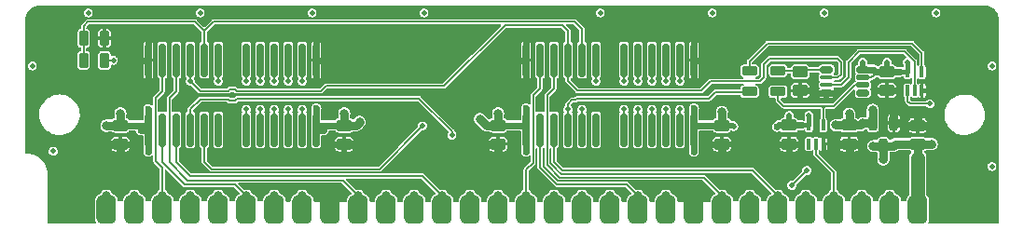
<source format=gtl>
G04 #@! TF.GenerationSoftware,KiCad,Pcbnew,(6.0.10-0)*
G04 #@! TF.CreationDate,2023-02-01T03:02:41-05:00*
G04 #@! TF.ProjectId,GW4194-SOJ-DP,47573431-3934-42d5-934f-4a2d44502e6b,1.1-SOJ-DP*
G04 #@! TF.SameCoordinates,Original*
G04 #@! TF.FileFunction,Copper,L1,Top*
G04 #@! TF.FilePolarity,Positive*
%FSLAX46Y46*%
G04 Gerber Fmt 4.6, Leading zero omitted, Abs format (unit mm)*
G04 Created by KiCad (PCBNEW (6.0.10-0)) date 2023-02-01 03:02:41*
%MOMM*%
%LPD*%
G01*
G04 APERTURE LIST*
G04 Aperture macros list*
%AMRoundRect*
0 Rectangle with rounded corners*
0 $1 Rounding radius*
0 $2 $3 $4 $5 $6 $7 $8 $9 X,Y pos of 4 corners*
0 Add a 4 corners polygon primitive as box body*
4,1,4,$2,$3,$4,$5,$6,$7,$8,$9,$2,$3,0*
0 Add four circle primitives for the rounded corners*
1,1,$1+$1,$2,$3*
1,1,$1+$1,$4,$5*
1,1,$1+$1,$6,$7*
1,1,$1+$1,$8,$9*
0 Add four rect primitives between the rounded corners*
20,1,$1+$1,$2,$3,$4,$5,0*
20,1,$1+$1,$4,$5,$6,$7,0*
20,1,$1+$1,$6,$7,$8,$9,0*
20,1,$1+$1,$8,$9,$2,$3,0*%
G04 Aperture macros list end*
G04 #@! TA.AperFunction,SMDPad,CuDef*
%ADD10RoundRect,0.262500X0.437500X-0.262500X0.437500X0.262500X-0.437500X0.262500X-0.437500X-0.262500X0*%
G04 #@! TD*
G04 #@! TA.AperFunction,SMDPad,CuDef*
%ADD11RoundRect,0.150000X0.150000X-1.374000X0.150000X1.374000X-0.150000X1.374000X-0.150000X-1.374000X0*%
G04 #@! TD*
G04 #@! TA.AperFunction,SMDPad,CuDef*
%ADD12RoundRect,0.262500X-0.437500X0.262500X-0.437500X-0.262500X0.437500X-0.262500X0.437500X0.262500X0*%
G04 #@! TD*
G04 #@! TA.AperFunction,ComponentPad*
%ADD13C,0.800000*%
G04 #@! TD*
G04 #@! TA.AperFunction,SMDPad,CuDef*
%ADD14RoundRect,0.444500X-0.444500X-0.825500X0.444500X-0.825500X0.444500X0.825500X-0.444500X0.825500X0*%
G04 #@! TD*
G04 #@! TA.AperFunction,SMDPad,CuDef*
%ADD15RoundRect,0.212500X0.212500X0.487500X-0.212500X0.487500X-0.212500X-0.487500X0.212500X-0.487500X0*%
G04 #@! TD*
G04 #@! TA.AperFunction,SMDPad,CuDef*
%ADD16RoundRect,0.212500X-0.212500X-0.487500X0.212500X-0.487500X0.212500X0.487500X-0.212500X0.487500X0*%
G04 #@! TD*
G04 #@! TA.AperFunction,SMDPad,CuDef*
%ADD17RoundRect,0.212500X-0.487500X0.212500X-0.487500X-0.212500X0.487500X-0.212500X0.487500X0.212500X0*%
G04 #@! TD*
G04 #@! TA.AperFunction,SMDPad,CuDef*
%ADD18RoundRect,0.150000X-0.425000X-0.150000X0.425000X-0.150000X0.425000X0.150000X-0.425000X0.150000X0*%
G04 #@! TD*
G04 #@! TA.AperFunction,SMDPad,CuDef*
%ADD19RoundRect,0.100000X-0.475000X-0.100000X0.475000X-0.100000X0.475000X0.100000X-0.475000X0.100000X0*%
G04 #@! TD*
G04 #@! TA.AperFunction,SMDPad,CuDef*
%ADD20RoundRect,0.112500X-0.462500X-0.112500X0.462500X-0.112500X0.462500X0.112500X-0.462500X0.112500X0*%
G04 #@! TD*
G04 #@! TA.AperFunction,SMDPad,CuDef*
%ADD21RoundRect,0.100000X0.100000X-0.400000X0.100000X0.400000X-0.100000X0.400000X-0.100000X-0.400000X0*%
G04 #@! TD*
G04 #@! TA.AperFunction,SMDPad,CuDef*
%ADD22RoundRect,0.200000X-0.200000X0.475000X-0.200000X-0.475000X0.200000X-0.475000X0.200000X0.475000X0*%
G04 #@! TD*
G04 #@! TA.AperFunction,SMDPad,CuDef*
%ADD23RoundRect,0.212500X0.487500X-0.212500X0.487500X0.212500X-0.487500X0.212500X-0.487500X-0.212500X0*%
G04 #@! TD*
G04 #@! TA.AperFunction,ViaPad*
%ADD24C,0.508000*%
G04 #@! TD*
G04 #@! TA.AperFunction,ViaPad*
%ADD25C,0.800000*%
G04 #@! TD*
G04 #@! TA.AperFunction,ViaPad*
%ADD26C,0.600000*%
G04 #@! TD*
G04 #@! TA.AperFunction,ViaPad*
%ADD27C,1.000000*%
G04 #@! TD*
G04 #@! TA.AperFunction,Conductor*
%ADD28C,0.800000*%
G04 #@! TD*
G04 #@! TA.AperFunction,Conductor*
%ADD29C,0.600000*%
G04 #@! TD*
G04 #@! TA.AperFunction,Conductor*
%ADD30C,0.762000*%
G04 #@! TD*
G04 #@! TA.AperFunction,Conductor*
%ADD31C,1.270000*%
G04 #@! TD*
G04 #@! TA.AperFunction,Conductor*
%ADD32C,0.508000*%
G04 #@! TD*
G04 #@! TA.AperFunction,Conductor*
%ADD33C,0.152400*%
G04 #@! TD*
G04 #@! TA.AperFunction,Conductor*
%ADD34C,0.450000*%
G04 #@! TD*
G04 #@! TA.AperFunction,Conductor*
%ADD35C,0.400000*%
G04 #@! TD*
G04 APERTURE END LIST*
D10*
X157480000Y-94107000D03*
X157480000Y-92407000D03*
D11*
X130810000Y-92837000D03*
X130810000Y-86487000D03*
X128270000Y-92837000D03*
X128270000Y-86487000D03*
X121920000Y-92837000D03*
X123190000Y-92837000D03*
X124460000Y-92837000D03*
X125730000Y-92837000D03*
X127000000Y-92837000D03*
X132080000Y-92837000D03*
X133350000Y-92837000D03*
X134620000Y-92837000D03*
X135890000Y-92837000D03*
X137160000Y-92837000D03*
X135890000Y-86487000D03*
X134620000Y-86487000D03*
X133350000Y-86487000D03*
X132080000Y-86487000D03*
X127000000Y-86487000D03*
X125730000Y-86487000D03*
X124460000Y-86487000D03*
X123190000Y-86487000D03*
X121920000Y-86487000D03*
X137160000Y-86487000D03*
D12*
X85090000Y-92407000D03*
X85090000Y-94107000D03*
X105410000Y-92407000D03*
X105410000Y-94107000D03*
X119380000Y-92407000D03*
X119380000Y-94107000D03*
D13*
X157480000Y-98806000D03*
X154940000Y-98806000D03*
X129540000Y-98806000D03*
X144780000Y-98806000D03*
X139700000Y-98806000D03*
X142240000Y-98806000D03*
X137160000Y-98806000D03*
X132080000Y-98806000D03*
X134620000Y-98806000D03*
X152400000Y-98806000D03*
X147320000Y-98806000D03*
X149860000Y-98806000D03*
X127000000Y-98806000D03*
X121920000Y-98806000D03*
X124460000Y-98806000D03*
X119380000Y-98806000D03*
X114300000Y-98806000D03*
X116840000Y-98806000D03*
X111760000Y-98806000D03*
X106680000Y-98806000D03*
X109220000Y-98806000D03*
X101600000Y-98806000D03*
X104140000Y-98806000D03*
X99060000Y-98806000D03*
X96520000Y-98806000D03*
X91440000Y-98806000D03*
X93980000Y-98806000D03*
X83820000Y-98806000D03*
X86360000Y-98806000D03*
D14*
X144780000Y-100076000D03*
X119380000Y-100076000D03*
X157480000Y-100076000D03*
X152400000Y-100076000D03*
X149860000Y-100076000D03*
X101600000Y-100076000D03*
X99060000Y-100076000D03*
X124460000Y-100076000D03*
X96520000Y-100076000D03*
X137160000Y-100076000D03*
X106680000Y-100076000D03*
X129540000Y-100076000D03*
X134620000Y-100076000D03*
X127000000Y-100076000D03*
X104140000Y-100076000D03*
X139700000Y-100076000D03*
X132080000Y-100076000D03*
X121920000Y-100076000D03*
X142240000Y-100076000D03*
X88900000Y-100076000D03*
X154940000Y-100076000D03*
X91440000Y-100076000D03*
X116840000Y-100076000D03*
X114300000Y-100076000D03*
X147320000Y-100076000D03*
X111760000Y-100076000D03*
X93980000Y-100076000D03*
X109220000Y-100076000D03*
D13*
X88900000Y-98806000D03*
D14*
X86360000Y-100076000D03*
X83820000Y-100076000D03*
D15*
X83650000Y-86500000D03*
X81750000Y-86500000D03*
D16*
X81750000Y-84500000D03*
X83650000Y-84500000D03*
D12*
X146800000Y-87550000D03*
X146800000Y-89250000D03*
D17*
X144800000Y-87450000D03*
X144800000Y-89350000D03*
D18*
X149200000Y-87350000D03*
D19*
X149200000Y-88075000D03*
X149200000Y-88725000D03*
D18*
X149200000Y-89450000D03*
X152500000Y-89450000D03*
D20*
X152500000Y-88725000D03*
X152500000Y-88075000D03*
D18*
X152500000Y-87350000D03*
D21*
X148900000Y-94100000D03*
X147600000Y-94100000D03*
X148250000Y-94100000D03*
X148900000Y-92400000D03*
X147600000Y-92400000D03*
X157850000Y-89250000D03*
X156550000Y-89250000D03*
X157200000Y-89250000D03*
X157850000Y-87550000D03*
X156550000Y-87550000D03*
D12*
X154700000Y-87550000D03*
X154700000Y-89250000D03*
D22*
X154350000Y-94300000D03*
X153400000Y-92200000D03*
X155300000Y-92200000D03*
D12*
X151250000Y-92400000D03*
X151250000Y-94100000D03*
D23*
X142200000Y-89350000D03*
X142200000Y-87450000D03*
D12*
X145800000Y-92400000D03*
X145800000Y-94100000D03*
D11*
X96520000Y-92837000D03*
X96520000Y-86487000D03*
X93980000Y-92837000D03*
X93980000Y-86487000D03*
X87630000Y-92837000D03*
X88900000Y-92837000D03*
X90170000Y-92837000D03*
X91440000Y-92837000D03*
X92710000Y-92837000D03*
X97790000Y-92837000D03*
X99060000Y-92837000D03*
X100330000Y-92837000D03*
X101600000Y-92837000D03*
X102870000Y-92837000D03*
X101600000Y-86487000D03*
X100330000Y-86487000D03*
X99060000Y-86487000D03*
X97790000Y-86487000D03*
X92710000Y-86487000D03*
X91440000Y-86487000D03*
X90170000Y-86487000D03*
X88900000Y-86487000D03*
X87630000Y-86487000D03*
X102870000Y-86487000D03*
D12*
X139700000Y-92407000D03*
X139700000Y-94107000D03*
D24*
X77089000Y-86995000D03*
X164211000Y-86995000D03*
X164211000Y-96139000D03*
X78994000Y-94742000D03*
X159131000Y-82169000D03*
X148971000Y-82169000D03*
X92329000Y-82169000D03*
X102489000Y-82169000D03*
X138811000Y-82169000D03*
X82169000Y-82169000D03*
X112649000Y-82169000D03*
X128651000Y-82169000D03*
D25*
X155250000Y-94300000D03*
X154350000Y-95500000D03*
X153450000Y-94300000D03*
X117729000Y-91821000D03*
D26*
X102870000Y-90868500D03*
X121920000Y-90868500D03*
D24*
X140779500Y-92519500D03*
D26*
X103568500Y-92837000D03*
X87630000Y-90932000D03*
D25*
X85090000Y-91313000D03*
X158750000Y-94107000D03*
X106807000Y-92075000D03*
D26*
X137160000Y-94805500D03*
X87630000Y-94805500D03*
D25*
X105410000Y-91313000D03*
D26*
X86931500Y-92837000D03*
D25*
X139700000Y-91186000D03*
X83820000Y-92456000D03*
D26*
X121920000Y-94805500D03*
X137160000Y-90868500D03*
D25*
X119380000Y-91313000D03*
D27*
X157480000Y-95377000D03*
D24*
X146050000Y-97853500D03*
X147400000Y-96500000D03*
X158600000Y-90450000D03*
X127000000Y-90932000D03*
X112522000Y-92456000D03*
X84450000Y-86500000D03*
X91440000Y-88392000D03*
X112776000Y-95377000D03*
X110617000Y-93345000D03*
X95250000Y-89662000D03*
X112395000Y-89408000D03*
X119634000Y-89408000D03*
X92710000Y-96520000D03*
X111252000Y-97536000D03*
X117729000Y-97917000D03*
X118872000Y-97536000D03*
X139065000Y-97409000D03*
X89408000Y-97028000D03*
X88138000Y-96266000D03*
X114173000Y-92964000D03*
X114935000Y-91948000D03*
X114681000Y-95758000D03*
X144145000Y-97409000D03*
X143129000Y-96393000D03*
X88900000Y-90043000D03*
X87630000Y-90043000D03*
X90170000Y-90043000D03*
X91948000Y-89662000D03*
X126238000Y-89598500D03*
X112395000Y-93472000D03*
X113411000Y-91948000D03*
X116205000Y-92964000D03*
X111506000Y-92583000D03*
X121412000Y-97536000D03*
X122428000Y-97536000D03*
X110363000Y-95377000D03*
X164020500Y-82359500D03*
X164211000Y-100711000D03*
X79121000Y-100711000D03*
X77089000Y-94361000D03*
X77089000Y-91440000D03*
X79883000Y-84709000D03*
X161290000Y-93853000D03*
X161290000Y-98552000D03*
X80899000Y-97790000D03*
X79883000Y-89281000D03*
X133350000Y-98298000D03*
X110109000Y-97917000D03*
X102743000Y-97917000D03*
X99949000Y-97917000D03*
X97409000Y-97917000D03*
X158623000Y-96139000D03*
X111569500Y-94234000D03*
X104013000Y-89408000D03*
X108839000Y-95377000D03*
X112014000Y-90551000D03*
X164211000Y-91567000D03*
X77279500Y-82359500D03*
X154051000Y-82169000D03*
X87249000Y-82169000D03*
X97409000Y-82169000D03*
X143891000Y-82169000D03*
X110109000Y-84963000D03*
X105029000Y-84963000D03*
X115189000Y-84963000D03*
X126111000Y-83502500D03*
X107569000Y-82169000D03*
X117729000Y-82169000D03*
X123571000Y-82169000D03*
X133731000Y-82169000D03*
X128270000Y-98298000D03*
X143510000Y-98298000D03*
X157350000Y-86050000D03*
D25*
X156200000Y-92200000D03*
D24*
X148050000Y-86850000D03*
X155650000Y-86200000D03*
X150850000Y-86300000D03*
X143000000Y-86550000D03*
X140950000Y-88900000D03*
D26*
X137160000Y-84518500D03*
X137160000Y-88392000D03*
D25*
X150000000Y-94100000D03*
D24*
X149200000Y-90150000D03*
D26*
X102870000Y-83629500D03*
D24*
X105410000Y-94996000D03*
X140779500Y-93980000D03*
D26*
X121920000Y-89471500D03*
D24*
X84450000Y-84500000D03*
D26*
X145800000Y-95050000D03*
X87630000Y-84518500D03*
D25*
X151250000Y-95150000D03*
X83820000Y-94107000D03*
X119380000Y-95250000D03*
X158750000Y-92456000D03*
X85090000Y-95250000D03*
D26*
X148200000Y-89450000D03*
X146900000Y-93950000D03*
X153550000Y-89050000D03*
X121920000Y-83883500D03*
D25*
X139700000Y-95250000D03*
D26*
X86931500Y-86487000D03*
D24*
X148900000Y-95000000D03*
D26*
X138557000Y-94107000D03*
X144700000Y-93950000D03*
D25*
X157480000Y-91313000D03*
D24*
X158450000Y-89250000D03*
D26*
X137858500Y-86487000D03*
D25*
X118110000Y-94107000D03*
D26*
X104267000Y-94107000D03*
X150200000Y-89450000D03*
X86233000Y-94107000D03*
D25*
X106680000Y-94107000D03*
D26*
X87630000Y-88455500D03*
X155800000Y-89100000D03*
D25*
X155300000Y-91000000D03*
X152500000Y-94100000D03*
D24*
X146800000Y-90150000D03*
X132080000Y-90932000D03*
X100330000Y-90932000D03*
X99060000Y-90932000D03*
X133350000Y-90932000D03*
X97790000Y-90932000D03*
X134620000Y-90932000D03*
X135890000Y-90932000D03*
X96520000Y-90932000D03*
X93980000Y-88392000D03*
X135890000Y-88392000D03*
X96520000Y-88392000D03*
X134620000Y-88392000D03*
X133350000Y-88392000D03*
X97790000Y-88392000D03*
X132080000Y-88392000D03*
X99060000Y-88392000D03*
X130810000Y-88392000D03*
X100330000Y-88392000D03*
X101600000Y-90932000D03*
X130810000Y-90932000D03*
X101600000Y-88392000D03*
X128270000Y-88392000D03*
X125730000Y-90932000D03*
X115189000Y-93281500D03*
D26*
X146950000Y-92400000D03*
D24*
X147600000Y-91500000D03*
X154700000Y-86650000D03*
D25*
X150050000Y-92400000D03*
D24*
X145800000Y-91500000D03*
D25*
X153400000Y-91000000D03*
D24*
X152500000Y-86650000D03*
D26*
X144700000Y-92550000D03*
D25*
X152500000Y-92200000D03*
D24*
X156550000Y-86650000D03*
D25*
X151250000Y-91350000D03*
D26*
X153500000Y-87350000D03*
X155900000Y-87550000D03*
D28*
X154350000Y-94300000D02*
X155250000Y-94300000D01*
X154350000Y-94300000D02*
X153450000Y-94300000D01*
X154350000Y-94300000D02*
X154350000Y-95500000D01*
D29*
X87630000Y-92519500D02*
X87630000Y-92837000D01*
D28*
X155443000Y-94107000D02*
X155250000Y-94300000D01*
D29*
X85090000Y-92407000D02*
X87517500Y-92407000D01*
X87517500Y-92407000D02*
X87630000Y-92519500D01*
D30*
X105410000Y-92407000D02*
X105410000Y-91313000D01*
D29*
X137209000Y-92407000D02*
X137160000Y-92456000D01*
D31*
X157480000Y-98806000D02*
X157480000Y-95377000D01*
D29*
X139700000Y-92407000D02*
X137209000Y-92407000D01*
D30*
X106475000Y-92407000D02*
X106807000Y-92075000D01*
X118315000Y-92407000D02*
X117729000Y-91821000D01*
D29*
X121871000Y-92407000D02*
X121920000Y-92456000D01*
D30*
X83869000Y-92407000D02*
X83820000Y-92456000D01*
X85090000Y-92407000D02*
X85090000Y-91313000D01*
D29*
X137160000Y-92456000D02*
X137160000Y-92837000D01*
X121920000Y-92837000D02*
X121920000Y-94805500D01*
D28*
X157480000Y-94107000D02*
X158750000Y-94107000D01*
D29*
X102870000Y-92837000D02*
X103568500Y-92837000D01*
X137160000Y-92837000D02*
X137160000Y-94805500D01*
D32*
X140667000Y-92407000D02*
X140779500Y-92519500D01*
D29*
X121920000Y-92837000D02*
X121920000Y-90868500D01*
X87630000Y-92837000D02*
X86931500Y-92837000D01*
X87630000Y-92837000D02*
X87630000Y-94805500D01*
X102870000Y-92837000D02*
X102870000Y-90868500D01*
D30*
X105410000Y-92407000D02*
X106475000Y-92407000D01*
D28*
X157480000Y-94107000D02*
X155443000Y-94107000D01*
D30*
X157480000Y-95377000D02*
X157480000Y-94107000D01*
D29*
X137160000Y-92837000D02*
X137160000Y-90868500D01*
X102919000Y-92407000D02*
X102870000Y-92456000D01*
D30*
X119380000Y-92407000D02*
X118315000Y-92407000D01*
X139700000Y-92407000D02*
X139700000Y-91186000D01*
D29*
X105410000Y-92407000D02*
X102919000Y-92407000D01*
X119380000Y-92407000D02*
X121871000Y-92407000D01*
X102870000Y-92456000D02*
X102870000Y-92837000D01*
X87630000Y-94112000D02*
X87630000Y-90932000D01*
D30*
X119380000Y-92407000D02*
X119380000Y-91313000D01*
D32*
X139700000Y-92407000D02*
X140667000Y-92407000D01*
X87625000Y-94107000D02*
X87630000Y-94112000D01*
D30*
X85090000Y-92407000D02*
X83869000Y-92407000D01*
D29*
X121920000Y-92456000D02*
X121920000Y-92837000D01*
D33*
X88900000Y-96266000D02*
X88265000Y-95631000D01*
X88265000Y-89916000D02*
X88900000Y-89281000D01*
X88900000Y-98806000D02*
X88900000Y-96266000D01*
X88900000Y-89281000D02*
X88900000Y-85962000D01*
X88265000Y-95631000D02*
X88265000Y-89916000D01*
X96520000Y-98806000D02*
X95504000Y-97790000D01*
X95504000Y-97790000D02*
X90932000Y-97790000D01*
X90932000Y-97790000D02*
X88900000Y-95758000D01*
X88900000Y-95758000D02*
X88900000Y-94112000D01*
X156550000Y-89250000D02*
X156550000Y-90200000D01*
X156800000Y-90450000D02*
X158600000Y-90450000D01*
X146748500Y-97155000D02*
X146050000Y-97853500D01*
X156550000Y-90200000D02*
X156800000Y-90450000D01*
X147400000Y-96500000D02*
X146748500Y-97151500D01*
X146748500Y-97151500D02*
X146748500Y-97155000D01*
X127000000Y-94112000D02*
X127000000Y-90932000D01*
X112522000Y-92456000D02*
X108585000Y-96393000D01*
X149860000Y-96660000D02*
X149860000Y-98806000D01*
X148250000Y-94100000D02*
X148250000Y-95050000D01*
X108585000Y-96393000D02*
X93345000Y-96393000D01*
X92710000Y-95758000D02*
X92710000Y-93362000D01*
X148250000Y-95050000D02*
X149860000Y-96660000D01*
X93345000Y-96393000D02*
X92710000Y-95758000D01*
X149850000Y-100066000D02*
X149860000Y-100076000D01*
X143500000Y-86850000D02*
X143500000Y-88050000D01*
X138700000Y-88400000D02*
X137850000Y-89250000D01*
X92329000Y-89281000D02*
X91440000Y-88392000D01*
X143150000Y-88400000D02*
X138700000Y-88400000D01*
X114490500Y-88836500D02*
X103759000Y-88836500D01*
X126588000Y-89250000D02*
X125730000Y-88392000D01*
X103759000Y-88836500D02*
X103314500Y-89281000D01*
X125222000Y-83312000D02*
X120015000Y-83312000D01*
X120015000Y-83312000D02*
X114490500Y-88836500D01*
X94869000Y-89281000D02*
X92329000Y-89281000D01*
X125730000Y-88392000D02*
X125730000Y-85212000D01*
X150225000Y-88075000D02*
X150500000Y-87800000D01*
X150200000Y-86350000D02*
X144000000Y-86350000D01*
X84450000Y-86500000D02*
X83650000Y-86500000D01*
X103314500Y-89281000D02*
X95631000Y-89281000D01*
X137850000Y-89250000D02*
X126588000Y-89250000D01*
X95631000Y-89281000D02*
X95504000Y-89154000D01*
X150500000Y-86650000D02*
X150200000Y-86350000D01*
X95504000Y-89154000D02*
X94996000Y-89154000D01*
X125730000Y-85212000D02*
X125730000Y-83820000D01*
X144000000Y-86350000D02*
X143500000Y-86850000D01*
X149200000Y-88075000D02*
X150225000Y-88075000D01*
X125730000Y-83820000D02*
X125222000Y-83312000D01*
X91440000Y-88392000D02*
X91440000Y-85212000D01*
X150500000Y-87800000D02*
X150500000Y-86650000D01*
X143500000Y-88050000D02*
X143150000Y-88400000D01*
X94996000Y-89154000D02*
X94869000Y-89281000D01*
X90170000Y-85962000D02*
X90170000Y-89281000D01*
X105283000Y-97409000D02*
X106680000Y-98806000D01*
X89535000Y-95758000D02*
X91186000Y-97409000D01*
X90170000Y-89281000D02*
X89535000Y-89916000D01*
X91186000Y-97409000D02*
X105283000Y-97409000D01*
X89535000Y-89916000D02*
X89535000Y-95758000D01*
X91440000Y-97028000D02*
X112522000Y-97028000D01*
X90170000Y-95758000D02*
X91440000Y-97028000D01*
X90170000Y-94112000D02*
X90170000Y-95758000D01*
X112522000Y-97028000D02*
X114300000Y-98806000D01*
D28*
X155300000Y-92200000D02*
X156200000Y-92200000D01*
X155300000Y-92200000D02*
X155300000Y-91000000D01*
D29*
X146750000Y-94100000D02*
X146900000Y-93950000D01*
D30*
X119380000Y-94107000D02*
X118110000Y-94107000D01*
D29*
X87630000Y-86487000D02*
X87630000Y-88455500D01*
D28*
X151250000Y-94100000D02*
X151250000Y-95150000D01*
D32*
X140652500Y-94107000D02*
X140779500Y-93980000D01*
D29*
X153750000Y-89250000D02*
X153550000Y-89050000D01*
X154700000Y-89250000D02*
X153750000Y-89250000D01*
X145800000Y-94100000D02*
X146750000Y-94100000D01*
X102870000Y-86487000D02*
X102870000Y-83629500D01*
X139700000Y-94107000D02*
X138557000Y-94107000D01*
D28*
X156407000Y-92407000D02*
X156200000Y-92200000D01*
D29*
X148000000Y-89250000D02*
X148200000Y-89450000D01*
D32*
X105410000Y-94107000D02*
X105410000Y-94996000D01*
D30*
X119380000Y-94107000D02*
X119380000Y-95250000D01*
D29*
X146800000Y-89250000D02*
X148000000Y-89250000D01*
X121920000Y-86487000D02*
X121412000Y-86487000D01*
D30*
X105410000Y-94107000D02*
X106680000Y-94107000D01*
D28*
X151250000Y-94100000D02*
X152500000Y-94100000D01*
D29*
X102870000Y-86487000D02*
X102870000Y-88201500D01*
D28*
X157480000Y-92407000D02*
X158701000Y-92407000D01*
D30*
X85090000Y-94107000D02*
X85090000Y-95250000D01*
X85090000Y-94107000D02*
X83820000Y-94107000D01*
D29*
X85090000Y-94107000D02*
X86233000Y-94107000D01*
X144850000Y-94100000D02*
X144700000Y-93950000D01*
X121920000Y-86487000D02*
X121920000Y-83883500D01*
D33*
X83650000Y-84500000D02*
X84450000Y-84500000D01*
D29*
X87630000Y-86487000D02*
X87630000Y-84518500D01*
D30*
X139700000Y-94107000D02*
X139700000Y-95250000D01*
D29*
X137160000Y-86487000D02*
X137858500Y-86487000D01*
X105410000Y-94107000D02*
X104267000Y-94107000D01*
D34*
X157850000Y-89250000D02*
X158450000Y-89250000D01*
D29*
X137160000Y-86487000D02*
X137160000Y-84518500D01*
D32*
X149200000Y-89450000D02*
X149200000Y-90150000D01*
D29*
X145800000Y-94100000D02*
X144850000Y-94100000D01*
X121920000Y-86487000D02*
X121920000Y-89471500D01*
X154700000Y-89250000D02*
X155650000Y-89250000D01*
D28*
X151250000Y-94100000D02*
X150000000Y-94100000D01*
D29*
X102870000Y-86487000D02*
X103378000Y-86487000D01*
D28*
X157480000Y-92407000D02*
X156407000Y-92407000D01*
X157480000Y-92407000D02*
X157480000Y-91313000D01*
D29*
X145800000Y-94100000D02*
X145800000Y-95050000D01*
X155650000Y-89250000D02*
X155800000Y-89100000D01*
X137160000Y-85212000D02*
X137160000Y-88392000D01*
D32*
X146800000Y-89250000D02*
X146800000Y-90150000D01*
D29*
X87630000Y-86487000D02*
X86931500Y-86487000D01*
X149200000Y-89450000D02*
X148200000Y-89450000D01*
D32*
X139700000Y-94107000D02*
X140652500Y-94107000D01*
D35*
X148900000Y-94100000D02*
X148900000Y-95000000D01*
D28*
X158701000Y-92407000D02*
X158750000Y-92456000D01*
D29*
X149200000Y-89450000D02*
X150200000Y-89450000D01*
D33*
X122555000Y-95821500D02*
X122555000Y-89662000D01*
X122555000Y-95821500D02*
X121920000Y-96456500D01*
X123190000Y-89027000D02*
X122555000Y-89662000D01*
X121920000Y-96456500D02*
X121920000Y-98806000D01*
X123190000Y-85962000D02*
X123190000Y-89027000D01*
X123190000Y-96266000D02*
X124714000Y-97790000D01*
X123190000Y-93362000D02*
X123190000Y-96266000D01*
X124714000Y-97790000D02*
X131064000Y-97790000D01*
X131064000Y-97790000D02*
X132080000Y-98806000D01*
X124460000Y-89027000D02*
X123825000Y-89662000D01*
X123825000Y-89662000D02*
X123825000Y-96012000D01*
X123825000Y-96012000D02*
X124968000Y-97155000D01*
X138049000Y-97155000D02*
X139700000Y-98806000D01*
X124968000Y-97155000D02*
X138049000Y-97155000D01*
X124460000Y-85212000D02*
X124460000Y-89027000D01*
X124460000Y-93362000D02*
X124460000Y-95758000D01*
X125222000Y-96520000D02*
X142494000Y-96520000D01*
X142494000Y-96520000D02*
X144780000Y-98806000D01*
X124460000Y-95758000D02*
X125222000Y-96520000D01*
X100330000Y-94112000D02*
X100330000Y-90932000D01*
X132080000Y-93362000D02*
X132080000Y-90932000D01*
X99060000Y-90932000D02*
X99060000Y-93362000D01*
X133350000Y-94112000D02*
X133350000Y-90932000D01*
X134620000Y-94112000D02*
X134620000Y-90932000D01*
X97790000Y-90932000D02*
X97790000Y-93362000D01*
X135890000Y-94112000D02*
X135890000Y-90932000D01*
X96520000Y-90932000D02*
X96520000Y-93362000D01*
X135890000Y-85212000D02*
X135890000Y-88392000D01*
X93980000Y-85212000D02*
X93980000Y-88392000D01*
X96520000Y-88392000D02*
X96520000Y-85962000D01*
X134620000Y-85962000D02*
X134620000Y-88392000D01*
X97790000Y-88392000D02*
X97790000Y-85962000D01*
X133350000Y-85212000D02*
X133350000Y-88392000D01*
X99060000Y-88392000D02*
X99060000Y-85962000D01*
X132080000Y-85212000D02*
X132080000Y-88392000D01*
X100330000Y-85212000D02*
X100330000Y-88392000D01*
X130810000Y-85212000D02*
X130810000Y-88392000D01*
X101600000Y-94112000D02*
X101600000Y-90932000D01*
X130810000Y-94112000D02*
X130810000Y-90932000D01*
X128270000Y-85212000D02*
X128270000Y-88392000D01*
X101600000Y-85212000D02*
X101600000Y-88392000D01*
X125730000Y-94112000D02*
X125730000Y-90932000D01*
X115189000Y-93281500D02*
X115189000Y-92964000D01*
X91440000Y-90932000D02*
X91440000Y-94112000D01*
X126428500Y-90106500D02*
X126093500Y-90106500D01*
X94869000Y-90043000D02*
X92329000Y-90043000D01*
X112204500Y-89979500D02*
X95694500Y-89979500D01*
X115189000Y-92964000D02*
X112204500Y-89979500D01*
X125730000Y-90470000D02*
X125730000Y-90932000D01*
X139100000Y-89400000D02*
X138500000Y-90000000D01*
X92329000Y-90043000D02*
X91440000Y-90932000D01*
X94996000Y-90170000D02*
X94869000Y-90043000D01*
X142200000Y-89350000D02*
X142150000Y-89400000D01*
X138500000Y-90000000D02*
X126535000Y-90000000D01*
X126535000Y-90000000D02*
X126428500Y-90106500D01*
X95694500Y-89979500D02*
X95504000Y-90170000D01*
X142150000Y-89400000D02*
X139100000Y-89400000D01*
X95504000Y-90170000D02*
X94996000Y-90170000D01*
X126093500Y-90106500D02*
X125730000Y-90470000D01*
X127000000Y-83661250D02*
X127000000Y-85212000D01*
X82155500Y-82994500D02*
X91884500Y-82994500D01*
X81750000Y-84500000D02*
X81750000Y-83400000D01*
X92710000Y-83820000D02*
X92710000Y-85212000D01*
X81750000Y-84500000D02*
X81750000Y-86500000D01*
X81750000Y-83400000D02*
X82155500Y-82994500D01*
X91884500Y-82994500D02*
X92710000Y-83820000D01*
X126333250Y-82994500D02*
X127000000Y-83661250D01*
X93535500Y-82994500D02*
X126333250Y-82994500D01*
X92710000Y-83820000D02*
X93535500Y-82994500D01*
X151200000Y-86650000D02*
X152150000Y-85700000D01*
X157200000Y-86600000D02*
X157200000Y-89250000D01*
X156300000Y-85700000D02*
X157200000Y-86600000D01*
X150525000Y-88725000D02*
X151200000Y-88050000D01*
X151200000Y-88050000D02*
X151200000Y-86650000D01*
X149200000Y-88725000D02*
X150525000Y-88725000D01*
X152150000Y-85700000D02*
X156300000Y-85700000D01*
X153275000Y-88075000D02*
X153500000Y-87850000D01*
D32*
X154700000Y-87550000D02*
X154700000Y-86650000D01*
D35*
X156550000Y-87550000D02*
X156550000Y-86650000D01*
D33*
X152500000Y-88075000D02*
X153275000Y-88075000D01*
D32*
X152500000Y-87350000D02*
X152500000Y-86650000D01*
D35*
X147600000Y-92400000D02*
X146950000Y-92400000D01*
D29*
X153700000Y-87550000D02*
X153500000Y-87350000D01*
D35*
X147600000Y-92400000D02*
X147600000Y-91500000D01*
D28*
X151250000Y-92400000D02*
X151250000Y-91350000D01*
D33*
X153500000Y-87850000D02*
X153500000Y-87350000D01*
D28*
X153400000Y-92200000D02*
X153400000Y-91000000D01*
X152300000Y-92400000D02*
X152500000Y-92200000D01*
X151250000Y-92400000D02*
X152300000Y-92400000D01*
D29*
X152500000Y-87350000D02*
X153500000Y-87350000D01*
D28*
X151250000Y-92400000D02*
X150050000Y-92400000D01*
D33*
X153700000Y-87650000D02*
X153700000Y-87550000D01*
D29*
X154700000Y-87550000D02*
X153700000Y-87550000D01*
D33*
X153500000Y-87850000D02*
X153700000Y-87650000D01*
D29*
X145800000Y-92400000D02*
X144850000Y-92400000D01*
D32*
X145800000Y-92400000D02*
X145800000Y-91500000D01*
D29*
X145800000Y-92400000D02*
X146950000Y-92400000D01*
X154700000Y-87550000D02*
X155900000Y-87550000D01*
D28*
X153400000Y-92200000D02*
X152500000Y-92200000D01*
D29*
X144850000Y-92400000D02*
X144700000Y-92550000D01*
D35*
X156550000Y-87550000D02*
X155900000Y-87550000D01*
D33*
X148900000Y-90800000D02*
X148750000Y-90650000D01*
X151775000Y-88725000D02*
X149850000Y-90650000D01*
X148750000Y-90650000D02*
X145300000Y-90650000D01*
X148900000Y-92400000D02*
X148900000Y-90800000D01*
X152500000Y-88725000D02*
X151775000Y-88725000D01*
X145300000Y-90650000D02*
X144800000Y-90150000D01*
X149850000Y-90650000D02*
X149050000Y-90650000D01*
X149050000Y-90650000D02*
X148750000Y-90650000D01*
X144800000Y-90150000D02*
X144800000Y-89350000D01*
X148900000Y-90800000D02*
X149050000Y-90650000D01*
X157850000Y-85850000D02*
X156950000Y-84950000D01*
X142200000Y-86600000D02*
X142200000Y-87450000D01*
X157850000Y-87550000D02*
X157850000Y-85850000D01*
X156950000Y-84950000D02*
X143850000Y-84950000D01*
X143850000Y-84950000D02*
X142200000Y-86600000D01*
X146700000Y-87450000D02*
X146800000Y-87550000D01*
X147000000Y-87350000D02*
X146800000Y-87550000D01*
X144800000Y-87450000D02*
X146700000Y-87450000D01*
X149200000Y-87350000D02*
X147000000Y-87350000D01*
G04 #@! TA.AperFunction,Conductor*
G36*
X163558590Y-81531945D02*
G01*
X163568735Y-81533963D01*
X163568736Y-81533963D01*
X163576000Y-81535408D01*
X163583475Y-81533921D01*
X163604049Y-81532707D01*
X163701740Y-81540396D01*
X163769320Y-81545715D01*
X163780974Y-81547561D01*
X163963775Y-81591448D01*
X163974997Y-81595094D01*
X164148688Y-81667038D01*
X164159203Y-81672396D01*
X164319501Y-81770627D01*
X164329048Y-81777563D01*
X164472000Y-81899657D01*
X164480343Y-81908000D01*
X164602437Y-82050952D01*
X164609373Y-82060499D01*
X164707604Y-82220797D01*
X164712962Y-82231312D01*
X164784906Y-82405003D01*
X164788552Y-82416225D01*
X164832439Y-82599026D01*
X164834285Y-82610680D01*
X164847249Y-82775386D01*
X164847293Y-82775948D01*
X164846079Y-82796525D01*
X164844592Y-82804000D01*
X164846037Y-82811264D01*
X164846037Y-82811265D01*
X164848055Y-82821410D01*
X164849500Y-82836081D01*
X164849500Y-101274300D01*
X164831907Y-101322638D01*
X164787358Y-101348358D01*
X164774300Y-101349500D01*
X158486234Y-101349500D01*
X158437896Y-101331907D01*
X158412176Y-101287358D01*
X158421109Y-101236700D01*
X158426574Y-101228521D01*
X158443330Y-101206684D01*
X158446328Y-101202777D01*
X158506523Y-101057453D01*
X158507167Y-101052566D01*
X158521580Y-100943088D01*
X158521580Y-100943083D01*
X158521900Y-100940655D01*
X158521899Y-99211346D01*
X158506523Y-99094547D01*
X158446328Y-98949222D01*
X158350571Y-98824429D01*
X158297321Y-98783569D01*
X158269683Y-98740185D01*
X158267900Y-98723909D01*
X158267900Y-96139000D01*
X163799028Y-96139000D01*
X163819191Y-96266306D01*
X163833683Y-96294748D01*
X163873333Y-96372564D01*
X163877708Y-96381151D01*
X163968849Y-96472292D01*
X163974125Y-96474980D01*
X163974126Y-96474981D01*
X163977451Y-96476675D01*
X164083694Y-96530809D01*
X164105142Y-96534206D01*
X164203108Y-96549722D01*
X164211000Y-96550972D01*
X164218893Y-96549722D01*
X164316858Y-96534206D01*
X164338306Y-96530809D01*
X164444549Y-96476675D01*
X164447874Y-96474981D01*
X164447875Y-96474980D01*
X164453151Y-96472292D01*
X164544292Y-96381151D01*
X164548668Y-96372564D01*
X164588317Y-96294748D01*
X164602809Y-96266306D01*
X164622972Y-96139000D01*
X164621893Y-96132184D01*
X164607351Y-96040373D01*
X164602809Y-96011694D01*
X164569021Y-95945381D01*
X164546981Y-95902126D01*
X164546980Y-95902125D01*
X164544292Y-95896849D01*
X164453151Y-95805708D01*
X164445902Y-95802014D01*
X164361451Y-95758984D01*
X164338306Y-95747191D01*
X164274653Y-95737109D01*
X164216847Y-95727954D01*
X164211000Y-95727028D01*
X164205153Y-95727954D01*
X164147347Y-95737109D01*
X164083694Y-95747191D01*
X164060549Y-95758984D01*
X163976099Y-95802014D01*
X163968849Y-95805708D01*
X163877708Y-95896849D01*
X163875020Y-95902125D01*
X163875019Y-95902126D01*
X163852979Y-95945381D01*
X163819191Y-96011694D01*
X163814649Y-96040373D01*
X163800108Y-96132184D01*
X163799028Y-96139000D01*
X158267900Y-96139000D01*
X158267900Y-95332559D01*
X158267665Y-95330460D01*
X158253650Y-95205515D01*
X158253649Y-95205511D01*
X158253181Y-95201338D01*
X158195049Y-95034406D01*
X158128901Y-94928546D01*
X158103607Y-94888066D01*
X158103605Y-94888064D01*
X158101379Y-94884501D01*
X158080093Y-94863066D01*
X158058518Y-94816372D01*
X158072005Y-94766731D01*
X158099315Y-94743075D01*
X158159431Y-94712445D01*
X158159432Y-94712444D01*
X158164710Y-94709755D01*
X158192539Y-94681926D01*
X158239159Y-94660186D01*
X158245713Y-94659900D01*
X158708829Y-94659900D01*
X158718644Y-94660543D01*
X158750000Y-94664671D01*
X158754884Y-94664028D01*
X158784822Y-94660087D01*
X158786696Y-94659900D01*
X158787946Y-94659900D01*
X158829774Y-94654170D01*
X158830130Y-94654122D01*
X158891490Y-94646044D01*
X158891494Y-94646043D01*
X158894336Y-94645669D01*
X158895572Y-94645157D01*
X158900084Y-94644539D01*
X158967035Y-94615567D01*
X158968122Y-94615106D01*
X159024279Y-94591845D01*
X159024281Y-94591844D01*
X159028836Y-94589957D01*
X159031348Y-94588029D01*
X159033643Y-94586875D01*
X159034409Y-94586411D01*
X159039110Y-94584377D01*
X159092615Y-94541050D01*
X159094161Y-94539832D01*
X159140426Y-94504331D01*
X159144333Y-94501333D01*
X159147331Y-94497426D01*
X159148143Y-94496614D01*
X159152229Y-94492934D01*
X159152854Y-94492269D01*
X159156836Y-94489044D01*
X159159802Y-94484870D01*
X159159808Y-94484864D01*
X159194595Y-94435914D01*
X159196231Y-94433698D01*
X159218196Y-94405072D01*
X159232957Y-94385835D01*
X159234844Y-94381279D01*
X159237307Y-94377013D01*
X159237551Y-94377154D01*
X159241069Y-94370795D01*
X159241619Y-94369742D01*
X159244588Y-94365565D01*
X159265473Y-94307556D01*
X159266751Y-94304253D01*
X159286782Y-94255893D01*
X159286783Y-94255889D01*
X159288669Y-94251336D01*
X159289315Y-94246429D01*
X159293120Y-94230761D01*
X159294165Y-94227859D01*
X159295902Y-94223035D01*
X159300168Y-94164953D01*
X159300609Y-94160646D01*
X159307028Y-94111886D01*
X159307028Y-94111884D01*
X159307671Y-94107000D01*
X159306592Y-94098804D01*
X159306150Y-94083485D01*
X159306997Y-94071957D01*
X159301816Y-94046258D01*
X159296153Y-94018174D01*
X159295313Y-94013127D01*
X159289312Y-93967547D01*
X159289312Y-93967546D01*
X159288669Y-93962664D01*
X159286784Y-93958114D01*
X159286783Y-93958109D01*
X159284238Y-93951965D01*
X159279998Y-93938054D01*
X159278068Y-93928483D01*
X159278068Y-93928482D01*
X159277055Y-93923460D01*
X159253671Y-93877566D01*
X159251200Y-93872204D01*
X159234845Y-93832720D01*
X159234841Y-93832712D01*
X159232957Y-93828165D01*
X159223891Y-93816350D01*
X159216555Y-93804722D01*
X159208282Y-93788486D01*
X159204815Y-93784715D01*
X159204811Y-93784710D01*
X159175683Y-93753033D01*
X159171378Y-93747912D01*
X159147331Y-93716574D01*
X159144333Y-93712667D01*
X159140427Y-93709670D01*
X159140424Y-93709667D01*
X159129900Y-93701592D01*
X159120328Y-93692837D01*
X159105745Y-93676978D01*
X159095494Y-93670622D01*
X159067653Y-93653359D01*
X159061503Y-93649109D01*
X159052251Y-93642010D01*
X159028836Y-93624043D01*
X159008978Y-93615818D01*
X158998136Y-93610258D01*
X158976999Y-93597152D01*
X158937164Y-93585579D01*
X158929364Y-93582840D01*
X158898888Y-93570216D01*
X158898884Y-93570215D01*
X158894336Y-93568331D01*
X158873268Y-93565557D01*
X158869758Y-93565095D01*
X158858596Y-93562752D01*
X158835313Y-93555988D01*
X158835310Y-93555987D01*
X158831529Y-93554889D01*
X158820785Y-93554100D01*
X158791171Y-93554100D01*
X158781356Y-93553457D01*
X158754884Y-93549972D01*
X158750000Y-93549329D01*
X158745116Y-93549972D01*
X158718644Y-93553457D01*
X158708829Y-93554100D01*
X158245713Y-93554100D01*
X158197375Y-93536507D01*
X158192539Y-93532074D01*
X158164710Y-93504245D01*
X158159434Y-93501557D01*
X158159433Y-93501556D01*
X158052740Y-93447194D01*
X158052739Y-93447194D01*
X158047466Y-93444507D01*
X157992866Y-93435859D01*
X157953110Y-93429562D01*
X157953108Y-93429562D01*
X157950192Y-93429100D01*
X157009808Y-93429100D01*
X157006892Y-93429562D01*
X157006890Y-93429562D01*
X156967134Y-93435859D01*
X156912534Y-93444507D01*
X156907261Y-93447194D01*
X156907260Y-93447194D01*
X156800567Y-93501556D01*
X156800566Y-93501557D01*
X156795290Y-93504245D01*
X156767461Y-93532074D01*
X156720841Y-93553814D01*
X156714287Y-93554100D01*
X155456979Y-93554100D01*
X155453830Y-93554034D01*
X155390478Y-93551379D01*
X155380096Y-93553814D01*
X155345575Y-93561910D01*
X155338611Y-93563201D01*
X155315327Y-93566391D01*
X155292916Y-93569461D01*
X155274850Y-93577279D01*
X155262159Y-93581476D01*
X155247986Y-93584800D01*
X155247984Y-93584801D01*
X155242995Y-93585971D01*
X155212265Y-93602865D01*
X155202577Y-93608191D01*
X155196216Y-93611307D01*
X155158592Y-93627588D01*
X155158590Y-93627589D01*
X155153890Y-93629623D01*
X155149909Y-93632847D01*
X155149907Y-93632848D01*
X155138593Y-93642010D01*
X155127501Y-93649464D01*
X155110248Y-93658949D01*
X155107264Y-93661525D01*
X155103144Y-93665080D01*
X155103132Y-93665092D01*
X155102093Y-93665988D01*
X155075549Y-93692532D01*
X155069700Y-93697799D01*
X155041620Y-93720538D01*
X155036164Y-93724956D01*
X155035965Y-93724710D01*
X154992685Y-93746571D01*
X154983782Y-93747100D01*
X154951775Y-93747100D01*
X154903437Y-93729507D01*
X154884272Y-93705043D01*
X154843649Y-93622304D01*
X154843648Y-93622303D01*
X154840911Y-93616728D01*
X154836516Y-93612340D01*
X154836514Y-93612338D01*
X154787290Y-93563201D01*
X154757764Y-93533726D01*
X154752182Y-93530997D01*
X154752180Y-93530996D01*
X154657460Y-93484695D01*
X154657458Y-93484694D01*
X154652214Y-93482131D01*
X154646437Y-93481288D01*
X154646436Y-93481288D01*
X154633729Y-93479434D01*
X154583452Y-93472100D01*
X154116548Y-93472100D01*
X154113832Y-93472500D01*
X154113829Y-93472500D01*
X154052967Y-93481459D01*
X154052965Y-93481460D01*
X154047188Y-93482310D01*
X154007154Y-93501966D01*
X153947304Y-93531351D01*
X153947303Y-93531352D01*
X153941728Y-93534089D01*
X153937340Y-93538484D01*
X153937338Y-93538486D01*
X153907546Y-93568331D01*
X153858726Y-93617236D01*
X153855997Y-93622818D01*
X153855996Y-93622820D01*
X153832630Y-93670622D01*
X153820557Y-93695321D01*
X153815862Y-93704925D01*
X153778828Y-93740625D01*
X153748302Y-93747100D01*
X153491171Y-93747100D01*
X153481356Y-93746457D01*
X153454884Y-93742972D01*
X153450000Y-93742329D01*
X153445116Y-93742972D01*
X153415178Y-93746913D01*
X153413304Y-93747100D01*
X153412054Y-93747100D01*
X153409520Y-93747447D01*
X153409521Y-93747447D01*
X153370259Y-93752825D01*
X153369870Y-93752878D01*
X153308510Y-93760956D01*
X153308506Y-93760957D01*
X153305664Y-93761331D01*
X153304428Y-93761843D01*
X153299916Y-93762461D01*
X153295208Y-93764498D01*
X153295209Y-93764498D01*
X153232921Y-93791452D01*
X153231834Y-93791912D01*
X153176580Y-93814800D01*
X153171165Y-93817043D01*
X153168650Y-93818973D01*
X153166360Y-93820125D01*
X153165601Y-93820584D01*
X153160890Y-93822623D01*
X153107401Y-93865938D01*
X153105880Y-93867137D01*
X153055667Y-93905667D01*
X153052669Y-93909574D01*
X153051857Y-93910386D01*
X153047771Y-93914066D01*
X153047146Y-93914731D01*
X153043164Y-93917956D01*
X153040198Y-93922130D01*
X153040192Y-93922136D01*
X153005405Y-93971086D01*
X153003769Y-93973302D01*
X152967043Y-94021165D01*
X152965156Y-94025721D01*
X152962693Y-94029987D01*
X152962449Y-94029846D01*
X152958931Y-94036205D01*
X152958381Y-94037258D01*
X152955412Y-94041435D01*
X152940275Y-94083479D01*
X152934527Y-94099444D01*
X152933249Y-94102747D01*
X152913218Y-94151107D01*
X152913217Y-94151111D01*
X152911331Y-94155664D01*
X152910686Y-94160567D01*
X152906881Y-94176236D01*
X152904098Y-94183965D01*
X152903722Y-94189078D01*
X152903722Y-94189080D01*
X152899832Y-94242047D01*
X152899391Y-94246354D01*
X152892329Y-94300000D01*
X152893408Y-94308196D01*
X152893850Y-94323515D01*
X152893003Y-94335043D01*
X152894016Y-94340067D01*
X152894016Y-94340068D01*
X152903847Y-94388826D01*
X152904687Y-94393873D01*
X152906286Y-94406019D01*
X152911331Y-94444336D01*
X152913216Y-94448886D01*
X152913217Y-94448891D01*
X152915762Y-94455035D01*
X152920002Y-94468946D01*
X152921932Y-94478517D01*
X152922945Y-94483540D01*
X152927732Y-94492934D01*
X152946329Y-94529434D01*
X152948800Y-94534796D01*
X152965155Y-94574280D01*
X152965159Y-94574288D01*
X152967043Y-94578835D01*
X152976109Y-94590650D01*
X152983445Y-94602278D01*
X152991718Y-94618514D01*
X152995185Y-94622285D01*
X152995189Y-94622290D01*
X153024317Y-94653967D01*
X153028622Y-94659088D01*
X153032413Y-94664028D01*
X153055667Y-94694333D01*
X153059573Y-94697330D01*
X153059576Y-94697333D01*
X153070100Y-94705408D01*
X153079672Y-94714163D01*
X153094255Y-94730022D01*
X153098613Y-94732724D01*
X153098614Y-94732725D01*
X153132347Y-94753641D01*
X153138497Y-94757891D01*
X153171164Y-94782957D01*
X153175720Y-94784844D01*
X153191021Y-94791182D01*
X153201864Y-94796742D01*
X153223001Y-94809848D01*
X153261490Y-94821030D01*
X153262836Y-94821421D01*
X153270636Y-94824160D01*
X153301112Y-94836784D01*
X153301116Y-94836785D01*
X153305664Y-94838669D01*
X153326732Y-94841443D01*
X153330242Y-94841905D01*
X153341404Y-94844248D01*
X153364687Y-94851012D01*
X153364690Y-94851013D01*
X153368471Y-94852111D01*
X153379215Y-94852900D01*
X153408829Y-94852900D01*
X153418644Y-94853543D01*
X153425503Y-94854446D01*
X153450000Y-94857671D01*
X153454884Y-94857028D01*
X153481356Y-94853543D01*
X153491171Y-94852900D01*
X153721900Y-94852900D01*
X153770238Y-94870493D01*
X153795958Y-94915042D01*
X153797100Y-94928100D01*
X153797100Y-95458829D01*
X153796457Y-95468644D01*
X153792329Y-95500000D01*
X153792972Y-95504884D01*
X153796913Y-95534822D01*
X153797100Y-95536696D01*
X153797100Y-95537946D01*
X153802871Y-95580077D01*
X153806207Y-95605413D01*
X153811331Y-95644336D01*
X153811843Y-95645572D01*
X153812461Y-95650084D01*
X153832446Y-95696266D01*
X153841452Y-95717079D01*
X153841912Y-95718166D01*
X153858646Y-95758564D01*
X153867043Y-95778835D01*
X153868973Y-95781350D01*
X153870125Y-95783640D01*
X153870584Y-95784399D01*
X153872623Y-95789110D01*
X153915938Y-95842599D01*
X153917137Y-95844120D01*
X153955667Y-95894333D01*
X153959574Y-95897331D01*
X153960386Y-95898143D01*
X153964066Y-95902229D01*
X153964731Y-95902854D01*
X153967956Y-95906836D01*
X153972130Y-95909802D01*
X153972136Y-95909808D01*
X154021079Y-95944590D01*
X154023296Y-95946227D01*
X154067256Y-95979959D01*
X154067260Y-95979961D01*
X154071164Y-95982957D01*
X154075711Y-95984841D01*
X154079987Y-95987309D01*
X154079847Y-95987551D01*
X154086217Y-95991075D01*
X154087256Y-95991618D01*
X154091435Y-95994588D01*
X154096263Y-95996326D01*
X154149439Y-96015471D01*
X154152744Y-96016749D01*
X154201110Y-96036783D01*
X154201112Y-96036784D01*
X154205664Y-96038669D01*
X154210571Y-96039315D01*
X154226236Y-96043119D01*
X154233965Y-96045902D01*
X154239078Y-96046278D01*
X154239080Y-96046278D01*
X154292047Y-96050168D01*
X154296354Y-96050609D01*
X154345114Y-96057028D01*
X154345116Y-96057028D01*
X154350000Y-96057671D01*
X154358196Y-96056592D01*
X154373515Y-96056150D01*
X154385043Y-96056997D01*
X154390067Y-96055984D01*
X154390068Y-96055984D01*
X154438826Y-96046153D01*
X154443873Y-96045313D01*
X154489453Y-96039312D01*
X154489454Y-96039312D01*
X154494336Y-96038669D01*
X154498886Y-96036784D01*
X154498891Y-96036783D01*
X154505035Y-96034238D01*
X154518946Y-96029998D01*
X154528517Y-96028068D01*
X154528518Y-96028068D01*
X154533540Y-96027055D01*
X154538105Y-96024729D01*
X154538108Y-96024728D01*
X154579432Y-96003673D01*
X154584792Y-96001202D01*
X154624281Y-95984844D01*
X154624282Y-95984843D01*
X154628836Y-95982957D01*
X154632741Y-95979960D01*
X154632747Y-95979957D01*
X154640648Y-95973894D01*
X154652287Y-95966550D01*
X154663945Y-95960610D01*
X154668514Y-95958282D01*
X154703964Y-95925684D01*
X154709080Y-95921384D01*
X154740426Y-95897331D01*
X154744333Y-95894333D01*
X154755409Y-95879899D01*
X154764162Y-95870329D01*
X154780022Y-95855745D01*
X154801362Y-95821327D01*
X154803642Y-95817650D01*
X154807894Y-95811498D01*
X154829957Y-95782745D01*
X154829958Y-95782744D01*
X154832957Y-95778835D01*
X154841183Y-95758976D01*
X154846743Y-95748135D01*
X154847329Y-95747191D01*
X154859848Y-95726999D01*
X154862730Y-95717079D01*
X154871422Y-95687160D01*
X154874160Y-95679362D01*
X154886783Y-95648888D01*
X154888669Y-95644336D01*
X154891905Y-95619758D01*
X154894248Y-95608596D01*
X154901012Y-95585313D01*
X154901013Y-95585310D01*
X154902111Y-95581529D01*
X154902900Y-95570785D01*
X154902900Y-95541171D01*
X154903543Y-95531356D01*
X154907028Y-95504884D01*
X154907671Y-95500000D01*
X154903543Y-95468644D01*
X154902900Y-95458829D01*
X154902900Y-94928100D01*
X154920493Y-94879762D01*
X154965042Y-94854042D01*
X154978100Y-94852900D01*
X155208829Y-94852900D01*
X155218644Y-94853543D01*
X155225503Y-94854446D01*
X155250000Y-94857671D01*
X155254884Y-94857028D01*
X155268039Y-94855296D01*
X155281005Y-94854719D01*
X155282991Y-94854802D01*
X155302522Y-94855621D01*
X155307509Y-94854451D01*
X155307512Y-94854451D01*
X155346151Y-94845388D01*
X155353508Y-94844044D01*
X155391483Y-94839045D01*
X155391489Y-94839044D01*
X155394336Y-94838669D01*
X155395572Y-94838157D01*
X155400084Y-94837539D01*
X155418146Y-94829722D01*
X155430837Y-94825525D01*
X155445013Y-94822201D01*
X155445016Y-94822200D01*
X155450004Y-94821030D01*
X155486360Y-94801043D01*
X155493808Y-94797466D01*
X155494931Y-94797001D01*
X155528836Y-94782957D01*
X155531350Y-94781028D01*
X155533646Y-94779873D01*
X155534408Y-94779411D01*
X155539110Y-94777377D01*
X155554405Y-94764991D01*
X155565504Y-94757533D01*
X155571440Y-94754270D01*
X155582752Y-94748051D01*
X155587101Y-94744297D01*
X155589856Y-94741920D01*
X155589868Y-94741908D01*
X155590907Y-94741012D01*
X155611847Y-94720072D01*
X155619242Y-94713586D01*
X155640426Y-94697331D01*
X155644333Y-94694333D01*
X155647331Y-94690426D01*
X155648143Y-94689614D01*
X155652223Y-94685940D01*
X155652851Y-94685271D01*
X155656836Y-94682044D01*
X155656836Y-94682043D01*
X155657036Y-94682290D01*
X155700315Y-94660429D01*
X155709218Y-94659900D01*
X156714287Y-94659900D01*
X156762625Y-94677493D01*
X156767461Y-94681926D01*
X156795290Y-94709755D01*
X156800566Y-94712443D01*
X156800567Y-94712444D01*
X156859843Y-94742646D01*
X156894925Y-94780267D01*
X156897617Y-94831636D01*
X156878318Y-94863378D01*
X156865558Y-94875873D01*
X156863284Y-94879401D01*
X156863282Y-94879404D01*
X156772084Y-95020917D01*
X156769804Y-95024455D01*
X156709347Y-95190559D01*
X156692100Y-95327080D01*
X156692100Y-98723909D01*
X156674507Y-98772247D01*
X156662681Y-98783567D01*
X156609429Y-98824429D01*
X156606431Y-98828336D01*
X156516670Y-98945315D01*
X156516668Y-98945319D01*
X156513672Y-98949223D01*
X156453477Y-99094547D01*
X156452835Y-99099425D01*
X156452834Y-99099428D01*
X156438420Y-99208911D01*
X156438100Y-99211345D01*
X156438100Y-99242099D01*
X156420507Y-99290437D01*
X156375958Y-99316157D01*
X156363024Y-99317299D01*
X156057223Y-99317802D01*
X156008856Y-99300288D01*
X155983063Y-99255782D01*
X155981899Y-99242602D01*
X155981899Y-99211346D01*
X155966523Y-99094547D01*
X155906328Y-98949222D01*
X155810571Y-98824429D01*
X155742566Y-98772247D01*
X155689685Y-98731670D01*
X155689681Y-98731668D01*
X155685777Y-98728672D01*
X155621531Y-98702060D01*
X155545007Y-98670363D01*
X155545005Y-98670362D01*
X155540453Y-98668477D01*
X155521136Y-98665934D01*
X155475508Y-98642182D01*
X155461475Y-98620155D01*
X155424841Y-98531714D01*
X155422957Y-98527165D01*
X155419961Y-98523261D01*
X155419959Y-98523257D01*
X155337331Y-98415574D01*
X155334333Y-98411667D01*
X155218836Y-98323043D01*
X155131635Y-98286923D01*
X155088890Y-98269217D01*
X155088888Y-98269216D01*
X155084336Y-98267331D01*
X154940000Y-98248329D01*
X154795664Y-98267331D01*
X154791112Y-98269216D01*
X154791110Y-98269217D01*
X154748365Y-98286923D01*
X154661165Y-98323043D01*
X154657261Y-98326039D01*
X154657257Y-98326041D01*
X154549574Y-98408669D01*
X154545667Y-98411667D01*
X154542669Y-98415574D01*
X154460041Y-98523257D01*
X154460039Y-98523261D01*
X154457043Y-98527165D01*
X154455159Y-98531714D01*
X154418525Y-98620155D01*
X154383772Y-98658080D01*
X154358864Y-98665934D01*
X154339547Y-98668477D01*
X154334995Y-98670362D01*
X154334993Y-98670363D01*
X154258073Y-98702224D01*
X154194222Y-98728672D01*
X154069429Y-98824429D01*
X154066431Y-98828336D01*
X153976670Y-98945315D01*
X153976668Y-98945319D01*
X153973672Y-98949223D01*
X153913477Y-99094547D01*
X153912835Y-99099425D01*
X153912834Y-99099428D01*
X153898420Y-99208911D01*
X153898100Y-99211345D01*
X153898100Y-99246277D01*
X153880507Y-99294615D01*
X153835958Y-99320335D01*
X153823029Y-99321477D01*
X153518202Y-99321978D01*
X153517223Y-99321980D01*
X153468856Y-99304466D01*
X153443063Y-99259960D01*
X153441899Y-99246780D01*
X153441899Y-99211346D01*
X153426523Y-99094547D01*
X153366328Y-98949222D01*
X153270571Y-98824429D01*
X153202566Y-98772247D01*
X153149685Y-98731670D01*
X153149681Y-98731668D01*
X153145777Y-98728672D01*
X153081531Y-98702060D01*
X153005007Y-98670363D01*
X153005005Y-98670362D01*
X153000453Y-98668477D01*
X152981136Y-98665934D01*
X152935508Y-98642182D01*
X152921475Y-98620155D01*
X152884841Y-98531714D01*
X152882957Y-98527165D01*
X152879961Y-98523261D01*
X152879959Y-98523257D01*
X152797331Y-98415574D01*
X152794333Y-98411667D01*
X152678836Y-98323043D01*
X152591635Y-98286923D01*
X152548890Y-98269217D01*
X152548888Y-98269216D01*
X152544336Y-98267331D01*
X152400000Y-98248329D01*
X152255664Y-98267331D01*
X152251112Y-98269216D01*
X152251110Y-98269217D01*
X152208365Y-98286923D01*
X152121165Y-98323043D01*
X152117261Y-98326039D01*
X152117257Y-98326041D01*
X152009574Y-98408669D01*
X152005667Y-98411667D01*
X152002669Y-98415574D01*
X151920041Y-98523257D01*
X151920039Y-98523261D01*
X151917043Y-98527165D01*
X151915159Y-98531714D01*
X151878525Y-98620155D01*
X151843772Y-98658080D01*
X151818864Y-98665934D01*
X151799547Y-98668477D01*
X151794995Y-98670362D01*
X151794993Y-98670363D01*
X151718073Y-98702224D01*
X151654222Y-98728672D01*
X151529429Y-98824429D01*
X151526431Y-98828336D01*
X151436670Y-98945315D01*
X151436668Y-98945319D01*
X151433672Y-98949223D01*
X151373477Y-99094547D01*
X151372835Y-99099425D01*
X151372834Y-99099428D01*
X151358420Y-99208911D01*
X151358100Y-99211345D01*
X151358100Y-99250454D01*
X151340507Y-99298792D01*
X151295958Y-99324512D01*
X151283024Y-99325654D01*
X150977223Y-99326157D01*
X150928856Y-99308643D01*
X150903063Y-99264137D01*
X150901899Y-99250957D01*
X150901899Y-99211346D01*
X150886523Y-99094547D01*
X150826328Y-98949222D01*
X150730571Y-98824429D01*
X150662566Y-98772247D01*
X150609685Y-98731670D01*
X150609681Y-98731668D01*
X150605777Y-98728672D01*
X150541531Y-98702060D01*
X150465007Y-98670363D01*
X150465005Y-98670362D01*
X150460453Y-98668477D01*
X150441136Y-98665934D01*
X150395508Y-98642182D01*
X150381475Y-98620155D01*
X150344841Y-98531714D01*
X150342957Y-98527165D01*
X150339961Y-98523261D01*
X150339959Y-98523257D01*
X150257331Y-98415574D01*
X150254333Y-98411667D01*
X150138836Y-98323043D01*
X150134281Y-98321156D01*
X150130013Y-98318692D01*
X150130795Y-98317338D01*
X150097599Y-98286923D01*
X150089100Y-98252195D01*
X150089100Y-96667967D01*
X150089203Y-96664032D01*
X150090921Y-96631252D01*
X150090921Y-96631250D01*
X150091334Y-96623361D01*
X150082463Y-96600250D01*
X150079118Y-96588958D01*
X150073969Y-96564735D01*
X150069323Y-96558340D01*
X150068893Y-96557748D01*
X150059527Y-96540498D01*
X150059265Y-96539816D01*
X150059264Y-96539815D01*
X150056432Y-96532436D01*
X150038936Y-96514940D01*
X150031272Y-96505968D01*
X150021367Y-96492335D01*
X150016722Y-96485942D01*
X150009243Y-96481624D01*
X149993669Y-96469673D01*
X148501126Y-94977129D01*
X148479386Y-94930509D01*
X148479100Y-94923955D01*
X148479100Y-94758094D01*
X148496693Y-94709756D01*
X148512518Y-94695569D01*
X148532330Y-94682331D01*
X148534047Y-94684901D01*
X148568807Y-94668692D01*
X148618494Y-94682006D01*
X148620097Y-94683351D01*
X148695360Y-94733641D01*
X148708782Y-94739201D01*
X148736995Y-94744813D01*
X148747679Y-94743169D01*
X148749972Y-94740554D01*
X148750000Y-94740406D01*
X148750000Y-94734140D01*
X149050000Y-94734140D01*
X149053697Y-94744297D01*
X149056709Y-94746036D01*
X149056861Y-94746034D01*
X149091215Y-94739201D01*
X149104643Y-94733639D01*
X149175813Y-94686084D01*
X149186084Y-94675813D01*
X149233641Y-94604640D01*
X149239201Y-94591219D01*
X149251679Y-94528486D01*
X149252400Y-94521165D01*
X149252400Y-94392200D01*
X150397600Y-94392200D01*
X150398062Y-94398072D01*
X150412062Y-94486462D01*
X150415675Y-94497582D01*
X150469966Y-94604135D01*
X150476845Y-94613602D01*
X150561398Y-94698155D01*
X150570865Y-94705034D01*
X150677418Y-94759325D01*
X150688538Y-94762938D01*
X150776928Y-94776938D01*
X150782800Y-94777400D01*
X151086741Y-94777400D01*
X151096898Y-94773703D01*
X151100000Y-94768331D01*
X151100000Y-94764141D01*
X151400000Y-94764141D01*
X151403697Y-94774298D01*
X151409069Y-94777400D01*
X151717200Y-94777400D01*
X151723072Y-94776938D01*
X151811462Y-94762938D01*
X151822582Y-94759325D01*
X151929135Y-94705034D01*
X151938602Y-94698155D01*
X152023155Y-94613602D01*
X152030034Y-94604135D01*
X152084325Y-94497582D01*
X152087938Y-94486462D01*
X152101938Y-94398072D01*
X152102400Y-94392200D01*
X152102400Y-94263259D01*
X152098703Y-94253102D01*
X152093331Y-94250000D01*
X151413259Y-94250000D01*
X151403102Y-94253697D01*
X151400000Y-94259069D01*
X151400000Y-94764141D01*
X151100000Y-94764141D01*
X151100000Y-94263259D01*
X151096303Y-94253102D01*
X151090931Y-94250000D01*
X150410859Y-94250000D01*
X150400702Y-94253697D01*
X150397600Y-94259069D01*
X150397600Y-94392200D01*
X149252400Y-94392200D01*
X149252400Y-94263259D01*
X149248703Y-94253102D01*
X149243331Y-94250000D01*
X149063259Y-94250000D01*
X149053102Y-94253697D01*
X149050000Y-94259069D01*
X149050000Y-94734140D01*
X148750000Y-94734140D01*
X148750000Y-93936741D01*
X149050000Y-93936741D01*
X149053697Y-93946898D01*
X149059069Y-93950000D01*
X149239140Y-93950000D01*
X149249297Y-93946303D01*
X149252399Y-93940931D01*
X149252399Y-93936741D01*
X150397600Y-93936741D01*
X150401297Y-93946898D01*
X150406669Y-93950000D01*
X151086741Y-93950000D01*
X151096898Y-93946303D01*
X151100000Y-93940931D01*
X151100000Y-93936741D01*
X151400000Y-93936741D01*
X151403697Y-93946898D01*
X151409069Y-93950000D01*
X152089141Y-93950000D01*
X152099298Y-93946303D01*
X152102400Y-93940931D01*
X152102400Y-93807800D01*
X152101938Y-93801928D01*
X152087938Y-93713538D01*
X152084325Y-93702418D01*
X152030034Y-93595865D01*
X152023155Y-93586398D01*
X151938602Y-93501845D01*
X151929135Y-93494966D01*
X151822582Y-93440675D01*
X151811462Y-93437062D01*
X151723072Y-93423062D01*
X151717200Y-93422600D01*
X151413259Y-93422600D01*
X151403102Y-93426297D01*
X151400000Y-93431669D01*
X151400000Y-93936741D01*
X151100000Y-93936741D01*
X151100000Y-93435859D01*
X151096303Y-93425702D01*
X151090931Y-93422600D01*
X150782800Y-93422600D01*
X150776928Y-93423062D01*
X150688538Y-93437062D01*
X150677418Y-93440675D01*
X150570865Y-93494966D01*
X150561398Y-93501845D01*
X150476845Y-93586398D01*
X150469966Y-93595865D01*
X150415675Y-93702418D01*
X150412062Y-93713538D01*
X150398062Y-93801928D01*
X150397600Y-93807800D01*
X150397600Y-93936741D01*
X149252399Y-93936741D01*
X149252399Y-93678837D01*
X149251678Y-93671513D01*
X149239201Y-93608785D01*
X149233639Y-93595357D01*
X149186084Y-93524187D01*
X149175813Y-93513916D01*
X149104640Y-93466359D01*
X149091218Y-93460799D01*
X149063005Y-93455187D01*
X149052321Y-93456831D01*
X149050028Y-93459446D01*
X149050000Y-93459594D01*
X149050000Y-93936741D01*
X148750000Y-93936741D01*
X148750000Y-93465860D01*
X148746303Y-93455703D01*
X148743291Y-93453964D01*
X148743139Y-93453966D01*
X148708785Y-93460799D01*
X148695357Y-93466361D01*
X148618030Y-93518030D01*
X148616215Y-93515313D01*
X148581915Y-93531308D01*
X148532618Y-93518098D01*
X148532331Y-93517669D01*
X148529927Y-93516063D01*
X148529925Y-93516061D01*
X148454836Y-93465888D01*
X148454835Y-93465887D01*
X148448677Y-93461773D01*
X148437723Y-93459594D01*
X148378536Y-93447821D01*
X148378535Y-93447821D01*
X148374911Y-93447100D01*
X148250034Y-93447100D01*
X148125090Y-93447101D01*
X148121467Y-93447822D01*
X148121463Y-93447822D01*
X148089354Y-93454209D01*
X148051323Y-93461773D01*
X147967669Y-93517669D01*
X147965854Y-93514952D01*
X147931554Y-93530947D01*
X147882403Y-93517777D01*
X147882331Y-93517669D01*
X147814724Y-93472495D01*
X147804836Y-93465888D01*
X147804835Y-93465887D01*
X147798677Y-93461773D01*
X147787723Y-93459594D01*
X147728536Y-93447821D01*
X147728535Y-93447821D01*
X147724911Y-93447100D01*
X147600034Y-93447100D01*
X147475090Y-93447101D01*
X147471467Y-93447822D01*
X147471463Y-93447822D01*
X147439354Y-93454209D01*
X147401323Y-93461773D01*
X147317669Y-93517669D01*
X147313555Y-93523826D01*
X147270381Y-93588441D01*
X147261773Y-93601323D01*
X147260328Y-93608587D01*
X147247821Y-93671464D01*
X147247100Y-93675089D01*
X147247101Y-94524910D01*
X147247822Y-94528533D01*
X147247822Y-94528537D01*
X147253329Y-94556225D01*
X147261773Y-94598677D01*
X147317669Y-94682331D01*
X147323826Y-94686445D01*
X147394460Y-94733641D01*
X147401323Y-94738227D01*
X147408587Y-94739672D01*
X147434433Y-94744813D01*
X147475089Y-94752900D01*
X147599966Y-94752900D01*
X147724910Y-94752899D01*
X147728533Y-94752178D01*
X147728537Y-94752178D01*
X147765564Y-94744813D01*
X147798677Y-94738227D01*
X147882331Y-94682331D01*
X147884146Y-94685048D01*
X147918446Y-94669053D01*
X147967597Y-94682223D01*
X147967669Y-94682331D01*
X147987481Y-94695569D01*
X148017896Y-94737052D01*
X148020900Y-94758094D01*
X148020900Y-95042040D01*
X148020797Y-95045976D01*
X148018666Y-95086639D01*
X148027537Y-95109750D01*
X148030882Y-95121042D01*
X148036031Y-95145265D01*
X148040676Y-95151658D01*
X148040677Y-95151660D01*
X148041107Y-95152252D01*
X148050473Y-95169502D01*
X148053568Y-95177564D01*
X148071064Y-95195060D01*
X148078728Y-95204032D01*
X148085261Y-95213023D01*
X148093278Y-95224058D01*
X148100123Y-95228010D01*
X148100757Y-95228376D01*
X148116331Y-95240327D01*
X149608874Y-96732871D01*
X149630614Y-96779491D01*
X149630900Y-96786045D01*
X149630900Y-98252195D01*
X149613307Y-98300533D01*
X149589557Y-98317945D01*
X149589988Y-98318691D01*
X149585713Y-98321159D01*
X149581165Y-98323043D01*
X149577261Y-98326039D01*
X149577257Y-98326041D01*
X149469574Y-98408669D01*
X149465667Y-98411667D01*
X149462669Y-98415574D01*
X149380041Y-98523257D01*
X149380039Y-98523261D01*
X149377043Y-98527165D01*
X149375159Y-98531714D01*
X149338525Y-98620155D01*
X149303772Y-98658080D01*
X149278864Y-98665934D01*
X149259547Y-98668477D01*
X149254995Y-98670362D01*
X149254993Y-98670363D01*
X149178073Y-98702224D01*
X149114222Y-98728672D01*
X148989429Y-98824429D01*
X148986431Y-98828336D01*
X148896670Y-98945315D01*
X148896668Y-98945319D01*
X148893672Y-98949223D01*
X148833477Y-99094547D01*
X148832835Y-99099425D01*
X148832834Y-99099428D01*
X148818420Y-99208911D01*
X148818100Y-99211345D01*
X148818100Y-99254632D01*
X148800507Y-99302970D01*
X148755958Y-99328690D01*
X148743024Y-99329832D01*
X148437223Y-99330335D01*
X148388856Y-99312821D01*
X148363063Y-99268315D01*
X148361899Y-99255135D01*
X148361899Y-99211346D01*
X148346523Y-99094547D01*
X148286328Y-98949222D01*
X148190571Y-98824429D01*
X148122566Y-98772247D01*
X148069685Y-98731670D01*
X148069681Y-98731668D01*
X148065777Y-98728672D01*
X148001531Y-98702060D01*
X147925007Y-98670363D01*
X147925005Y-98670362D01*
X147920453Y-98668477D01*
X147901136Y-98665934D01*
X147855508Y-98642182D01*
X147841475Y-98620155D01*
X147804841Y-98531714D01*
X147802957Y-98527165D01*
X147799961Y-98523261D01*
X147799959Y-98523257D01*
X147717331Y-98415574D01*
X147714333Y-98411667D01*
X147598836Y-98323043D01*
X147511635Y-98286923D01*
X147468890Y-98269217D01*
X147468888Y-98269216D01*
X147464336Y-98267331D01*
X147320000Y-98248329D01*
X147175664Y-98267331D01*
X147171112Y-98269216D01*
X147171110Y-98269217D01*
X147128365Y-98286923D01*
X147041165Y-98323043D01*
X147037261Y-98326039D01*
X147037257Y-98326041D01*
X146929574Y-98408669D01*
X146925667Y-98411667D01*
X146922669Y-98415574D01*
X146840041Y-98523257D01*
X146840039Y-98523261D01*
X146837043Y-98527165D01*
X146835159Y-98531714D01*
X146798525Y-98620155D01*
X146763772Y-98658080D01*
X146738864Y-98665934D01*
X146719547Y-98668477D01*
X146714995Y-98670362D01*
X146714993Y-98670363D01*
X146638073Y-98702224D01*
X146574222Y-98728672D01*
X146449429Y-98824429D01*
X146446431Y-98828336D01*
X146356670Y-98945315D01*
X146356668Y-98945319D01*
X146353672Y-98949223D01*
X146293477Y-99094547D01*
X146292835Y-99099425D01*
X146292834Y-99099428D01*
X146278420Y-99208911D01*
X146278100Y-99211345D01*
X146278100Y-99258810D01*
X146260507Y-99307148D01*
X146215958Y-99332868D01*
X146203029Y-99334010D01*
X145898202Y-99334511D01*
X145897223Y-99334513D01*
X145848856Y-99316999D01*
X145823063Y-99272493D01*
X145821899Y-99259313D01*
X145821899Y-99211346D01*
X145806523Y-99094547D01*
X145746328Y-98949222D01*
X145650571Y-98824429D01*
X145582566Y-98772247D01*
X145529685Y-98731670D01*
X145529681Y-98731668D01*
X145525777Y-98728672D01*
X145461531Y-98702060D01*
X145385007Y-98670363D01*
X145385005Y-98670362D01*
X145380453Y-98668477D01*
X145361136Y-98665934D01*
X145315508Y-98642182D01*
X145301475Y-98620155D01*
X145264841Y-98531714D01*
X145262957Y-98527165D01*
X145259961Y-98523261D01*
X145259959Y-98523257D01*
X145177331Y-98415574D01*
X145174333Y-98411667D01*
X145058836Y-98323043D01*
X144971635Y-98286923D01*
X144928890Y-98269217D01*
X144928888Y-98269216D01*
X144924336Y-98267331D01*
X144780000Y-98248329D01*
X144635664Y-98267331D01*
X144631109Y-98269218D01*
X144626349Y-98270493D01*
X144625943Y-98268980D01*
X144580973Y-98270952D01*
X144550399Y-98252402D01*
X144151497Y-97853500D01*
X145638028Y-97853500D01*
X145658191Y-97980806D01*
X145716708Y-98095651D01*
X145807849Y-98186792D01*
X145922694Y-98245309D01*
X146050000Y-98265472D01*
X146177306Y-98245309D01*
X146292151Y-98186792D01*
X146383292Y-98095651D01*
X146441809Y-97980806D01*
X146461972Y-97853500D01*
X146455937Y-97815397D01*
X146465752Y-97764902D01*
X146477037Y-97750459D01*
X146904857Y-97322639D01*
X146907712Y-97319929D01*
X146932113Y-97297958D01*
X146937986Y-97292670D01*
X146941200Y-97285451D01*
X146944780Y-97280524D01*
X146952443Y-97271553D01*
X147296959Y-96927037D01*
X147343579Y-96905297D01*
X147361897Y-96905937D01*
X147400000Y-96911972D01*
X147451130Y-96903874D01*
X147521459Y-96892735D01*
X147527306Y-96891809D01*
X147620376Y-96844387D01*
X147636874Y-96835981D01*
X147636875Y-96835980D01*
X147642151Y-96833292D01*
X147733292Y-96742151D01*
X147738021Y-96732871D01*
X147789122Y-96632579D01*
X147791809Y-96627306D01*
X147811972Y-96500000D01*
X147809746Y-96485942D01*
X147792735Y-96378541D01*
X147791809Y-96372694D01*
X147759872Y-96310014D01*
X147735981Y-96263126D01*
X147735980Y-96263125D01*
X147733292Y-96257849D01*
X147642151Y-96166708D01*
X147631438Y-96161249D01*
X147570913Y-96130410D01*
X147527306Y-96108191D01*
X147400000Y-96088028D01*
X147272694Y-96108191D01*
X147229087Y-96130410D01*
X147168563Y-96161249D01*
X147157849Y-96166708D01*
X147066708Y-96257849D01*
X147064020Y-96263125D01*
X147064019Y-96263126D01*
X147040128Y-96310014D01*
X147008191Y-96372694D01*
X147007265Y-96378541D01*
X146990255Y-96485942D01*
X146988028Y-96500000D01*
X146988954Y-96505846D01*
X146994063Y-96538103D01*
X146984248Y-96588598D01*
X146972963Y-96603041D01*
X146781900Y-96794103D01*
X146592133Y-96983870D01*
X146589278Y-96986580D01*
X146559014Y-97013830D01*
X146555800Y-97021049D01*
X146552220Y-97025976D01*
X146544557Y-97034947D01*
X146153041Y-97426463D01*
X146106421Y-97448203D01*
X146088103Y-97447563D01*
X146055846Y-97442454D01*
X146050000Y-97441528D01*
X145922694Y-97461691D01*
X145807849Y-97520208D01*
X145716708Y-97611349D01*
X145714020Y-97616625D01*
X145714019Y-97616626D01*
X145701772Y-97640662D01*
X145658191Y-97726194D01*
X145638028Y-97853500D01*
X144151497Y-97853500D01*
X142661630Y-96363633D01*
X142658920Y-96360778D01*
X142636958Y-96336387D01*
X142631670Y-96330514D01*
X142609053Y-96320444D01*
X142598697Y-96314821D01*
X142577936Y-96301339D01*
X142569412Y-96299989D01*
X142550587Y-96294413D01*
X142549920Y-96294116D01*
X142542697Y-96290900D01*
X142517946Y-96290900D01*
X142506182Y-96289974D01*
X142489548Y-96287339D01*
X142489546Y-96287339D01*
X142481742Y-96286103D01*
X142474110Y-96288148D01*
X142474109Y-96288148D01*
X142473401Y-96288338D01*
X142453938Y-96290900D01*
X125348044Y-96290900D01*
X125299706Y-96273307D01*
X125294870Y-96268874D01*
X124711126Y-95685129D01*
X124689386Y-95638509D01*
X124689100Y-95631955D01*
X124689100Y-94799910D01*
X136702477Y-94799910D01*
X136703171Y-94805218D01*
X136703171Y-94805220D01*
X136706575Y-94831249D01*
X136707001Y-94835392D01*
X136707100Y-94836715D01*
X136707100Y-94839528D01*
X136707981Y-94845388D01*
X136711272Y-94867282D01*
X136711473Y-94868710D01*
X136715392Y-94898675D01*
X136719298Y-94928546D01*
X136720658Y-94931637D01*
X136721066Y-94933543D01*
X136721396Y-94934617D01*
X136722232Y-94940175D01*
X136724663Y-94945237D01*
X136724663Y-94945238D01*
X136747789Y-94993398D01*
X136748827Y-94995656D01*
X136771547Y-95047291D01*
X136774991Y-95051388D01*
X136775637Y-95052426D01*
X136778121Y-95056950D01*
X136778752Y-95057878D01*
X136781184Y-95062943D01*
X136785001Y-95067072D01*
X136818812Y-95103649D01*
X136821155Y-95106307D01*
X136855023Y-95146598D01*
X136859482Y-95149566D01*
X136863478Y-95153139D01*
X136863292Y-95153347D01*
X136868164Y-95157501D01*
X136869814Y-95158823D01*
X136873629Y-95162950D01*
X136878491Y-95165774D01*
X136918412Y-95188962D01*
X136922309Y-95191387D01*
X136963017Y-95218484D01*
X136968137Y-95220083D01*
X136968136Y-95220083D01*
X136968423Y-95220173D01*
X136983775Y-95226928D01*
X136986531Y-95228529D01*
X136986533Y-95228530D01*
X136991393Y-95231353D01*
X137020688Y-95238143D01*
X137038291Y-95242223D01*
X137043736Y-95243703D01*
X137081725Y-95255572D01*
X137081729Y-95255573D01*
X137086845Y-95257171D01*
X137096245Y-95257343D01*
X137111842Y-95259271D01*
X137124064Y-95262104D01*
X137168428Y-95258963D01*
X137175099Y-95258788D01*
X137196994Y-95259190D01*
X137211193Y-95259450D01*
X137211195Y-95259450D01*
X137216555Y-95259548D01*
X137229231Y-95256092D01*
X137243696Y-95253633D01*
X137259913Y-95252485D01*
X137297948Y-95237770D01*
X137305297Y-95235354D01*
X137330332Y-95228529D01*
X137336550Y-95226834D01*
X137336551Y-95226834D01*
X137341718Y-95225425D01*
X137356084Y-95216604D01*
X137368301Y-95210553D01*
X137381688Y-95205374D01*
X137381687Y-95205374D01*
X137386928Y-95203347D01*
X137391338Y-95199870D01*
X137391344Y-95199867D01*
X137416062Y-95180381D01*
X137423268Y-95175353D01*
X137428219Y-95172313D01*
X137452273Y-95157544D01*
X137455865Y-95153576D01*
X137455867Y-95153574D01*
X137466082Y-95142288D01*
X137475279Y-95133697D01*
X137489467Y-95122512D01*
X137493879Y-95119034D01*
X137512873Y-95091552D01*
X137518984Y-95083843D01*
X137526724Y-95075292D01*
X137539332Y-95061363D01*
X137549928Y-95039493D01*
X137555732Y-95029541D01*
X137571311Y-95006999D01*
X137577211Y-94988341D01*
X137580268Y-94978676D01*
X137584293Y-94968562D01*
X137593561Y-94949434D01*
X137593562Y-94949432D01*
X137595897Y-94944612D01*
X137597118Y-94937358D01*
X137600544Y-94916992D01*
X137603002Y-94906794D01*
X137611085Y-94881234D01*
X137612377Y-94877149D01*
X137612900Y-94870504D01*
X137612900Y-94849828D01*
X137613942Y-94837352D01*
X137616937Y-94819549D01*
X137617420Y-94816679D01*
X137617557Y-94805500D01*
X137616757Y-94799910D01*
X137613659Y-94778281D01*
X137612900Y-94767620D01*
X137612900Y-94399200D01*
X138847600Y-94399200D01*
X138848062Y-94405072D01*
X138862062Y-94493462D01*
X138865675Y-94504582D01*
X138919966Y-94611135D01*
X138926845Y-94620602D01*
X139011398Y-94705155D01*
X139020865Y-94712034D01*
X139127418Y-94766325D01*
X139138538Y-94769938D01*
X139226928Y-94783938D01*
X139232800Y-94784400D01*
X139536741Y-94784400D01*
X139546898Y-94780703D01*
X139550000Y-94775331D01*
X139550000Y-94771141D01*
X139850000Y-94771141D01*
X139853697Y-94781298D01*
X139859069Y-94784400D01*
X140167200Y-94784400D01*
X140173072Y-94783938D01*
X140261462Y-94769938D01*
X140272582Y-94766325D01*
X140379135Y-94712034D01*
X140388602Y-94705155D01*
X140473155Y-94620602D01*
X140480034Y-94611135D01*
X140534325Y-94504582D01*
X140537938Y-94493462D01*
X140551938Y-94405072D01*
X140552400Y-94399200D01*
X140552400Y-94392200D01*
X144947600Y-94392200D01*
X144948062Y-94398072D01*
X144962062Y-94486462D01*
X144965675Y-94497582D01*
X145019966Y-94604135D01*
X145026845Y-94613602D01*
X145111398Y-94698155D01*
X145120865Y-94705034D01*
X145227418Y-94759325D01*
X145238538Y-94762938D01*
X145326928Y-94776938D01*
X145332800Y-94777400D01*
X145636741Y-94777400D01*
X145646898Y-94773703D01*
X145650000Y-94768331D01*
X145650000Y-94764141D01*
X145950000Y-94764141D01*
X145953697Y-94774298D01*
X145959069Y-94777400D01*
X146267200Y-94777400D01*
X146273072Y-94776938D01*
X146361462Y-94762938D01*
X146372582Y-94759325D01*
X146479135Y-94705034D01*
X146488602Y-94698155D01*
X146573155Y-94613602D01*
X146580034Y-94604135D01*
X146634325Y-94497582D01*
X146637938Y-94486462D01*
X146651938Y-94398072D01*
X146652400Y-94392200D01*
X146652400Y-94263259D01*
X146648703Y-94253102D01*
X146643331Y-94250000D01*
X145963259Y-94250000D01*
X145953102Y-94253697D01*
X145950000Y-94259069D01*
X145950000Y-94764141D01*
X145650000Y-94764141D01*
X145650000Y-94263259D01*
X145646303Y-94253102D01*
X145640931Y-94250000D01*
X144960859Y-94250000D01*
X144950702Y-94253697D01*
X144947600Y-94259069D01*
X144947600Y-94392200D01*
X140552400Y-94392200D01*
X140552400Y-94270259D01*
X140548703Y-94260102D01*
X140543331Y-94257000D01*
X139863259Y-94257000D01*
X139853102Y-94260697D01*
X139850000Y-94266069D01*
X139850000Y-94771141D01*
X139550000Y-94771141D01*
X139550000Y-94270259D01*
X139546303Y-94260102D01*
X139540931Y-94257000D01*
X138860859Y-94257000D01*
X138850702Y-94260697D01*
X138847600Y-94266069D01*
X138847600Y-94399200D01*
X137612900Y-94399200D01*
X137612900Y-93943741D01*
X138847600Y-93943741D01*
X138851297Y-93953898D01*
X138856669Y-93957000D01*
X139536741Y-93957000D01*
X139546898Y-93953303D01*
X139550000Y-93947931D01*
X139550000Y-93943741D01*
X139850000Y-93943741D01*
X139853697Y-93953898D01*
X139859069Y-93957000D01*
X140539141Y-93957000D01*
X140549298Y-93953303D01*
X140552400Y-93947931D01*
X140552400Y-93936741D01*
X144947600Y-93936741D01*
X144951297Y-93946898D01*
X144956669Y-93950000D01*
X145636741Y-93950000D01*
X145646898Y-93946303D01*
X145650000Y-93940931D01*
X145650000Y-93936741D01*
X145950000Y-93936741D01*
X145953697Y-93946898D01*
X145959069Y-93950000D01*
X146639141Y-93950000D01*
X146649298Y-93946303D01*
X146652400Y-93940931D01*
X146652400Y-93807800D01*
X146651938Y-93801928D01*
X146637938Y-93713538D01*
X146634325Y-93702418D01*
X146580034Y-93595865D01*
X146573155Y-93586398D01*
X146488602Y-93501845D01*
X146479135Y-93494966D01*
X146372582Y-93440675D01*
X146361462Y-93437062D01*
X146273072Y-93423062D01*
X146267200Y-93422600D01*
X145963259Y-93422600D01*
X145953102Y-93426297D01*
X145950000Y-93431669D01*
X145950000Y-93936741D01*
X145650000Y-93936741D01*
X145650000Y-93435859D01*
X145646303Y-93425702D01*
X145640931Y-93422600D01*
X145332800Y-93422600D01*
X145326928Y-93423062D01*
X145238538Y-93437062D01*
X145227418Y-93440675D01*
X145120865Y-93494966D01*
X145111398Y-93501845D01*
X145026845Y-93586398D01*
X145019966Y-93595865D01*
X144965675Y-93702418D01*
X144962062Y-93713538D01*
X144948062Y-93801928D01*
X144947600Y-93807800D01*
X144947600Y-93936741D01*
X140552400Y-93936741D01*
X140552400Y-93814800D01*
X140551938Y-93808928D01*
X140537938Y-93720538D01*
X140534325Y-93709418D01*
X140480034Y-93602865D01*
X140473155Y-93593398D01*
X140388602Y-93508845D01*
X140379135Y-93501966D01*
X140272582Y-93447675D01*
X140261462Y-93444062D01*
X140173072Y-93430062D01*
X140167200Y-93429600D01*
X139863259Y-93429600D01*
X139853102Y-93433297D01*
X139850000Y-93438669D01*
X139850000Y-93943741D01*
X139550000Y-93943741D01*
X139550000Y-93442859D01*
X139546303Y-93432702D01*
X139540931Y-93429600D01*
X139232800Y-93429600D01*
X139226928Y-93430062D01*
X139138538Y-93444062D01*
X139127418Y-93447675D01*
X139020865Y-93501966D01*
X139011398Y-93508845D01*
X138926845Y-93593398D01*
X138919966Y-93602865D01*
X138865675Y-93709418D01*
X138862062Y-93720538D01*
X138848062Y-93808928D01*
X138847600Y-93814800D01*
X138847600Y-93943741D01*
X137612900Y-93943741D01*
X137612900Y-92935100D01*
X137630493Y-92886762D01*
X137675042Y-92861042D01*
X137688100Y-92859900D01*
X138847216Y-92859900D01*
X138895554Y-92877493D01*
X138914220Y-92900960D01*
X138918749Y-92909848D01*
X138922245Y-92916710D01*
X139015290Y-93009755D01*
X139020566Y-93012443D01*
X139020567Y-93012444D01*
X139120613Y-93063419D01*
X139132534Y-93069493D01*
X139142939Y-93071141D01*
X139226890Y-93084438D01*
X139226892Y-93084438D01*
X139229808Y-93084900D01*
X140170192Y-93084900D01*
X140173108Y-93084438D01*
X140173110Y-93084438D01*
X140257061Y-93071141D01*
X140267466Y-93069493D01*
X140279387Y-93063419D01*
X140379433Y-93012444D01*
X140379434Y-93012443D01*
X140384710Y-93009755D01*
X140477755Y-92916710D01*
X140480444Y-92911433D01*
X140483922Y-92906646D01*
X140485138Y-92907530D01*
X140517608Y-92877254D01*
X140568978Y-92874565D01*
X140582059Y-92881086D01*
X140582407Y-92880404D01*
X140587679Y-92883090D01*
X140592468Y-92886570D01*
X140598097Y-92888399D01*
X140617674Y-92894760D01*
X140628574Y-92899275D01*
X140646919Y-92908622D01*
X140646923Y-92908623D01*
X140652194Y-92911309D01*
X140678375Y-92915455D01*
X140689842Y-92918208D01*
X140715054Y-92926400D01*
X140741559Y-92926400D01*
X140753322Y-92927326D01*
X140753544Y-92927361D01*
X140768470Y-92929725D01*
X140779500Y-92931472D01*
X140790531Y-92929725D01*
X140805456Y-92927361D01*
X140805678Y-92927326D01*
X140817441Y-92926400D01*
X140843946Y-92926400D01*
X140869158Y-92918208D01*
X140880625Y-92915455D01*
X140906806Y-92911309D01*
X140912077Y-92908623D01*
X140912081Y-92908622D01*
X140930426Y-92899275D01*
X140941326Y-92894760D01*
X140960903Y-92888399D01*
X140966532Y-92886570D01*
X140987981Y-92870986D01*
X140998035Y-92864825D01*
X141016372Y-92855482D01*
X141016373Y-92855481D01*
X141021651Y-92852792D01*
X141040388Y-92834055D01*
X141049360Y-92826391D01*
X141062115Y-92817124D01*
X141070808Y-92810808D01*
X141074732Y-92805408D01*
X141086392Y-92789359D01*
X141094056Y-92780387D01*
X141112792Y-92761651D01*
X141116982Y-92753429D01*
X141124825Y-92738035D01*
X141130986Y-92727981D01*
X141146570Y-92706532D01*
X141154760Y-92681326D01*
X141159275Y-92670426D01*
X141168622Y-92652081D01*
X141168623Y-92652077D01*
X141171309Y-92646806D01*
X141175455Y-92620625D01*
X141178208Y-92609158D01*
X141186400Y-92583946D01*
X141186400Y-92557441D01*
X141187326Y-92545677D01*
X141187527Y-92544410D01*
X144242477Y-92544410D01*
X144245085Y-92564358D01*
X144245662Y-92577050D01*
X144244750Y-92600260D01*
X144246190Y-92605691D01*
X144253430Y-92632998D01*
X144255306Y-92642519D01*
X144259298Y-92673046D01*
X144261454Y-92677947D01*
X144261455Y-92677949D01*
X144268895Y-92694858D01*
X144272752Y-92705873D01*
X144279653Y-92731900D01*
X144282625Y-92736665D01*
X144282628Y-92736672D01*
X144295618Y-92757499D01*
X144300642Y-92767006D01*
X144311547Y-92791791D01*
X144314995Y-92795893D01*
X144329269Y-92812874D01*
X144335511Y-92821466D01*
X144348745Y-92842685D01*
X144348748Y-92842689D01*
X144351722Y-92847457D01*
X144371707Y-92864799D01*
X144379978Y-92873200D01*
X144395023Y-92891098D01*
X144401928Y-92895694D01*
X144421047Y-92908421D01*
X144428653Y-92914214D01*
X144454583Y-92936715D01*
X144469996Y-92943529D01*
X144475397Y-92945917D01*
X144486657Y-92952094D01*
X144503017Y-92962984D01*
X144508130Y-92964581D01*
X144508131Y-92964582D01*
X144536390Y-92973411D01*
X144544364Y-92976408D01*
X144579142Y-92991783D01*
X144593580Y-92993492D01*
X144598066Y-92994023D01*
X144611645Y-92996922D01*
X144626845Y-93001671D01*
X144665508Y-93002379D01*
X144672957Y-93002887D01*
X144714386Y-93007790D01*
X144729476Y-93005034D01*
X144744354Y-93003824D01*
X144749196Y-93003913D01*
X144751194Y-93003950D01*
X144751196Y-93003950D01*
X144756555Y-93004048D01*
X144761726Y-93002638D01*
X144761728Y-93002638D01*
X144797453Y-92992898D01*
X144803722Y-92991474D01*
X144848359Y-92983322D01*
X144853349Y-92980730D01*
X144853352Y-92980729D01*
X144858657Y-92977973D01*
X144873543Y-92972154D01*
X144874521Y-92971887D01*
X144881718Y-92969925D01*
X144886277Y-92967126D01*
X144886281Y-92967124D01*
X144921006Y-92945802D01*
X144925688Y-92943153D01*
X144962358Y-92924104D01*
X145013364Y-92917434D01*
X145050198Y-92937663D01*
X145115290Y-93002755D01*
X145120566Y-93005443D01*
X145120567Y-93005444D01*
X145213704Y-93052899D01*
X145232534Y-93062493D01*
X145256728Y-93066325D01*
X145326890Y-93077438D01*
X145326892Y-93077438D01*
X145329808Y-93077900D01*
X146270192Y-93077900D01*
X146273108Y-93077438D01*
X146273110Y-93077438D01*
X146343272Y-93066325D01*
X146367466Y-93062493D01*
X146386296Y-93052899D01*
X146479433Y-93005444D01*
X146479434Y-93005443D01*
X146484710Y-93002755D01*
X146577755Y-92909710D01*
X146580532Y-92904261D01*
X146585780Y-92893960D01*
X146623401Y-92858878D01*
X146652784Y-92852900D01*
X146943241Y-92852900D01*
X146944619Y-92852913D01*
X147001193Y-92853950D01*
X147001195Y-92853950D01*
X147006555Y-92854048D01*
X147011726Y-92852638D01*
X147011728Y-92852638D01*
X147037992Y-92845477D01*
X147039398Y-92845094D01*
X147047995Y-92843282D01*
X147084675Y-92837768D01*
X147102683Y-92829121D01*
X147115448Y-92824361D01*
X147126554Y-92821333D01*
X147131718Y-92819925D01*
X147136277Y-92817126D01*
X147136281Y-92817124D01*
X147141625Y-92813842D01*
X147192023Y-92803542D01*
X147237251Y-92828047D01*
X147254728Y-92863257D01*
X147260327Y-92891409D01*
X147260328Y-92891411D01*
X147261773Y-92898677D01*
X147317669Y-92982331D01*
X147323826Y-92986445D01*
X147385868Y-93027900D01*
X147401323Y-93038227D01*
X147408587Y-93039672D01*
X147446624Y-93047238D01*
X147475089Y-93052900D01*
X147599966Y-93052900D01*
X147724910Y-93052899D01*
X147728533Y-93052178D01*
X147728537Y-93052178D01*
X147766504Y-93044626D01*
X147798677Y-93038227D01*
X147882331Y-92982331D01*
X147897221Y-92960046D01*
X147934112Y-92904836D01*
X147934113Y-92904835D01*
X147938227Y-92898677D01*
X147939673Y-92891410D01*
X147952179Y-92828536D01*
X147952179Y-92828535D01*
X147952900Y-92824911D01*
X147952900Y-92418801D01*
X147953180Y-92412313D01*
X147956141Y-92378120D01*
X147956141Y-92378119D01*
X147956677Y-92371929D01*
X147955118Y-92365653D01*
X147952900Y-92347524D01*
X147952900Y-91721722D01*
X147961096Y-91687582D01*
X147964287Y-91681321D01*
X147991809Y-91627306D01*
X147992929Y-91620238D01*
X148011046Y-91505847D01*
X148011972Y-91500000D01*
X148006403Y-91464835D01*
X147992735Y-91378541D01*
X147991809Y-91372694D01*
X147933292Y-91257849D01*
X147842151Y-91166708D01*
X147835106Y-91163118D01*
X147774765Y-91132373D01*
X147727306Y-91108191D01*
X147600000Y-91088028D01*
X147472694Y-91108191D01*
X147425235Y-91132373D01*
X147364895Y-91163118D01*
X147357849Y-91166708D01*
X147266708Y-91257849D01*
X147208191Y-91372694D01*
X147207265Y-91378541D01*
X147193598Y-91464835D01*
X147188028Y-91500000D01*
X147188954Y-91505847D01*
X147207072Y-91620238D01*
X147208191Y-91627306D01*
X147235714Y-91681321D01*
X147238904Y-91687582D01*
X147247100Y-91721722D01*
X147247100Y-91916270D01*
X147229507Y-91964608D01*
X147184958Y-91990328D01*
X147149184Y-91987957D01*
X147147685Y-91987482D01*
X147144258Y-91986154D01*
X147141923Y-91984640D01*
X147136795Y-91983106D01*
X147136792Y-91983105D01*
X147083160Y-91967066D01*
X147082030Y-91966719D01*
X147025739Y-91948916D01*
X147025735Y-91948915D01*
X147021649Y-91947623D01*
X147017372Y-91947286D01*
X147017370Y-91947286D01*
X147016482Y-91947216D01*
X147016474Y-91947216D01*
X147015004Y-91947100D01*
X146957561Y-91947100D01*
X146957101Y-91947099D01*
X146891201Y-91946696D01*
X146891199Y-91946696D01*
X146887902Y-91946676D01*
X146886777Y-91946998D01*
X146885273Y-91947100D01*
X146652784Y-91947100D01*
X146604446Y-91929507D01*
X146585780Y-91906040D01*
X146580444Y-91895567D01*
X146580443Y-91895566D01*
X146577755Y-91890290D01*
X146484710Y-91797245D01*
X146479434Y-91794557D01*
X146479433Y-91794556D01*
X146372740Y-91740194D01*
X146372739Y-91740194D01*
X146367466Y-91737507D01*
X146270336Y-91722123D01*
X146225346Y-91697185D01*
X146206900Y-91647849D01*
X146206900Y-91537941D01*
X146207826Y-91526177D01*
X146211046Y-91505847D01*
X146211972Y-91500000D01*
X146206403Y-91464835D01*
X146191809Y-91372694D01*
X146133292Y-91257849D01*
X146042151Y-91166708D01*
X146035106Y-91163118D01*
X145974765Y-91132373D01*
X145927306Y-91108191D01*
X145800000Y-91088028D01*
X145672694Y-91108191D01*
X145625235Y-91132373D01*
X145564895Y-91163118D01*
X145557849Y-91166708D01*
X145466708Y-91257849D01*
X145464020Y-91263125D01*
X145464019Y-91263126D01*
X145417266Y-91354884D01*
X145408191Y-91372694D01*
X145407266Y-91378537D01*
X145407265Y-91378539D01*
X145393875Y-91463083D01*
X145393598Y-91464835D01*
X145388028Y-91500000D01*
X145388954Y-91505847D01*
X145392174Y-91526177D01*
X145393100Y-91537941D01*
X145393100Y-91647849D01*
X145375507Y-91696187D01*
X145329664Y-91722123D01*
X145232534Y-91737507D01*
X145227261Y-91740194D01*
X145227260Y-91740194D01*
X145120567Y-91794556D01*
X145120566Y-91794557D01*
X145115290Y-91797245D01*
X145022245Y-91890290D01*
X145019557Y-91895566D01*
X145019556Y-91895567D01*
X145014220Y-91906040D01*
X144976599Y-91941122D01*
X144947216Y-91947100D01*
X144881367Y-91947100D01*
X144872528Y-91946579D01*
X144867864Y-91946027D01*
X144835614Y-91942210D01*
X144830084Y-91943220D01*
X144830082Y-91943220D01*
X144807821Y-91947286D01*
X144776759Y-91952959D01*
X144774478Y-91953339D01*
X144715325Y-91962232D01*
X144710451Y-91964572D01*
X144710161Y-91964643D01*
X144709796Y-91964768D01*
X144707538Y-91965502D01*
X144707217Y-91965601D01*
X144706960Y-91965706D01*
X144701640Y-91966678D01*
X144648528Y-91994267D01*
X144646464Y-91995298D01*
X144592557Y-92021184D01*
X144588584Y-92024856D01*
X144587718Y-92025373D01*
X144584589Y-92027482D01*
X144580785Y-92029458D01*
X144577527Y-92032240D01*
X144577523Y-92032243D01*
X144576851Y-92032817D01*
X144576841Y-92032826D01*
X144575716Y-92033787D01*
X144537567Y-92071936D01*
X144535439Y-92073983D01*
X144492550Y-92113629D01*
X144489729Y-92118486D01*
X144487126Y-92121735D01*
X144481612Y-92127891D01*
X144421591Y-92187912D01*
X144408545Y-92198337D01*
X144403448Y-92201553D01*
X144392059Y-92214449D01*
X144370949Y-92238351D01*
X144367758Y-92241745D01*
X144355690Y-92253813D01*
X144354022Y-92256071D01*
X144354017Y-92256077D01*
X144349452Y-92262259D01*
X144345325Y-92267364D01*
X144321118Y-92294772D01*
X144321114Y-92294778D01*
X144317570Y-92298791D01*
X144315293Y-92303641D01*
X144312186Y-92310259D01*
X144304607Y-92322975D01*
X144295222Y-92335681D01*
X144293362Y-92340977D01*
X144293360Y-92340981D01*
X144281556Y-92374593D01*
X144278680Y-92381623D01*
X144262436Y-92416223D01*
X144261612Y-92421516D01*
X144261611Y-92421519D01*
X144259914Y-92432421D01*
X144256562Y-92445767D01*
X144250097Y-92464176D01*
X144249876Y-92469793D01*
X144249876Y-92469794D01*
X144248622Y-92501700D01*
X144247785Y-92510314D01*
X144246929Y-92515813D01*
X144242477Y-92544410D01*
X141187527Y-92544410D01*
X141190546Y-92525347D01*
X141191472Y-92519500D01*
X141187326Y-92493322D01*
X141186400Y-92481559D01*
X141186400Y-92455054D01*
X141178208Y-92429842D01*
X141175455Y-92418373D01*
X141172235Y-92398041D01*
X141171309Y-92392194D01*
X141168623Y-92386923D01*
X141168622Y-92386919D01*
X141159275Y-92368574D01*
X141154760Y-92357674D01*
X141148399Y-92338097D01*
X141146570Y-92332468D01*
X141130986Y-92311019D01*
X141124825Y-92300965D01*
X141115482Y-92282628D01*
X141115481Y-92282627D01*
X141112792Y-92277349D01*
X140909151Y-92073708D01*
X140902102Y-92070116D01*
X140885535Y-92061675D01*
X140875481Y-92055514D01*
X140854032Y-92039930D01*
X140828826Y-92031740D01*
X140817926Y-92027225D01*
X140799581Y-92017878D01*
X140799577Y-92017877D01*
X140794306Y-92015191D01*
X140768125Y-92011045D01*
X140756658Y-92008292D01*
X140731446Y-92000100D01*
X140576222Y-92000100D01*
X140527884Y-91982507D01*
X140509218Y-91959040D01*
X140480444Y-91902567D01*
X140480443Y-91902566D01*
X140477755Y-91897290D01*
X140384710Y-91804245D01*
X140379434Y-91801557D01*
X140379433Y-91801556D01*
X140274960Y-91748325D01*
X140239878Y-91710704D01*
X140233900Y-91681321D01*
X140233900Y-91355548D01*
X140236463Y-91336083D01*
X140236783Y-91334889D01*
X140238669Y-91330336D01*
X140257671Y-91186000D01*
X140238669Y-91041664D01*
X140236423Y-91036240D01*
X140199777Y-90947771D01*
X140182957Y-90907165D01*
X140179961Y-90903261D01*
X140179959Y-90903257D01*
X140097331Y-90795574D01*
X140094333Y-90791667D01*
X140083419Y-90783292D01*
X140014508Y-90730415D01*
X139978836Y-90703043D01*
X139895831Y-90668661D01*
X139848890Y-90649217D01*
X139848888Y-90649216D01*
X139844336Y-90647331D01*
X139700000Y-90628329D01*
X139555664Y-90647331D01*
X139551112Y-90649216D01*
X139551110Y-90649217D01*
X139500910Y-90670011D01*
X139421165Y-90703043D01*
X139417261Y-90706039D01*
X139417257Y-90706041D01*
X139316090Y-90783669D01*
X139305667Y-90791667D01*
X139302669Y-90795574D01*
X139220041Y-90903257D01*
X139220039Y-90903261D01*
X139217043Y-90907165D01*
X139200223Y-90947771D01*
X139163578Y-91036240D01*
X139161331Y-91041664D01*
X139142329Y-91186000D01*
X139161331Y-91330336D01*
X139163217Y-91334889D01*
X139163537Y-91336083D01*
X139166100Y-91355548D01*
X139166100Y-91681321D01*
X139148507Y-91729659D01*
X139125040Y-91748325D01*
X139020567Y-91801556D01*
X139020566Y-91801557D01*
X139015290Y-91804245D01*
X138922245Y-91897290D01*
X138919557Y-91902566D01*
X138919556Y-91902567D01*
X138914220Y-91913040D01*
X138876599Y-91948122D01*
X138847216Y-91954100D01*
X137688100Y-91954100D01*
X137639762Y-91936507D01*
X137614042Y-91891958D01*
X137612900Y-91878900D01*
X137612900Y-90912828D01*
X137613942Y-90900352D01*
X137615110Y-90893408D01*
X137617420Y-90879679D01*
X137617557Y-90868500D01*
X137616757Y-90862910D01*
X137613056Y-90837071D01*
X137612900Y-90835637D01*
X137612900Y-90834472D01*
X137611837Y-90827397D01*
X137610725Y-90820002D01*
X137608349Y-90804199D01*
X137599166Y-90740079D01*
X137598482Y-90738575D01*
X137597768Y-90733825D01*
X137572302Y-90680791D01*
X137570893Y-90677857D01*
X137570227Y-90676431D01*
X137547686Y-90626856D01*
X137545470Y-90621982D01*
X137543075Y-90619202D01*
X137541864Y-90617029D01*
X137541250Y-90616126D01*
X137538816Y-90611057D01*
X137499021Y-90568007D01*
X137497309Y-90566088D01*
X137476819Y-90542308D01*
X137464285Y-90527761D01*
X137464283Y-90527759D01*
X137460787Y-90523702D01*
X137456289Y-90520787D01*
X137454595Y-90519309D01*
X137451082Y-90515895D01*
X137450187Y-90515178D01*
X137446371Y-90511050D01*
X137398827Y-90483434D01*
X137395696Y-90481512D01*
X137356420Y-90456054D01*
X137356416Y-90456052D01*
X137351923Y-90453140D01*
X137346789Y-90451605D01*
X137341928Y-90449359D01*
X137342019Y-90449161D01*
X137333735Y-90445577D01*
X137333472Y-90445473D01*
X137328607Y-90442647D01*
X137323133Y-90441378D01*
X137323130Y-90441377D01*
X137278587Y-90431053D01*
X137274021Y-90429842D01*
X137232768Y-90417505D01*
X137232766Y-90417505D01*
X137227631Y-90415969D01*
X137222272Y-90415936D01*
X137222271Y-90415936D01*
X137221486Y-90415931D01*
X137204977Y-90413991D01*
X137195936Y-90411896D01*
X137190329Y-90412293D01*
X137148393Y-90415262D01*
X137142623Y-90415449D01*
X137119031Y-90415305D01*
X137097902Y-90415176D01*
X137088407Y-90417889D01*
X137073055Y-90420597D01*
X137060087Y-90421515D01*
X137054840Y-90423545D01*
X137019061Y-90437387D01*
X137012592Y-90439558D01*
X136978319Y-90449353D01*
X136978317Y-90449354D01*
X136973166Y-90450826D01*
X136968637Y-90453684D01*
X136968632Y-90453686D01*
X136961662Y-90458084D01*
X136948669Y-90464619D01*
X136945715Y-90465762D01*
X136933072Y-90470653D01*
X136928659Y-90474132D01*
X136928657Y-90474133D01*
X136912278Y-90487045D01*
X136903431Y-90494020D01*
X136901406Y-90495616D01*
X136894979Y-90500158D01*
X136867992Y-90517186D01*
X136863448Y-90520053D01*
X136851980Y-90533038D01*
X136842176Y-90542308D01*
X136830537Y-90551484D01*
X136830535Y-90551487D01*
X136826121Y-90554966D01*
X136822928Y-90559585D01*
X136822925Y-90559589D01*
X136805292Y-90585103D01*
X136799796Y-90592125D01*
X136777570Y-90617291D01*
X136775294Y-90622138D01*
X136775293Y-90622140D01*
X136768628Y-90636337D01*
X136762419Y-90647134D01*
X136751885Y-90662375D01*
X136751882Y-90662381D01*
X136748689Y-90667001D01*
X136743346Y-90683897D01*
X136738757Y-90698406D01*
X136735128Y-90707689D01*
X136722436Y-90734723D01*
X136721612Y-90740016D01*
X136718627Y-90759187D01*
X136716022Y-90770294D01*
X136708916Y-90792761D01*
X136708915Y-90792765D01*
X136707623Y-90796851D01*
X136707100Y-90803496D01*
X136707100Y-90827397D01*
X136706205Y-90838966D01*
X136705624Y-90842700D01*
X136702477Y-90862910D01*
X136703171Y-90868218D01*
X136703171Y-90868220D01*
X136706465Y-90893408D01*
X136707100Y-90903158D01*
X136707100Y-92444975D01*
X136707042Y-92447927D01*
X136704750Y-92506260D01*
X136706192Y-92511697D01*
X136706646Y-92515813D01*
X136707100Y-92524066D01*
X136707100Y-94764397D01*
X136706205Y-94775966D01*
X136702477Y-94799910D01*
X124689100Y-94799910D01*
X124689100Y-94556225D01*
X124706693Y-94507887D01*
X124733773Y-94487500D01*
X124778194Y-94467769D01*
X124784536Y-94464952D01*
X124824598Y-94424821D01*
X124859351Y-94390007D01*
X124859352Y-94390006D01*
X124864256Y-94385093D01*
X124875022Y-94360742D01*
X124907594Y-94287064D01*
X124909882Y-94281889D01*
X124911238Y-94270259D01*
X124912648Y-94258166D01*
X124912648Y-94258165D01*
X124912900Y-94256004D01*
X124912900Y-91417996D01*
X124909758Y-91391588D01*
X124863952Y-91288464D01*
X124817210Y-91241803D01*
X124789007Y-91213649D01*
X124789006Y-91213648D01*
X124784093Y-91208744D01*
X124777743Y-91205937D01*
X124777742Y-91205936D01*
X124693434Y-91168664D01*
X124680889Y-91163118D01*
X124657260Y-91160363D01*
X124657166Y-91160352D01*
X124657165Y-91160352D01*
X124655004Y-91160100D01*
X124264996Y-91160100D01*
X124262789Y-91160363D01*
X124262782Y-91160363D01*
X124244191Y-91162575D01*
X124244189Y-91162576D01*
X124238588Y-91163242D01*
X124233434Y-91165531D01*
X124233428Y-91165533D01*
X124159826Y-91198226D01*
X124108509Y-91201770D01*
X124066920Y-91171498D01*
X124054100Y-91129501D01*
X124054100Y-89788044D01*
X124071693Y-89739706D01*
X124076126Y-89734870D01*
X124616357Y-89194639D01*
X124619212Y-89191929D01*
X124643613Y-89169958D01*
X124649486Y-89164670D01*
X124659552Y-89142062D01*
X124665183Y-89131691D01*
X124671943Y-89121282D01*
X124678662Y-89110936D01*
X124679898Y-89103128D01*
X124679900Y-89103124D01*
X124680014Y-89102404D01*
X124685589Y-89083584D01*
X124685883Y-89082923D01*
X124685883Y-89082921D01*
X124689100Y-89075697D01*
X124689100Y-89050946D01*
X124690026Y-89039183D01*
X124692661Y-89022548D01*
X124692661Y-89022546D01*
X124693897Y-89014741D01*
X124691662Y-89006399D01*
X124689100Y-88986937D01*
X124689100Y-88206225D01*
X124706693Y-88157887D01*
X124733773Y-88137500D01*
X124741795Y-88133937D01*
X124784536Y-88114952D01*
X124841289Y-88058100D01*
X124859351Y-88040007D01*
X124859352Y-88040006D01*
X124864256Y-88035093D01*
X124867437Y-88027899D01*
X124905206Y-87942466D01*
X124909882Y-87931889D01*
X124912900Y-87906004D01*
X124912900Y-85067996D01*
X124909758Y-85041588D01*
X124863952Y-84938464D01*
X124789738Y-84864379D01*
X124789007Y-84863649D01*
X124789006Y-84863648D01*
X124784093Y-84858744D01*
X124777743Y-84855937D01*
X124777742Y-84855936D01*
X124688894Y-84816657D01*
X124680889Y-84813118D01*
X124671804Y-84812059D01*
X124657166Y-84810352D01*
X124657165Y-84810352D01*
X124655004Y-84810100D01*
X124264996Y-84810100D01*
X124262789Y-84810363D01*
X124262782Y-84810363D01*
X124244191Y-84812575D01*
X124244189Y-84812576D01*
X124238588Y-84813242D01*
X124135464Y-84859048D01*
X124095402Y-84899179D01*
X124061080Y-84933562D01*
X124055744Y-84938907D01*
X124010118Y-85042111D01*
X124007100Y-85067996D01*
X124007100Y-87906004D01*
X124007363Y-87908211D01*
X124007363Y-87908218D01*
X124009236Y-87923956D01*
X124010242Y-87932412D01*
X124056048Y-88035536D01*
X124088598Y-88068029D01*
X124130683Y-88110041D01*
X124135907Y-88115256D01*
X124186107Y-88137449D01*
X124223203Y-88173084D01*
X124230900Y-88206227D01*
X124230900Y-88900956D01*
X124213307Y-88949294D01*
X124208874Y-88954130D01*
X123937750Y-89225253D01*
X123668633Y-89494370D01*
X123665778Y-89497080D01*
X123635514Y-89524330D01*
X123625444Y-89546947D01*
X123619822Y-89557301D01*
X123606339Y-89578064D01*
X123605103Y-89585871D01*
X123604989Y-89586588D01*
X123599413Y-89605413D01*
X123595900Y-89613303D01*
X123595900Y-89638054D01*
X123594974Y-89649818D01*
X123591103Y-89674258D01*
X123593148Y-89681890D01*
X123593338Y-89682599D01*
X123595900Y-89702062D01*
X123595900Y-91129444D01*
X123578307Y-91177782D01*
X123533758Y-91203502D01*
X123490296Y-91198223D01*
X123410889Y-91163118D01*
X123387260Y-91160363D01*
X123387166Y-91160352D01*
X123387165Y-91160352D01*
X123385004Y-91160100D01*
X122994996Y-91160100D01*
X122992789Y-91160363D01*
X122992782Y-91160363D01*
X122974191Y-91162575D01*
X122974189Y-91162576D01*
X122968588Y-91163242D01*
X122963434Y-91165531D01*
X122963428Y-91165533D01*
X122889826Y-91198226D01*
X122838509Y-91201770D01*
X122796920Y-91171498D01*
X122784100Y-91129501D01*
X122784100Y-89788044D01*
X122801693Y-89739706D01*
X122806126Y-89734870D01*
X123346357Y-89194639D01*
X123349212Y-89191929D01*
X123373613Y-89169958D01*
X123379486Y-89164670D01*
X123389552Y-89142062D01*
X123395183Y-89131691D01*
X123401943Y-89121282D01*
X123408662Y-89110936D01*
X123409898Y-89103128D01*
X123409900Y-89103124D01*
X123410014Y-89102404D01*
X123415589Y-89083584D01*
X123415883Y-89082923D01*
X123415883Y-89082921D01*
X123419100Y-89075697D01*
X123419100Y-89050946D01*
X123420026Y-89039183D01*
X123422661Y-89022548D01*
X123422661Y-89022546D01*
X123423897Y-89014741D01*
X123421662Y-89006399D01*
X123419100Y-88986937D01*
X123419100Y-88206225D01*
X123436693Y-88157887D01*
X123463773Y-88137500D01*
X123471795Y-88133937D01*
X123514536Y-88114952D01*
X123571289Y-88058100D01*
X123589351Y-88040007D01*
X123589352Y-88040006D01*
X123594256Y-88035093D01*
X123597437Y-88027899D01*
X123635206Y-87942466D01*
X123639882Y-87931889D01*
X123642900Y-87906004D01*
X123642900Y-85067996D01*
X123639758Y-85041588D01*
X123593952Y-84938464D01*
X123519738Y-84864379D01*
X123519007Y-84863649D01*
X123519006Y-84863648D01*
X123514093Y-84858744D01*
X123507743Y-84855937D01*
X123507742Y-84855936D01*
X123418894Y-84816657D01*
X123410889Y-84813118D01*
X123401804Y-84812059D01*
X123387166Y-84810352D01*
X123387165Y-84810352D01*
X123385004Y-84810100D01*
X122994996Y-84810100D01*
X122992789Y-84810363D01*
X122992782Y-84810363D01*
X122974191Y-84812575D01*
X122974189Y-84812576D01*
X122968588Y-84813242D01*
X122865464Y-84859048D01*
X122825402Y-84899179D01*
X122791080Y-84933562D01*
X122785744Y-84938907D01*
X122740118Y-85042111D01*
X122737100Y-85067996D01*
X122737100Y-87906004D01*
X122737363Y-87908211D01*
X122737363Y-87908218D01*
X122739236Y-87923956D01*
X122740242Y-87932412D01*
X122786048Y-88035536D01*
X122818598Y-88068029D01*
X122860683Y-88110041D01*
X122865907Y-88115256D01*
X122916107Y-88137449D01*
X122953203Y-88173084D01*
X122960900Y-88206227D01*
X122960900Y-88900956D01*
X122943307Y-88949294D01*
X122938874Y-88954130D01*
X122667750Y-89225253D01*
X122398633Y-89494370D01*
X122395778Y-89497080D01*
X122365514Y-89524330D01*
X122355444Y-89546947D01*
X122349822Y-89557301D01*
X122336339Y-89578064D01*
X122335103Y-89585871D01*
X122334989Y-89586588D01*
X122329413Y-89605413D01*
X122325900Y-89613303D01*
X122325900Y-89638054D01*
X122324974Y-89649818D01*
X122321103Y-89674258D01*
X122323148Y-89681890D01*
X122323338Y-89682599D01*
X122325900Y-89702062D01*
X122325900Y-90451278D01*
X122308307Y-90499616D01*
X122263758Y-90525336D01*
X122213100Y-90516403D01*
X122208265Y-90513098D01*
X122206371Y-90511050D01*
X122158827Y-90483434D01*
X122155696Y-90481512D01*
X122116420Y-90456054D01*
X122116416Y-90456052D01*
X122111923Y-90453140D01*
X122106789Y-90451605D01*
X122101928Y-90449359D01*
X122102019Y-90449161D01*
X122093735Y-90445577D01*
X122093472Y-90445473D01*
X122088607Y-90442647D01*
X122083133Y-90441378D01*
X122083130Y-90441377D01*
X122038587Y-90431053D01*
X122034021Y-90429842D01*
X121992768Y-90417505D01*
X121992766Y-90417505D01*
X121987631Y-90415969D01*
X121982272Y-90415936D01*
X121982271Y-90415936D01*
X121981486Y-90415931D01*
X121964977Y-90413991D01*
X121955936Y-90411896D01*
X121950329Y-90412293D01*
X121908393Y-90415262D01*
X121902623Y-90415449D01*
X121879031Y-90415305D01*
X121857902Y-90415176D01*
X121848407Y-90417889D01*
X121833055Y-90420597D01*
X121820087Y-90421515D01*
X121814840Y-90423545D01*
X121779061Y-90437387D01*
X121772592Y-90439558D01*
X121738319Y-90449353D01*
X121738317Y-90449354D01*
X121733166Y-90450826D01*
X121728637Y-90453684D01*
X121728632Y-90453686D01*
X121721662Y-90458084D01*
X121708669Y-90464619D01*
X121705715Y-90465762D01*
X121693072Y-90470653D01*
X121688659Y-90474132D01*
X121688657Y-90474133D01*
X121672278Y-90487045D01*
X121663431Y-90494020D01*
X121661406Y-90495616D01*
X121654979Y-90500158D01*
X121627992Y-90517186D01*
X121623448Y-90520053D01*
X121611980Y-90533038D01*
X121602176Y-90542308D01*
X121590537Y-90551484D01*
X121590535Y-90551487D01*
X121586121Y-90554966D01*
X121582928Y-90559585D01*
X121582925Y-90559589D01*
X121565292Y-90585103D01*
X121559796Y-90592125D01*
X121537570Y-90617291D01*
X121535294Y-90622138D01*
X121535293Y-90622140D01*
X121528628Y-90636337D01*
X121522419Y-90647134D01*
X121511885Y-90662375D01*
X121511882Y-90662381D01*
X121508689Y-90667001D01*
X121503346Y-90683897D01*
X121498757Y-90698406D01*
X121495128Y-90707689D01*
X121482436Y-90734723D01*
X121481612Y-90740016D01*
X121478627Y-90759187D01*
X121476022Y-90770294D01*
X121468916Y-90792761D01*
X121468915Y-90792765D01*
X121467623Y-90796851D01*
X121467100Y-90803496D01*
X121467100Y-90827397D01*
X121466205Y-90838966D01*
X121465624Y-90842700D01*
X121462477Y-90862910D01*
X121463171Y-90868218D01*
X121463171Y-90868220D01*
X121466465Y-90893408D01*
X121467100Y-90903158D01*
X121467100Y-91878900D01*
X121449507Y-91927238D01*
X121404958Y-91952958D01*
X121391900Y-91954100D01*
X120232784Y-91954100D01*
X120184446Y-91936507D01*
X120165780Y-91913040D01*
X120160444Y-91902567D01*
X120160443Y-91902566D01*
X120157755Y-91897290D01*
X120064710Y-91804245D01*
X120059434Y-91801557D01*
X120059433Y-91801556D01*
X119954960Y-91748325D01*
X119919878Y-91710704D01*
X119913900Y-91681321D01*
X119913900Y-91482548D01*
X119916463Y-91463083D01*
X119916783Y-91461889D01*
X119918669Y-91457336D01*
X119937671Y-91313000D01*
X119918669Y-91168664D01*
X119916101Y-91162463D01*
X119880168Y-91075715D01*
X119862957Y-91034165D01*
X119859961Y-91030261D01*
X119859959Y-91030257D01*
X119777331Y-90922574D01*
X119774333Y-90918667D01*
X119766724Y-90912828D01*
X119692226Y-90855664D01*
X119658836Y-90830043D01*
X119595292Y-90803722D01*
X119528890Y-90776217D01*
X119528888Y-90776216D01*
X119524336Y-90774331D01*
X119380000Y-90755329D01*
X119235664Y-90774331D01*
X119231112Y-90776216D01*
X119231110Y-90776217D01*
X119175092Y-90799421D01*
X119101165Y-90830043D01*
X119097261Y-90833039D01*
X119097257Y-90833041D01*
X118991786Y-90913972D01*
X118985667Y-90918667D01*
X118982669Y-90922574D01*
X118900041Y-91030257D01*
X118900039Y-91030261D01*
X118897043Y-91034165D01*
X118879832Y-91075715D01*
X118843900Y-91162463D01*
X118841331Y-91168664D01*
X118822329Y-91313000D01*
X118841331Y-91457336D01*
X118843217Y-91461889D01*
X118843537Y-91463083D01*
X118846100Y-91482548D01*
X118846100Y-91681321D01*
X118828507Y-91729659D01*
X118805040Y-91748325D01*
X118700567Y-91801556D01*
X118700566Y-91801557D01*
X118695290Y-91804245D01*
X118648461Y-91851074D01*
X118601841Y-91872814D01*
X118595287Y-91873100D01*
X118567297Y-91873100D01*
X118518959Y-91855507D01*
X118514123Y-91851074D01*
X118226415Y-91563366D01*
X118214466Y-91547796D01*
X118213841Y-91546714D01*
X118211957Y-91542165D01*
X118207481Y-91536331D01*
X118126331Y-91430574D01*
X118123333Y-91426667D01*
X118007836Y-91338043D01*
X117935586Y-91308116D01*
X117877890Y-91284217D01*
X117877888Y-91284216D01*
X117873336Y-91282331D01*
X117729000Y-91263329D01*
X117584664Y-91282331D01*
X117580112Y-91284216D01*
X117580110Y-91284217D01*
X117522414Y-91308116D01*
X117450165Y-91338043D01*
X117446261Y-91341039D01*
X117446257Y-91341041D01*
X117343064Y-91420224D01*
X117334667Y-91426667D01*
X117331669Y-91430574D01*
X117249041Y-91538257D01*
X117249039Y-91538261D01*
X117246043Y-91542165D01*
X117240435Y-91555704D01*
X117198909Y-91655956D01*
X117190331Y-91676664D01*
X117171329Y-91821000D01*
X117190331Y-91965336D01*
X117192216Y-91969888D01*
X117192217Y-91969890D01*
X117219908Y-92036741D01*
X117246043Y-92099835D01*
X117249039Y-92103739D01*
X117249041Y-92103743D01*
X117330313Y-92209659D01*
X117334667Y-92215333D01*
X117338574Y-92218331D01*
X117443432Y-92298791D01*
X117450164Y-92303957D01*
X117454717Y-92305843D01*
X117455791Y-92306463D01*
X117471365Y-92318414D01*
X117927856Y-92774904D01*
X117930037Y-92777177D01*
X117968009Y-92818472D01*
X117968011Y-92818474D01*
X117971479Y-92822245D01*
X117975837Y-92824947D01*
X118009227Y-92845650D01*
X118015066Y-92849663D01*
X118040117Y-92868678D01*
X118050442Y-92876515D01*
X118060264Y-92880404D01*
X118067904Y-92883429D01*
X118079839Y-92889432D01*
X118095801Y-92899328D01*
X118138451Y-92911719D01*
X118145153Y-92914014D01*
X118176177Y-92926297D01*
X118186449Y-92930364D01*
X118191547Y-92930900D01*
X118191548Y-92930900D01*
X118195393Y-92931304D01*
X118205123Y-92932327D01*
X118218233Y-92934898D01*
X118236273Y-92940139D01*
X118242250Y-92940578D01*
X118245272Y-92940800D01*
X118245276Y-92940800D01*
X118246636Y-92940900D01*
X118282755Y-92940900D01*
X118290615Y-92941312D01*
X118331928Y-92945654D01*
X118353810Y-92941953D01*
X118366350Y-92940900D01*
X118595287Y-92940900D01*
X118643625Y-92958493D01*
X118648461Y-92962926D01*
X118695290Y-93009755D01*
X118700566Y-93012443D01*
X118700567Y-93012444D01*
X118800613Y-93063419D01*
X118812534Y-93069493D01*
X118822939Y-93071141D01*
X118906890Y-93084438D01*
X118906892Y-93084438D01*
X118909808Y-93084900D01*
X119850192Y-93084900D01*
X119853108Y-93084438D01*
X119853110Y-93084438D01*
X119937061Y-93071141D01*
X119947466Y-93069493D01*
X119959387Y-93063419D01*
X120059433Y-93012444D01*
X120059434Y-93012443D01*
X120064710Y-93009755D01*
X120157755Y-92916710D01*
X120161252Y-92909848D01*
X120165780Y-92900960D01*
X120203401Y-92865878D01*
X120232784Y-92859900D01*
X121391900Y-92859900D01*
X121440238Y-92877493D01*
X121465958Y-92922042D01*
X121467100Y-92935100D01*
X121467100Y-94764397D01*
X121466205Y-94775966D01*
X121462477Y-94799910D01*
X121463171Y-94805218D01*
X121463171Y-94805220D01*
X121466575Y-94831249D01*
X121467001Y-94835392D01*
X121467100Y-94836715D01*
X121467100Y-94839528D01*
X121467981Y-94845388D01*
X121471272Y-94867282D01*
X121471473Y-94868710D01*
X121475392Y-94898675D01*
X121479298Y-94928546D01*
X121480658Y-94931637D01*
X121481066Y-94933543D01*
X121481396Y-94934617D01*
X121482232Y-94940175D01*
X121484663Y-94945237D01*
X121484663Y-94945238D01*
X121507789Y-94993398D01*
X121508827Y-94995656D01*
X121531547Y-95047291D01*
X121534991Y-95051388D01*
X121535637Y-95052426D01*
X121538121Y-95056950D01*
X121538752Y-95057878D01*
X121541184Y-95062943D01*
X121545001Y-95067072D01*
X121578812Y-95103649D01*
X121581155Y-95106307D01*
X121615023Y-95146598D01*
X121619482Y-95149566D01*
X121623478Y-95153139D01*
X121623292Y-95153347D01*
X121628164Y-95157501D01*
X121629814Y-95158823D01*
X121633629Y-95162950D01*
X121638491Y-95165774D01*
X121678412Y-95188962D01*
X121682309Y-95191387D01*
X121723017Y-95218484D01*
X121728137Y-95220083D01*
X121728136Y-95220083D01*
X121728423Y-95220173D01*
X121743775Y-95226928D01*
X121746531Y-95228529D01*
X121746533Y-95228530D01*
X121751393Y-95231353D01*
X121780688Y-95238143D01*
X121798291Y-95242223D01*
X121803736Y-95243703D01*
X121841725Y-95255572D01*
X121841729Y-95255573D01*
X121846845Y-95257171D01*
X121856245Y-95257343D01*
X121871842Y-95259271D01*
X121884064Y-95262104D01*
X121928428Y-95258963D01*
X121935099Y-95258788D01*
X121956994Y-95259190D01*
X121971193Y-95259450D01*
X121971195Y-95259450D01*
X121976555Y-95259548D01*
X121989231Y-95256092D01*
X122003696Y-95253633D01*
X122019913Y-95252485D01*
X122057948Y-95237770D01*
X122065297Y-95235354D01*
X122090332Y-95228529D01*
X122096550Y-95226834D01*
X122096551Y-95226834D01*
X122101718Y-95225425D01*
X122116084Y-95216604D01*
X122128301Y-95210553D01*
X122141688Y-95205374D01*
X122141687Y-95205374D01*
X122146928Y-95203347D01*
X122151338Y-95199870D01*
X122151344Y-95199867D01*
X122176062Y-95180381D01*
X122183268Y-95175354D01*
X122211351Y-95158110D01*
X122261748Y-95147809D01*
X122306977Y-95172313D01*
X122325900Y-95222193D01*
X122325900Y-95695456D01*
X122308307Y-95743794D01*
X122303874Y-95748630D01*
X122027775Y-96024728D01*
X121763633Y-96288870D01*
X121760778Y-96291580D01*
X121730514Y-96318830D01*
X121720444Y-96341447D01*
X121714822Y-96351801D01*
X121701339Y-96372564D01*
X121700103Y-96380371D01*
X121699989Y-96381088D01*
X121694413Y-96399913D01*
X121690900Y-96407803D01*
X121690900Y-96432554D01*
X121689974Y-96444318D01*
X121686103Y-96468758D01*
X121688148Y-96476390D01*
X121688148Y-96476391D01*
X121688338Y-96477099D01*
X121690900Y-96496562D01*
X121690900Y-98252195D01*
X121673307Y-98300533D01*
X121649557Y-98317945D01*
X121649988Y-98318691D01*
X121645713Y-98321159D01*
X121641165Y-98323043D01*
X121637261Y-98326039D01*
X121637257Y-98326041D01*
X121529574Y-98408669D01*
X121525667Y-98411667D01*
X121522669Y-98415574D01*
X121440041Y-98523257D01*
X121440039Y-98523261D01*
X121437043Y-98527165D01*
X121435159Y-98531714D01*
X121398525Y-98620155D01*
X121363772Y-98658080D01*
X121338864Y-98665934D01*
X121319547Y-98668477D01*
X121314995Y-98670362D01*
X121314993Y-98670363D01*
X121238073Y-98702224D01*
X121174222Y-98728672D01*
X121049429Y-98824429D01*
X121046431Y-98828336D01*
X120956670Y-98945315D01*
X120956668Y-98945319D01*
X120953672Y-98949223D01*
X120893477Y-99094547D01*
X120892835Y-99099425D01*
X120892834Y-99099428D01*
X120878420Y-99208911D01*
X120878100Y-99211345D01*
X120878100Y-99300586D01*
X120860507Y-99348924D01*
X120815958Y-99374644D01*
X120803024Y-99375786D01*
X120497223Y-99376289D01*
X120448856Y-99358775D01*
X120423063Y-99314269D01*
X120421899Y-99301089D01*
X120421899Y-99211346D01*
X120406523Y-99094547D01*
X120346328Y-98949222D01*
X120250571Y-98824429D01*
X120182566Y-98772247D01*
X120129685Y-98731670D01*
X120129681Y-98731668D01*
X120125777Y-98728672D01*
X120061531Y-98702060D01*
X119985007Y-98670363D01*
X119985005Y-98670362D01*
X119980453Y-98668477D01*
X119961136Y-98665934D01*
X119915508Y-98642182D01*
X119901475Y-98620155D01*
X119864841Y-98531714D01*
X119862957Y-98527165D01*
X119859961Y-98523261D01*
X119859959Y-98523257D01*
X119777331Y-98415574D01*
X119774333Y-98411667D01*
X119658836Y-98323043D01*
X119571635Y-98286923D01*
X119528890Y-98269217D01*
X119528888Y-98269216D01*
X119524336Y-98267331D01*
X119380000Y-98248329D01*
X119235664Y-98267331D01*
X119231112Y-98269216D01*
X119231110Y-98269217D01*
X119188365Y-98286923D01*
X119101165Y-98323043D01*
X119097261Y-98326039D01*
X119097257Y-98326041D01*
X118989574Y-98408669D01*
X118985667Y-98411667D01*
X118982669Y-98415574D01*
X118900041Y-98523257D01*
X118900039Y-98523261D01*
X118897043Y-98527165D01*
X118895159Y-98531714D01*
X118858525Y-98620155D01*
X118823772Y-98658080D01*
X118798864Y-98665934D01*
X118779547Y-98668477D01*
X118774995Y-98670362D01*
X118774993Y-98670363D01*
X118698073Y-98702224D01*
X118634222Y-98728672D01*
X118509429Y-98824429D01*
X118506431Y-98828336D01*
X118416670Y-98945315D01*
X118416668Y-98945319D01*
X118413672Y-98949223D01*
X118353477Y-99094547D01*
X118352835Y-99099425D01*
X118352834Y-99099428D01*
X118338420Y-99208911D01*
X118338100Y-99211345D01*
X118338100Y-99299717D01*
X118320507Y-99348055D01*
X118275958Y-99373775D01*
X118262770Y-99374917D01*
X118236300Y-99374871D01*
X117956968Y-99374390D01*
X117908662Y-99356713D01*
X117883019Y-99312121D01*
X117881899Y-99299190D01*
X117881899Y-99211346D01*
X117866523Y-99094547D01*
X117806328Y-98949222D01*
X117710571Y-98824429D01*
X117642566Y-98772247D01*
X117589685Y-98731670D01*
X117589681Y-98731668D01*
X117585777Y-98728672D01*
X117521531Y-98702060D01*
X117445007Y-98670363D01*
X117445005Y-98670362D01*
X117440453Y-98668477D01*
X117421136Y-98665934D01*
X117375508Y-98642182D01*
X117361475Y-98620155D01*
X117324841Y-98531714D01*
X117322957Y-98527165D01*
X117319961Y-98523261D01*
X117319959Y-98523257D01*
X117237331Y-98415574D01*
X117234333Y-98411667D01*
X117118836Y-98323043D01*
X117031635Y-98286923D01*
X116988890Y-98269217D01*
X116988888Y-98269216D01*
X116984336Y-98267331D01*
X116840000Y-98248329D01*
X116695664Y-98267331D01*
X116691112Y-98269216D01*
X116691110Y-98269217D01*
X116648365Y-98286923D01*
X116561165Y-98323043D01*
X116557261Y-98326039D01*
X116557257Y-98326041D01*
X116449574Y-98408669D01*
X116445667Y-98411667D01*
X116442669Y-98415574D01*
X116360041Y-98523257D01*
X116360039Y-98523261D01*
X116357043Y-98527165D01*
X116355159Y-98531714D01*
X116318525Y-98620155D01*
X116283772Y-98658080D01*
X116258864Y-98665934D01*
X116239547Y-98668477D01*
X116234995Y-98670362D01*
X116234993Y-98670363D01*
X116158073Y-98702224D01*
X116094222Y-98728672D01*
X115969429Y-98824429D01*
X115966431Y-98828336D01*
X115876670Y-98945315D01*
X115876668Y-98945319D01*
X115873672Y-98949223D01*
X115813477Y-99094547D01*
X115812835Y-99099425D01*
X115812834Y-99099428D01*
X115798420Y-99208911D01*
X115798100Y-99211345D01*
X115798100Y-99295337D01*
X115780507Y-99343675D01*
X115735958Y-99369395D01*
X115722770Y-99370537D01*
X115416969Y-99370010D01*
X115368662Y-99352333D01*
X115343019Y-99307741D01*
X115341899Y-99294810D01*
X115341899Y-99211346D01*
X115326523Y-99094547D01*
X115266328Y-98949222D01*
X115170571Y-98824429D01*
X115102566Y-98772247D01*
X115049685Y-98731670D01*
X115049681Y-98731668D01*
X115045777Y-98728672D01*
X114981531Y-98702060D01*
X114905007Y-98670363D01*
X114905005Y-98670362D01*
X114900453Y-98668477D01*
X114881136Y-98665934D01*
X114835508Y-98642182D01*
X114821475Y-98620155D01*
X114784841Y-98531714D01*
X114782957Y-98527165D01*
X114779961Y-98523261D01*
X114779959Y-98523257D01*
X114697331Y-98415574D01*
X114694333Y-98411667D01*
X114578836Y-98323043D01*
X114491635Y-98286923D01*
X114448890Y-98269217D01*
X114448888Y-98269216D01*
X114444336Y-98267331D01*
X114300000Y-98248329D01*
X114155664Y-98267331D01*
X114151109Y-98269218D01*
X114146349Y-98270493D01*
X114145943Y-98268980D01*
X114100973Y-98270952D01*
X114070399Y-98252402D01*
X112689630Y-96871633D01*
X112686920Y-96868778D01*
X112664958Y-96844387D01*
X112659670Y-96838514D01*
X112637053Y-96828444D01*
X112626697Y-96822821D01*
X112605936Y-96809339D01*
X112597412Y-96807989D01*
X112578587Y-96802413D01*
X112577920Y-96802116D01*
X112570697Y-96798900D01*
X112545946Y-96798900D01*
X112534182Y-96797974D01*
X112517548Y-96795339D01*
X112517546Y-96795339D01*
X112509742Y-96794103D01*
X112502110Y-96796148D01*
X112502109Y-96796148D01*
X112501401Y-96796338D01*
X112481938Y-96798900D01*
X91566044Y-96798900D01*
X91517706Y-96781307D01*
X91512870Y-96776874D01*
X90421126Y-95685129D01*
X90399386Y-95638509D01*
X90399100Y-95631955D01*
X90399100Y-94556225D01*
X90416693Y-94507887D01*
X90443773Y-94487500D01*
X90488194Y-94467769D01*
X90494536Y-94464952D01*
X90534598Y-94424821D01*
X90569351Y-94390007D01*
X90569352Y-94390006D01*
X90574256Y-94385093D01*
X90585022Y-94360742D01*
X90617594Y-94287064D01*
X90619882Y-94281889D01*
X90621238Y-94270259D01*
X90622648Y-94258166D01*
X90622648Y-94258165D01*
X90622900Y-94256004D01*
X90987100Y-94256004D01*
X90987363Y-94258211D01*
X90987363Y-94258218D01*
X90988796Y-94270259D01*
X90990242Y-94282412D01*
X91036048Y-94385536D01*
X91063458Y-94412898D01*
X91110683Y-94460041D01*
X91115907Y-94465256D01*
X91122257Y-94468063D01*
X91122258Y-94468064D01*
X91160259Y-94484864D01*
X91219111Y-94510882D01*
X91224729Y-94511537D01*
X91242834Y-94513648D01*
X91242835Y-94513648D01*
X91244996Y-94513900D01*
X91635004Y-94513900D01*
X91637211Y-94513637D01*
X91637218Y-94513637D01*
X91655809Y-94511425D01*
X91655811Y-94511424D01*
X91661412Y-94510758D01*
X91764536Y-94464952D01*
X91804598Y-94424821D01*
X91839351Y-94390007D01*
X91839352Y-94390006D01*
X91844256Y-94385093D01*
X91855022Y-94360742D01*
X91887594Y-94287064D01*
X91889882Y-94281889D01*
X91891238Y-94270259D01*
X91892648Y-94258166D01*
X91892648Y-94258165D01*
X91892900Y-94256004D01*
X92257100Y-94256004D01*
X92257363Y-94258211D01*
X92257363Y-94258218D01*
X92258796Y-94270259D01*
X92260242Y-94282412D01*
X92306048Y-94385536D01*
X92333458Y-94412898D01*
X92380683Y-94460041D01*
X92385907Y-94465256D01*
X92436107Y-94487449D01*
X92473203Y-94523084D01*
X92480900Y-94556227D01*
X92480900Y-95750040D01*
X92480797Y-95753976D01*
X92478666Y-95794639D01*
X92487537Y-95817750D01*
X92490882Y-95829042D01*
X92496031Y-95853265D01*
X92500676Y-95859658D01*
X92500677Y-95859660D01*
X92501107Y-95860252D01*
X92510473Y-95877502D01*
X92513568Y-95885564D01*
X92531064Y-95903060D01*
X92538728Y-95912032D01*
X92538754Y-95912067D01*
X92553278Y-95932058D01*
X92560123Y-95936010D01*
X92560757Y-95936376D01*
X92576331Y-95948327D01*
X93177361Y-96549357D01*
X93180071Y-96552212D01*
X93207330Y-96582486D01*
X93229295Y-96592265D01*
X93229937Y-96592551D01*
X93240308Y-96598183D01*
X93261064Y-96611662D01*
X93268872Y-96612898D01*
X93268876Y-96612900D01*
X93269596Y-96613014D01*
X93288416Y-96618589D01*
X93289077Y-96618883D01*
X93289079Y-96618883D01*
X93296303Y-96622100D01*
X93321054Y-96622100D01*
X93332817Y-96623026D01*
X93349452Y-96625661D01*
X93349454Y-96625661D01*
X93357259Y-96626897D01*
X93364891Y-96624852D01*
X93364892Y-96624852D01*
X93365600Y-96624662D01*
X93385063Y-96622100D01*
X108577040Y-96622100D01*
X108580977Y-96622203D01*
X108621639Y-96624334D01*
X108644750Y-96615463D01*
X108656042Y-96612118D01*
X108680265Y-96606969D01*
X108686658Y-96602324D01*
X108686660Y-96602323D01*
X108687252Y-96601893D01*
X108704502Y-96592527D01*
X108705184Y-96592265D01*
X108705185Y-96592264D01*
X108712564Y-96589432D01*
X108730060Y-96571936D01*
X108739032Y-96564272D01*
X108752665Y-96554367D01*
X108759058Y-96549722D01*
X108763376Y-96542243D01*
X108775327Y-96526669D01*
X110902797Y-94399200D01*
X118527600Y-94399200D01*
X118528062Y-94405072D01*
X118542062Y-94493462D01*
X118545675Y-94504582D01*
X118599966Y-94611135D01*
X118606845Y-94620602D01*
X118691398Y-94705155D01*
X118700865Y-94712034D01*
X118807418Y-94766325D01*
X118818538Y-94769938D01*
X118906928Y-94783938D01*
X118912800Y-94784400D01*
X119216741Y-94784400D01*
X119226898Y-94780703D01*
X119230000Y-94775331D01*
X119230000Y-94771141D01*
X119530000Y-94771141D01*
X119533697Y-94781298D01*
X119539069Y-94784400D01*
X119847200Y-94784400D01*
X119853072Y-94783938D01*
X119941462Y-94769938D01*
X119952582Y-94766325D01*
X120059135Y-94712034D01*
X120068602Y-94705155D01*
X120153155Y-94620602D01*
X120160034Y-94611135D01*
X120214325Y-94504582D01*
X120217938Y-94493462D01*
X120231938Y-94405072D01*
X120232400Y-94399200D01*
X120232400Y-94270259D01*
X120228703Y-94260102D01*
X120223331Y-94257000D01*
X119543259Y-94257000D01*
X119533102Y-94260697D01*
X119530000Y-94266069D01*
X119530000Y-94771141D01*
X119230000Y-94771141D01*
X119230000Y-94270259D01*
X119226303Y-94260102D01*
X119220931Y-94257000D01*
X118540859Y-94257000D01*
X118530702Y-94260697D01*
X118527600Y-94266069D01*
X118527600Y-94399200D01*
X110902797Y-94399200D01*
X111358256Y-93943741D01*
X118527600Y-93943741D01*
X118531297Y-93953898D01*
X118536669Y-93957000D01*
X119216741Y-93957000D01*
X119226898Y-93953303D01*
X119230000Y-93947931D01*
X119230000Y-93943741D01*
X119530000Y-93943741D01*
X119533697Y-93953898D01*
X119539069Y-93957000D01*
X120219141Y-93957000D01*
X120229298Y-93953303D01*
X120232400Y-93947931D01*
X120232400Y-93814800D01*
X120231938Y-93808928D01*
X120217938Y-93720538D01*
X120214325Y-93709418D01*
X120160034Y-93602865D01*
X120153155Y-93593398D01*
X120068602Y-93508845D01*
X120059135Y-93501966D01*
X119952582Y-93447675D01*
X119941462Y-93444062D01*
X119853072Y-93430062D01*
X119847200Y-93429600D01*
X119543259Y-93429600D01*
X119533102Y-93433297D01*
X119530000Y-93438669D01*
X119530000Y-93943741D01*
X119230000Y-93943741D01*
X119230000Y-93442859D01*
X119226303Y-93432702D01*
X119220931Y-93429600D01*
X118912800Y-93429600D01*
X118906928Y-93430062D01*
X118818538Y-93444062D01*
X118807418Y-93447675D01*
X118700865Y-93501966D01*
X118691398Y-93508845D01*
X118606845Y-93593398D01*
X118599966Y-93602865D01*
X118545675Y-93709418D01*
X118542062Y-93720538D01*
X118528062Y-93808928D01*
X118527600Y-93814800D01*
X118527600Y-93943741D01*
X111358256Y-93943741D01*
X112418960Y-92883037D01*
X112465580Y-92861297D01*
X112483897Y-92861937D01*
X112522000Y-92867972D01*
X112535222Y-92865878D01*
X112610533Y-92853950D01*
X112649306Y-92847809D01*
X112717869Y-92812874D01*
X112758874Y-92791981D01*
X112758875Y-92791980D01*
X112764151Y-92789292D01*
X112855292Y-92698151D01*
X112863146Y-92682738D01*
X112894793Y-92620627D01*
X112913809Y-92583306D01*
X112929924Y-92481559D01*
X112933046Y-92461847D01*
X112933046Y-92461846D01*
X112933972Y-92456000D01*
X112913809Y-92328694D01*
X112860408Y-92223890D01*
X112857981Y-92219126D01*
X112857980Y-92219125D01*
X112855292Y-92213849D01*
X112764151Y-92122708D01*
X112738850Y-92109816D01*
X112676207Y-92077898D01*
X112649306Y-92064191D01*
X112522000Y-92044028D01*
X112394694Y-92064191D01*
X112367793Y-92077898D01*
X112305151Y-92109816D01*
X112279849Y-92122708D01*
X112188708Y-92213849D01*
X112186020Y-92219125D01*
X112186019Y-92219126D01*
X112183592Y-92223890D01*
X112130191Y-92328694D01*
X112110028Y-92456000D01*
X112110954Y-92461846D01*
X112116063Y-92494103D01*
X112106248Y-92544598D01*
X112094963Y-92559041D01*
X110301125Y-94352878D01*
X108512129Y-96141874D01*
X108465509Y-96163614D01*
X108458955Y-96163900D01*
X93471044Y-96163900D01*
X93422706Y-96146307D01*
X93417870Y-96141874D01*
X92961126Y-95685129D01*
X92939386Y-95638509D01*
X92939100Y-95631955D01*
X92939100Y-94556225D01*
X92956693Y-94507887D01*
X92983773Y-94487500D01*
X93028194Y-94467769D01*
X93034536Y-94464952D01*
X93074598Y-94424821D01*
X93109351Y-94390007D01*
X93109352Y-94390006D01*
X93114256Y-94385093D01*
X93125022Y-94360742D01*
X93157594Y-94287064D01*
X93159882Y-94281889D01*
X93161238Y-94270259D01*
X93162648Y-94258166D01*
X93162648Y-94258165D01*
X93162900Y-94256004D01*
X93527100Y-94256004D01*
X93527363Y-94258211D01*
X93527363Y-94258218D01*
X93528796Y-94270259D01*
X93530242Y-94282412D01*
X93576048Y-94385536D01*
X93603458Y-94412898D01*
X93650683Y-94460041D01*
X93655907Y-94465256D01*
X93662257Y-94468063D01*
X93662258Y-94468064D01*
X93700259Y-94484864D01*
X93759111Y-94510882D01*
X93764729Y-94511537D01*
X93782834Y-94513648D01*
X93782835Y-94513648D01*
X93784996Y-94513900D01*
X94175004Y-94513900D01*
X94177211Y-94513637D01*
X94177218Y-94513637D01*
X94195809Y-94511425D01*
X94195811Y-94511424D01*
X94201412Y-94510758D01*
X94304536Y-94464952D01*
X94344598Y-94424821D01*
X94379351Y-94390007D01*
X94379352Y-94390006D01*
X94384256Y-94385093D01*
X94395022Y-94360742D01*
X94427594Y-94287064D01*
X94429882Y-94281889D01*
X94431238Y-94270259D01*
X94432648Y-94258166D01*
X94432648Y-94258165D01*
X94432900Y-94256004D01*
X96067100Y-94256004D01*
X96067363Y-94258211D01*
X96067363Y-94258218D01*
X96068796Y-94270259D01*
X96070242Y-94282412D01*
X96116048Y-94385536D01*
X96143458Y-94412898D01*
X96190683Y-94460041D01*
X96195907Y-94465256D01*
X96202257Y-94468063D01*
X96202258Y-94468064D01*
X96240259Y-94484864D01*
X96299111Y-94510882D01*
X96304729Y-94511537D01*
X96322834Y-94513648D01*
X96322835Y-94513648D01*
X96324996Y-94513900D01*
X96715004Y-94513900D01*
X96717211Y-94513637D01*
X96717218Y-94513637D01*
X96735809Y-94511425D01*
X96735811Y-94511424D01*
X96741412Y-94510758D01*
X96844536Y-94464952D01*
X96884598Y-94424821D01*
X96919351Y-94390007D01*
X96919352Y-94390006D01*
X96924256Y-94385093D01*
X96935022Y-94360742D01*
X96967594Y-94287064D01*
X96969882Y-94281889D01*
X96971238Y-94270259D01*
X96972648Y-94258166D01*
X96972648Y-94258165D01*
X96972900Y-94256004D01*
X97337100Y-94256004D01*
X97337363Y-94258211D01*
X97337363Y-94258218D01*
X97338796Y-94270259D01*
X97340242Y-94282412D01*
X97386048Y-94385536D01*
X97413458Y-94412898D01*
X97460683Y-94460041D01*
X97465907Y-94465256D01*
X97472257Y-94468063D01*
X97472258Y-94468064D01*
X97510259Y-94484864D01*
X97569111Y-94510882D01*
X97574729Y-94511537D01*
X97592834Y-94513648D01*
X97592835Y-94513648D01*
X97594996Y-94513900D01*
X97985004Y-94513900D01*
X97987211Y-94513637D01*
X97987218Y-94513637D01*
X98005809Y-94511425D01*
X98005811Y-94511424D01*
X98011412Y-94510758D01*
X98114536Y-94464952D01*
X98154598Y-94424821D01*
X98189351Y-94390007D01*
X98189352Y-94390006D01*
X98194256Y-94385093D01*
X98205022Y-94360742D01*
X98237594Y-94287064D01*
X98239882Y-94281889D01*
X98241238Y-94270259D01*
X98242648Y-94258166D01*
X98242648Y-94258165D01*
X98242900Y-94256004D01*
X98607100Y-94256004D01*
X98607363Y-94258211D01*
X98607363Y-94258218D01*
X98608796Y-94270259D01*
X98610242Y-94282412D01*
X98656048Y-94385536D01*
X98683458Y-94412898D01*
X98730683Y-94460041D01*
X98735907Y-94465256D01*
X98742257Y-94468063D01*
X98742258Y-94468064D01*
X98780259Y-94484864D01*
X98839111Y-94510882D01*
X98844729Y-94511537D01*
X98862834Y-94513648D01*
X98862835Y-94513648D01*
X98864996Y-94513900D01*
X99255004Y-94513900D01*
X99257211Y-94513637D01*
X99257218Y-94513637D01*
X99275809Y-94511425D01*
X99275811Y-94511424D01*
X99281412Y-94510758D01*
X99384536Y-94464952D01*
X99424598Y-94424821D01*
X99459351Y-94390007D01*
X99459352Y-94390006D01*
X99464256Y-94385093D01*
X99475022Y-94360742D01*
X99507594Y-94287064D01*
X99509882Y-94281889D01*
X99511238Y-94270259D01*
X99512648Y-94258166D01*
X99512648Y-94258165D01*
X99512900Y-94256004D01*
X99877100Y-94256004D01*
X99877363Y-94258211D01*
X99877363Y-94258218D01*
X99878796Y-94270259D01*
X99880242Y-94282412D01*
X99926048Y-94385536D01*
X99953458Y-94412898D01*
X100000683Y-94460041D01*
X100005907Y-94465256D01*
X100012257Y-94468063D01*
X100012258Y-94468064D01*
X100050259Y-94484864D01*
X100109111Y-94510882D01*
X100114729Y-94511537D01*
X100132834Y-94513648D01*
X100132835Y-94513648D01*
X100134996Y-94513900D01*
X100525004Y-94513900D01*
X100527211Y-94513637D01*
X100527218Y-94513637D01*
X100545809Y-94511425D01*
X100545811Y-94511424D01*
X100551412Y-94510758D01*
X100654536Y-94464952D01*
X100694598Y-94424821D01*
X100729351Y-94390007D01*
X100729352Y-94390006D01*
X100734256Y-94385093D01*
X100745022Y-94360742D01*
X100777594Y-94287064D01*
X100779882Y-94281889D01*
X100781238Y-94270259D01*
X100782648Y-94258166D01*
X100782648Y-94258165D01*
X100782900Y-94256004D01*
X101147100Y-94256004D01*
X101147363Y-94258211D01*
X101147363Y-94258218D01*
X101148796Y-94270259D01*
X101150242Y-94282412D01*
X101196048Y-94385536D01*
X101223458Y-94412898D01*
X101270683Y-94460041D01*
X101275907Y-94465256D01*
X101282257Y-94468063D01*
X101282258Y-94468064D01*
X101320259Y-94484864D01*
X101379111Y-94510882D01*
X101384729Y-94511537D01*
X101402834Y-94513648D01*
X101402835Y-94513648D01*
X101404996Y-94513900D01*
X101795004Y-94513900D01*
X101797211Y-94513637D01*
X101797218Y-94513637D01*
X101815809Y-94511425D01*
X101815811Y-94511424D01*
X101821412Y-94510758D01*
X101924536Y-94464952D01*
X101964598Y-94424821D01*
X101999351Y-94390007D01*
X101999352Y-94390006D01*
X102004256Y-94385093D01*
X102015022Y-94360742D01*
X102047594Y-94287064D01*
X102049882Y-94281889D01*
X102051238Y-94270259D01*
X102052648Y-94258166D01*
X102052648Y-94258165D01*
X102052900Y-94256004D01*
X102052900Y-91417996D01*
X102049758Y-91391588D01*
X102003952Y-91288464D01*
X101999042Y-91283563D01*
X101999041Y-91283561D01*
X101957210Y-91241803D01*
X101935430Y-91195201D01*
X101943335Y-91154441D01*
X101989121Y-91064582D01*
X101989121Y-91064580D01*
X101991809Y-91059306D01*
X102008698Y-90952669D01*
X102011046Y-90937847D01*
X102011972Y-90932000D01*
X102009386Y-90915669D01*
X102001030Y-90862910D01*
X102412477Y-90862910D01*
X102413171Y-90868218D01*
X102413171Y-90868220D01*
X102416465Y-90893408D01*
X102417100Y-90903158D01*
X102417100Y-92444975D01*
X102417042Y-92447927D01*
X102414750Y-92506260D01*
X102416192Y-92511697D01*
X102416646Y-92515813D01*
X102417100Y-92524066D01*
X102417100Y-92776482D01*
X102415158Y-92793462D01*
X102413396Y-92801064D01*
X102414823Y-92821213D01*
X102416912Y-92850721D01*
X102417100Y-92856032D01*
X102417100Y-94256004D01*
X102417363Y-94258211D01*
X102417363Y-94258218D01*
X102418796Y-94270259D01*
X102420242Y-94282412D01*
X102466048Y-94385536D01*
X102493458Y-94412898D01*
X102540683Y-94460041D01*
X102545907Y-94465256D01*
X102552257Y-94468063D01*
X102552258Y-94468064D01*
X102590259Y-94484864D01*
X102649111Y-94510882D01*
X102654729Y-94511537D01*
X102672834Y-94513648D01*
X102672835Y-94513648D01*
X102674996Y-94513900D01*
X103065004Y-94513900D01*
X103067211Y-94513637D01*
X103067218Y-94513637D01*
X103085809Y-94511425D01*
X103085811Y-94511424D01*
X103091412Y-94510758D01*
X103194536Y-94464952D01*
X103234598Y-94424821D01*
X103260174Y-94399200D01*
X104557600Y-94399200D01*
X104558062Y-94405072D01*
X104572062Y-94493462D01*
X104575675Y-94504582D01*
X104629966Y-94611135D01*
X104636845Y-94620602D01*
X104721398Y-94705155D01*
X104730865Y-94712034D01*
X104837418Y-94766325D01*
X104848538Y-94769938D01*
X104936928Y-94783938D01*
X104942800Y-94784400D01*
X105246741Y-94784400D01*
X105256898Y-94780703D01*
X105260000Y-94775331D01*
X105260000Y-94771141D01*
X105560000Y-94771141D01*
X105563697Y-94781298D01*
X105569069Y-94784400D01*
X105877200Y-94784400D01*
X105883072Y-94783938D01*
X105971462Y-94769938D01*
X105982582Y-94766325D01*
X106089135Y-94712034D01*
X106098602Y-94705155D01*
X106183155Y-94620602D01*
X106190034Y-94611135D01*
X106244325Y-94504582D01*
X106247938Y-94493462D01*
X106261938Y-94405072D01*
X106262400Y-94399200D01*
X106262400Y-94270259D01*
X106258703Y-94260102D01*
X106253331Y-94257000D01*
X105573259Y-94257000D01*
X105563102Y-94260697D01*
X105560000Y-94266069D01*
X105560000Y-94771141D01*
X105260000Y-94771141D01*
X105260000Y-94270259D01*
X105256303Y-94260102D01*
X105250931Y-94257000D01*
X104570859Y-94257000D01*
X104560702Y-94260697D01*
X104557600Y-94266069D01*
X104557600Y-94399200D01*
X103260174Y-94399200D01*
X103269351Y-94390007D01*
X103269352Y-94390006D01*
X103274256Y-94385093D01*
X103285022Y-94360742D01*
X103317594Y-94287064D01*
X103319882Y-94281889D01*
X103321238Y-94270259D01*
X103322648Y-94258166D01*
X103322648Y-94258165D01*
X103322900Y-94256004D01*
X103322900Y-93943741D01*
X104557600Y-93943741D01*
X104561297Y-93953898D01*
X104566669Y-93957000D01*
X105246741Y-93957000D01*
X105256898Y-93953303D01*
X105260000Y-93947931D01*
X105260000Y-93943741D01*
X105560000Y-93943741D01*
X105563697Y-93953898D01*
X105569069Y-93957000D01*
X106249141Y-93957000D01*
X106259298Y-93953303D01*
X106262400Y-93947931D01*
X106262400Y-93814800D01*
X106261938Y-93808928D01*
X106247938Y-93720538D01*
X106244325Y-93709418D01*
X106190034Y-93602865D01*
X106183155Y-93593398D01*
X106098602Y-93508845D01*
X106089135Y-93501966D01*
X105982582Y-93447675D01*
X105971462Y-93444062D01*
X105883072Y-93430062D01*
X105877200Y-93429600D01*
X105573259Y-93429600D01*
X105563102Y-93433297D01*
X105560000Y-93438669D01*
X105560000Y-93943741D01*
X105260000Y-93943741D01*
X105260000Y-93442859D01*
X105256303Y-93432702D01*
X105250931Y-93429600D01*
X104942800Y-93429600D01*
X104936928Y-93430062D01*
X104848538Y-93444062D01*
X104837418Y-93447675D01*
X104730865Y-93501966D01*
X104721398Y-93508845D01*
X104636845Y-93593398D01*
X104629966Y-93602865D01*
X104575675Y-93709418D01*
X104572062Y-93720538D01*
X104558062Y-93808928D01*
X104557600Y-93814800D01*
X104557600Y-93943741D01*
X103322900Y-93943741D01*
X103322900Y-93365100D01*
X103340493Y-93316762D01*
X103385042Y-93291042D01*
X103398100Y-93289900D01*
X103561741Y-93289900D01*
X103563119Y-93289913D01*
X103619693Y-93290950D01*
X103619695Y-93290950D01*
X103625055Y-93291048D01*
X103630226Y-93289638D01*
X103630228Y-93289638D01*
X103657897Y-93282094D01*
X103666495Y-93280282D01*
X103703175Y-93274768D01*
X103721183Y-93266121D01*
X103733948Y-93261361D01*
X103745054Y-93258333D01*
X103750218Y-93256925D01*
X103754777Y-93254126D01*
X103754781Y-93254124D01*
X103782382Y-93237176D01*
X103789178Y-93233470D01*
X103825943Y-93215816D01*
X103837883Y-93204779D01*
X103849580Y-93195917D01*
X103856206Y-93191848D01*
X103860773Y-93189044D01*
X103864367Y-93185073D01*
X103864371Y-93185070D01*
X103888604Y-93158298D01*
X103893303Y-93153549D01*
X103925950Y-93123371D01*
X103932248Y-93112527D01*
X103941523Y-93099833D01*
X103947832Y-93092863D01*
X103951933Y-93084400D01*
X103967524Y-93052219D01*
X103970172Y-93047238D01*
X103989669Y-93013671D01*
X103994353Y-93005607D01*
X103996344Y-92997018D01*
X104001923Y-92981220D01*
X104004397Y-92976112D01*
X104012509Y-92927898D01*
X104013407Y-92923403D01*
X104014630Y-92918125D01*
X104042681Y-92875006D01*
X104087889Y-92859900D01*
X104557216Y-92859900D01*
X104605554Y-92877493D01*
X104624220Y-92900960D01*
X104628749Y-92909848D01*
X104632245Y-92916710D01*
X104725290Y-93009755D01*
X104730566Y-93012443D01*
X104730567Y-93012444D01*
X104830613Y-93063419D01*
X104842534Y-93069493D01*
X104852939Y-93071141D01*
X104936890Y-93084438D01*
X104936892Y-93084438D01*
X104939808Y-93084900D01*
X105880192Y-93084900D01*
X105883108Y-93084438D01*
X105883110Y-93084438D01*
X105967061Y-93071141D01*
X105977466Y-93069493D01*
X105989387Y-93063419D01*
X106089433Y-93012444D01*
X106089434Y-93012443D01*
X106094710Y-93009755D01*
X106141539Y-92962926D01*
X106188159Y-92941186D01*
X106194713Y-92940900D01*
X106461421Y-92940900D01*
X106464569Y-92940966D01*
X106525717Y-92943529D01*
X106530704Y-92942359D01*
X106530707Y-92942359D01*
X106568963Y-92933386D01*
X106575929Y-92932095D01*
X106614846Y-92926764D01*
X106614847Y-92926764D01*
X106619926Y-92926068D01*
X106637163Y-92918608D01*
X106649850Y-92914413D01*
X106668131Y-92910126D01*
X106697025Y-92894242D01*
X106707059Y-92888726D01*
X106713412Y-92885613D01*
X106754175Y-92867973D01*
X106768771Y-92856154D01*
X106779859Y-92848704D01*
X106792863Y-92841555D01*
X106792866Y-92841553D01*
X106796318Y-92839655D01*
X106799297Y-92837083D01*
X106799302Y-92837080D01*
X106803129Y-92833776D01*
X106803134Y-92833772D01*
X106804184Y-92832865D01*
X106829723Y-92807326D01*
X106835572Y-92802059D01*
X106841408Y-92797333D01*
X106867856Y-92775916D01*
X106870822Y-92771742D01*
X106870828Y-92771736D01*
X106880713Y-92757826D01*
X106888835Y-92748214D01*
X107064636Y-92572412D01*
X107080214Y-92560459D01*
X107081278Y-92559845D01*
X107085836Y-92557957D01*
X107089746Y-92554957D01*
X107089749Y-92554955D01*
X107197426Y-92472331D01*
X107201333Y-92469333D01*
X107207816Y-92460884D01*
X107286959Y-92357743D01*
X107286961Y-92357739D01*
X107289957Y-92353835D01*
X107316780Y-92289080D01*
X107343783Y-92223890D01*
X107343784Y-92223888D01*
X107345669Y-92219336D01*
X107364671Y-92075000D01*
X107345669Y-91930664D01*
X107343435Y-91925269D01*
X107302267Y-91825884D01*
X107289957Y-91796165D01*
X107286961Y-91792261D01*
X107286959Y-91792257D01*
X107204331Y-91684574D01*
X107201333Y-91680667D01*
X107180263Y-91664499D01*
X107089743Y-91595041D01*
X107085836Y-91592043D01*
X107016604Y-91563366D01*
X106955890Y-91538217D01*
X106955888Y-91538216D01*
X106951336Y-91536331D01*
X106807000Y-91517329D01*
X106662664Y-91536331D01*
X106658112Y-91538216D01*
X106658110Y-91538217D01*
X106588368Y-91567106D01*
X106528165Y-91592043D01*
X106524261Y-91595039D01*
X106524257Y-91595041D01*
X106426210Y-91670275D01*
X106412667Y-91680667D01*
X106409669Y-91684574D01*
X106334835Y-91782101D01*
X106324043Y-91796165D01*
X106322159Y-91800714D01*
X106321537Y-91801792D01*
X106309586Y-91817366D01*
X106275878Y-91851074D01*
X106229258Y-91872814D01*
X106222704Y-91873100D01*
X106194713Y-91873100D01*
X106146375Y-91855507D01*
X106141539Y-91851074D01*
X106094710Y-91804245D01*
X106089434Y-91801557D01*
X106089433Y-91801556D01*
X105984960Y-91748325D01*
X105949878Y-91710704D01*
X105943900Y-91681321D01*
X105943900Y-91482548D01*
X105946463Y-91463083D01*
X105946783Y-91461889D01*
X105948669Y-91457336D01*
X105967671Y-91313000D01*
X105948669Y-91168664D01*
X105946101Y-91162463D01*
X105910168Y-91075715D01*
X105892957Y-91034165D01*
X105889961Y-91030261D01*
X105889959Y-91030257D01*
X105807331Y-90922574D01*
X105804333Y-90918667D01*
X105796724Y-90912828D01*
X105722226Y-90855664D01*
X105688836Y-90830043D01*
X105625292Y-90803722D01*
X105558890Y-90776217D01*
X105558888Y-90776216D01*
X105554336Y-90774331D01*
X105410000Y-90755329D01*
X105265664Y-90774331D01*
X105261112Y-90776216D01*
X105261110Y-90776217D01*
X105205092Y-90799421D01*
X105131165Y-90830043D01*
X105127261Y-90833039D01*
X105127257Y-90833041D01*
X105021786Y-90913972D01*
X105015667Y-90918667D01*
X105012669Y-90922574D01*
X104930041Y-91030257D01*
X104930039Y-91030261D01*
X104927043Y-91034165D01*
X104909832Y-91075715D01*
X104873900Y-91162463D01*
X104871331Y-91168664D01*
X104852329Y-91313000D01*
X104871331Y-91457336D01*
X104873217Y-91461889D01*
X104873537Y-91463083D01*
X104876100Y-91482548D01*
X104876100Y-91681321D01*
X104858507Y-91729659D01*
X104835040Y-91748325D01*
X104730567Y-91801556D01*
X104730566Y-91801557D01*
X104725290Y-91804245D01*
X104632245Y-91897290D01*
X104629557Y-91902566D01*
X104629556Y-91902567D01*
X104624220Y-91913040D01*
X104586599Y-91948122D01*
X104557216Y-91954100D01*
X103398100Y-91954100D01*
X103349762Y-91936507D01*
X103324042Y-91891958D01*
X103322900Y-91878900D01*
X103322900Y-90912828D01*
X103323942Y-90900352D01*
X103325110Y-90893408D01*
X103327420Y-90879679D01*
X103327557Y-90868500D01*
X103326757Y-90862910D01*
X103323056Y-90837071D01*
X103322900Y-90835637D01*
X103322900Y-90834472D01*
X103321837Y-90827397D01*
X103320725Y-90820002D01*
X103318349Y-90804199D01*
X103309166Y-90740079D01*
X103308482Y-90738575D01*
X103307768Y-90733825D01*
X103282302Y-90680791D01*
X103280893Y-90677857D01*
X103280227Y-90676431D01*
X103257686Y-90626856D01*
X103255470Y-90621982D01*
X103253075Y-90619202D01*
X103251864Y-90617029D01*
X103251250Y-90616126D01*
X103248816Y-90611057D01*
X103209021Y-90568007D01*
X103207309Y-90566088D01*
X103186819Y-90542308D01*
X103174285Y-90527761D01*
X103174283Y-90527759D01*
X103170787Y-90523702D01*
X103166289Y-90520787D01*
X103164595Y-90519309D01*
X103161082Y-90515895D01*
X103160187Y-90515178D01*
X103156371Y-90511050D01*
X103108827Y-90483434D01*
X103105696Y-90481512D01*
X103066420Y-90456054D01*
X103066416Y-90456052D01*
X103061923Y-90453140D01*
X103056789Y-90451605D01*
X103051928Y-90449359D01*
X103052019Y-90449161D01*
X103043735Y-90445577D01*
X103043472Y-90445473D01*
X103038607Y-90442647D01*
X103033133Y-90441378D01*
X103033130Y-90441377D01*
X102988587Y-90431053D01*
X102984021Y-90429842D01*
X102942768Y-90417505D01*
X102942766Y-90417505D01*
X102937631Y-90415969D01*
X102932272Y-90415936D01*
X102932271Y-90415936D01*
X102931486Y-90415931D01*
X102914977Y-90413991D01*
X102905936Y-90411896D01*
X102900329Y-90412293D01*
X102858393Y-90415262D01*
X102852623Y-90415449D01*
X102829031Y-90415305D01*
X102807902Y-90415176D01*
X102798407Y-90417889D01*
X102783055Y-90420597D01*
X102770087Y-90421515D01*
X102764840Y-90423545D01*
X102729061Y-90437387D01*
X102722592Y-90439558D01*
X102688319Y-90449353D01*
X102688317Y-90449354D01*
X102683166Y-90450826D01*
X102678637Y-90453684D01*
X102678632Y-90453686D01*
X102671662Y-90458084D01*
X102658669Y-90464619D01*
X102655715Y-90465762D01*
X102643072Y-90470653D01*
X102638659Y-90474132D01*
X102638657Y-90474133D01*
X102622278Y-90487045D01*
X102613431Y-90494020D01*
X102611406Y-90495616D01*
X102604979Y-90500158D01*
X102577992Y-90517186D01*
X102573448Y-90520053D01*
X102561980Y-90533038D01*
X102552176Y-90542308D01*
X102540537Y-90551484D01*
X102540535Y-90551487D01*
X102536121Y-90554966D01*
X102532928Y-90559585D01*
X102532925Y-90559589D01*
X102515292Y-90585103D01*
X102509796Y-90592125D01*
X102487570Y-90617291D01*
X102485294Y-90622138D01*
X102485293Y-90622140D01*
X102478628Y-90636337D01*
X102472419Y-90647134D01*
X102461885Y-90662375D01*
X102461882Y-90662381D01*
X102458689Y-90667001D01*
X102453346Y-90683897D01*
X102448757Y-90698406D01*
X102445128Y-90707689D01*
X102432436Y-90734723D01*
X102431612Y-90740016D01*
X102428627Y-90759187D01*
X102426022Y-90770294D01*
X102418916Y-90792761D01*
X102418915Y-90792765D01*
X102417623Y-90796851D01*
X102417100Y-90803496D01*
X102417100Y-90827397D01*
X102416205Y-90838966D01*
X102415624Y-90842700D01*
X102412477Y-90862910D01*
X102001030Y-90862910D01*
X101995824Y-90830043D01*
X101991809Y-90804694D01*
X101949787Y-90722221D01*
X101935981Y-90695126D01*
X101935980Y-90695125D01*
X101933292Y-90689849D01*
X101842151Y-90598708D01*
X101831271Y-90593164D01*
X101781937Y-90568027D01*
X101727306Y-90540191D01*
X101623197Y-90523702D01*
X101605847Y-90520954D01*
X101600000Y-90520028D01*
X101594153Y-90520954D01*
X101576803Y-90523702D01*
X101472694Y-90540191D01*
X101418063Y-90568027D01*
X101368730Y-90593164D01*
X101357849Y-90598708D01*
X101266708Y-90689849D01*
X101264020Y-90695125D01*
X101264019Y-90695126D01*
X101250213Y-90722221D01*
X101208191Y-90804694D01*
X101204176Y-90830043D01*
X101190615Y-90915669D01*
X101188028Y-90932000D01*
X101188954Y-90937847D01*
X101191302Y-90952669D01*
X101208191Y-91059306D01*
X101210879Y-91064580D01*
X101210879Y-91064582D01*
X101256657Y-91154425D01*
X101262927Y-91205482D01*
X101242875Y-91241694D01*
X101201080Y-91283562D01*
X101195744Y-91288907D01*
X101192937Y-91295257D01*
X101192936Y-91295258D01*
X101184130Y-91315178D01*
X101150118Y-91392111D01*
X101147100Y-91417996D01*
X101147100Y-94256004D01*
X100782900Y-94256004D01*
X100782900Y-91417996D01*
X100779758Y-91391588D01*
X100733952Y-91288464D01*
X100729042Y-91283563D01*
X100729041Y-91283561D01*
X100687210Y-91241803D01*
X100665430Y-91195201D01*
X100673335Y-91154441D01*
X100719121Y-91064582D01*
X100719121Y-91064580D01*
X100721809Y-91059306D01*
X100738698Y-90952669D01*
X100741046Y-90937847D01*
X100741972Y-90932000D01*
X100739386Y-90915669D01*
X100725824Y-90830043D01*
X100721809Y-90804694D01*
X100679787Y-90722221D01*
X100665981Y-90695126D01*
X100665980Y-90695125D01*
X100663292Y-90689849D01*
X100572151Y-90598708D01*
X100561271Y-90593164D01*
X100511937Y-90568027D01*
X100457306Y-90540191D01*
X100353197Y-90523702D01*
X100335847Y-90520954D01*
X100330000Y-90520028D01*
X100324153Y-90520954D01*
X100306803Y-90523702D01*
X100202694Y-90540191D01*
X100148063Y-90568027D01*
X100098730Y-90593164D01*
X100087849Y-90598708D01*
X99996708Y-90689849D01*
X99994020Y-90695125D01*
X99994019Y-90695126D01*
X99980213Y-90722221D01*
X99938191Y-90804694D01*
X99934176Y-90830043D01*
X99920615Y-90915669D01*
X99918028Y-90932000D01*
X99918954Y-90937847D01*
X99921302Y-90952669D01*
X99938191Y-91059306D01*
X99940879Y-91064580D01*
X99940879Y-91064582D01*
X99986657Y-91154425D01*
X99992927Y-91205482D01*
X99972875Y-91241694D01*
X99931080Y-91283562D01*
X99925744Y-91288907D01*
X99922937Y-91295257D01*
X99922936Y-91295258D01*
X99914130Y-91315178D01*
X99880118Y-91392111D01*
X99877100Y-91417996D01*
X99877100Y-94256004D01*
X99512900Y-94256004D01*
X99512900Y-91417996D01*
X99509758Y-91391588D01*
X99463952Y-91288464D01*
X99459042Y-91283563D01*
X99459041Y-91283561D01*
X99417210Y-91241803D01*
X99395430Y-91195201D01*
X99403335Y-91154441D01*
X99449121Y-91064582D01*
X99449121Y-91064580D01*
X99451809Y-91059306D01*
X99468698Y-90952669D01*
X99471046Y-90937847D01*
X99471972Y-90932000D01*
X99469386Y-90915669D01*
X99455824Y-90830043D01*
X99451809Y-90804694D01*
X99409787Y-90722221D01*
X99395981Y-90695126D01*
X99395980Y-90695125D01*
X99393292Y-90689849D01*
X99302151Y-90598708D01*
X99291271Y-90593164D01*
X99241937Y-90568027D01*
X99187306Y-90540191D01*
X99083197Y-90523702D01*
X99065847Y-90520954D01*
X99060000Y-90520028D01*
X99054153Y-90520954D01*
X99036803Y-90523702D01*
X98932694Y-90540191D01*
X98878063Y-90568027D01*
X98828730Y-90593164D01*
X98817849Y-90598708D01*
X98726708Y-90689849D01*
X98724020Y-90695125D01*
X98724019Y-90695126D01*
X98710213Y-90722221D01*
X98668191Y-90804694D01*
X98664176Y-90830043D01*
X98650615Y-90915669D01*
X98648028Y-90932000D01*
X98648954Y-90937847D01*
X98651302Y-90952669D01*
X98668191Y-91059306D01*
X98670879Y-91064580D01*
X98670879Y-91064582D01*
X98716657Y-91154425D01*
X98722927Y-91205482D01*
X98702875Y-91241694D01*
X98661080Y-91283562D01*
X98655744Y-91288907D01*
X98652937Y-91295257D01*
X98652936Y-91295258D01*
X98644130Y-91315178D01*
X98610118Y-91392111D01*
X98607100Y-91417996D01*
X98607100Y-94256004D01*
X98242900Y-94256004D01*
X98242900Y-91417996D01*
X98239758Y-91391588D01*
X98193952Y-91288464D01*
X98189042Y-91283563D01*
X98189041Y-91283561D01*
X98147210Y-91241803D01*
X98125430Y-91195201D01*
X98133335Y-91154441D01*
X98179121Y-91064582D01*
X98179121Y-91064580D01*
X98181809Y-91059306D01*
X98198698Y-90952669D01*
X98201046Y-90937847D01*
X98201972Y-90932000D01*
X98199386Y-90915669D01*
X98185824Y-90830043D01*
X98181809Y-90804694D01*
X98139787Y-90722221D01*
X98125981Y-90695126D01*
X98125980Y-90695125D01*
X98123292Y-90689849D01*
X98032151Y-90598708D01*
X98021271Y-90593164D01*
X97971937Y-90568027D01*
X97917306Y-90540191D01*
X97813197Y-90523702D01*
X97795847Y-90520954D01*
X97790000Y-90520028D01*
X97784153Y-90520954D01*
X97766803Y-90523702D01*
X97662694Y-90540191D01*
X97608063Y-90568027D01*
X97558730Y-90593164D01*
X97547849Y-90598708D01*
X97456708Y-90689849D01*
X97454020Y-90695125D01*
X97454019Y-90695126D01*
X97440213Y-90722221D01*
X97398191Y-90804694D01*
X97394176Y-90830043D01*
X97380615Y-90915669D01*
X97378028Y-90932000D01*
X97378954Y-90937847D01*
X97381302Y-90952669D01*
X97398191Y-91059306D01*
X97400879Y-91064580D01*
X97400879Y-91064582D01*
X97446657Y-91154425D01*
X97452927Y-91205482D01*
X97432875Y-91241694D01*
X97391080Y-91283562D01*
X97385744Y-91288907D01*
X97382937Y-91295257D01*
X97382936Y-91295258D01*
X97374130Y-91315178D01*
X97340118Y-91392111D01*
X97337100Y-91417996D01*
X97337100Y-94256004D01*
X96972900Y-94256004D01*
X96972900Y-91417996D01*
X96969758Y-91391588D01*
X96923952Y-91288464D01*
X96919042Y-91283563D01*
X96919041Y-91283561D01*
X96877210Y-91241803D01*
X96855430Y-91195201D01*
X96863335Y-91154441D01*
X96909121Y-91064582D01*
X96909121Y-91064580D01*
X96911809Y-91059306D01*
X96928698Y-90952669D01*
X96931046Y-90937847D01*
X96931972Y-90932000D01*
X96929386Y-90915669D01*
X96915824Y-90830043D01*
X96911809Y-90804694D01*
X96869787Y-90722221D01*
X96855981Y-90695126D01*
X96855980Y-90695125D01*
X96853292Y-90689849D01*
X96762151Y-90598708D01*
X96751271Y-90593164D01*
X96701937Y-90568027D01*
X96647306Y-90540191D01*
X96543197Y-90523702D01*
X96525847Y-90520954D01*
X96520000Y-90520028D01*
X96514153Y-90520954D01*
X96496803Y-90523702D01*
X96392694Y-90540191D01*
X96338063Y-90568027D01*
X96288730Y-90593164D01*
X96277849Y-90598708D01*
X96186708Y-90689849D01*
X96184020Y-90695125D01*
X96184019Y-90695126D01*
X96170213Y-90722221D01*
X96128191Y-90804694D01*
X96124176Y-90830043D01*
X96110615Y-90915669D01*
X96108028Y-90932000D01*
X96108954Y-90937847D01*
X96111302Y-90952669D01*
X96128191Y-91059306D01*
X96130879Y-91064580D01*
X96130879Y-91064582D01*
X96176657Y-91154425D01*
X96182927Y-91205482D01*
X96162875Y-91241694D01*
X96121080Y-91283562D01*
X96115744Y-91288907D01*
X96112937Y-91295257D01*
X96112936Y-91295258D01*
X96104130Y-91315178D01*
X96070118Y-91392111D01*
X96067100Y-91417996D01*
X96067100Y-94256004D01*
X94432900Y-94256004D01*
X94432900Y-91417996D01*
X94429758Y-91391588D01*
X94383952Y-91288464D01*
X94337210Y-91241803D01*
X94309007Y-91213649D01*
X94309006Y-91213648D01*
X94304093Y-91208744D01*
X94297743Y-91205937D01*
X94297742Y-91205936D01*
X94213434Y-91168664D01*
X94200889Y-91163118D01*
X94177260Y-91160363D01*
X94177166Y-91160352D01*
X94177165Y-91160352D01*
X94175004Y-91160100D01*
X93784996Y-91160100D01*
X93782789Y-91160363D01*
X93782782Y-91160363D01*
X93764191Y-91162575D01*
X93764189Y-91162576D01*
X93758588Y-91163242D01*
X93655464Y-91209048D01*
X93650562Y-91213959D01*
X93581080Y-91283562D01*
X93575744Y-91288907D01*
X93572937Y-91295257D01*
X93572936Y-91295258D01*
X93564130Y-91315178D01*
X93530118Y-91392111D01*
X93527100Y-91417996D01*
X93527100Y-94256004D01*
X93162900Y-94256004D01*
X93162900Y-91417996D01*
X93159758Y-91391588D01*
X93113952Y-91288464D01*
X93067210Y-91241803D01*
X93039007Y-91213649D01*
X93039006Y-91213648D01*
X93034093Y-91208744D01*
X93027743Y-91205937D01*
X93027742Y-91205936D01*
X92943434Y-91168664D01*
X92930889Y-91163118D01*
X92907260Y-91160363D01*
X92907166Y-91160352D01*
X92907165Y-91160352D01*
X92905004Y-91160100D01*
X92514996Y-91160100D01*
X92512789Y-91160363D01*
X92512782Y-91160363D01*
X92494191Y-91162575D01*
X92494189Y-91162576D01*
X92488588Y-91163242D01*
X92385464Y-91209048D01*
X92380562Y-91213959D01*
X92311080Y-91283562D01*
X92305744Y-91288907D01*
X92302937Y-91295257D01*
X92302936Y-91295258D01*
X92294130Y-91315178D01*
X92260118Y-91392111D01*
X92257100Y-91417996D01*
X92257100Y-94256004D01*
X91892900Y-94256004D01*
X91892900Y-91417996D01*
X91889758Y-91391588D01*
X91843952Y-91288464D01*
X91797210Y-91241803D01*
X91769007Y-91213649D01*
X91769006Y-91213648D01*
X91764093Y-91208744D01*
X91713893Y-91186551D01*
X91676797Y-91150916D01*
X91669100Y-91117773D01*
X91669100Y-91058044D01*
X91686693Y-91009706D01*
X91691126Y-91004870D01*
X92401871Y-90294126D01*
X92448491Y-90272386D01*
X92455045Y-90272100D01*
X94742955Y-90272100D01*
X94791293Y-90289693D01*
X94796129Y-90294126D01*
X94828369Y-90326366D01*
X94831079Y-90329221D01*
X94858330Y-90359486D01*
X94880947Y-90369556D01*
X94891301Y-90375178D01*
X94912064Y-90388661D01*
X94920529Y-90390002D01*
X94920588Y-90390011D01*
X94939414Y-90395587D01*
X94947303Y-90399100D01*
X94972054Y-90399100D01*
X94983818Y-90400026D01*
X95000452Y-90402661D01*
X95000454Y-90402661D01*
X95008258Y-90403897D01*
X95015890Y-90401852D01*
X95015891Y-90401852D01*
X95016599Y-90401662D01*
X95036062Y-90399100D01*
X95496040Y-90399100D01*
X95499977Y-90399203D01*
X95540639Y-90401334D01*
X95563750Y-90392463D01*
X95575042Y-90389118D01*
X95599265Y-90383969D01*
X95605658Y-90379324D01*
X95605660Y-90379323D01*
X95606252Y-90378893D01*
X95623502Y-90369527D01*
X95624184Y-90369265D01*
X95624185Y-90369264D01*
X95631564Y-90366432D01*
X95649060Y-90348936D01*
X95658032Y-90341272D01*
X95671665Y-90331367D01*
X95678058Y-90326722D01*
X95682008Y-90319880D01*
X95682010Y-90319878D01*
X95682373Y-90319248D01*
X95694325Y-90303671D01*
X95767372Y-90230625D01*
X95813992Y-90208886D01*
X95820546Y-90208600D01*
X112078456Y-90208600D01*
X112126794Y-90226193D01*
X112131630Y-90230626D01*
X114846575Y-92945571D01*
X114868315Y-92992191D01*
X114855293Y-93039138D01*
X114855708Y-93039349D01*
X114854669Y-93041387D01*
X114854668Y-93041389D01*
X114797191Y-93154194D01*
X114777028Y-93281500D01*
X114797191Y-93408806D01*
X114821661Y-93456831D01*
X114852826Y-93517994D01*
X114855708Y-93523651D01*
X114946849Y-93614792D01*
X114952125Y-93617480D01*
X114952126Y-93617481D01*
X114999914Y-93641830D01*
X115061694Y-93673309D01*
X115189000Y-93693472D01*
X115316306Y-93673309D01*
X115378086Y-93641830D01*
X115425874Y-93617481D01*
X115425875Y-93617480D01*
X115431151Y-93614792D01*
X115522292Y-93523651D01*
X115525175Y-93517994D01*
X115556339Y-93456831D01*
X115580809Y-93408806D01*
X115600972Y-93281500D01*
X115580809Y-93154194D01*
X115541935Y-93077900D01*
X115524981Y-93044626D01*
X115524980Y-93044625D01*
X115522292Y-93039349D01*
X115437523Y-92954580D01*
X115423107Y-92926297D01*
X115420335Y-92927361D01*
X115411467Y-92904261D01*
X115408114Y-92892943D01*
X115407789Y-92891410D01*
X115402969Y-92868735D01*
X115398030Y-92861937D01*
X115397893Y-92861748D01*
X115388527Y-92844498D01*
X115388265Y-92843816D01*
X115388264Y-92843815D01*
X115385432Y-92836436D01*
X115367936Y-92818940D01*
X115360272Y-92809968D01*
X115350367Y-92796335D01*
X115345722Y-92789942D01*
X115338243Y-92785624D01*
X115322669Y-92773673D01*
X112372130Y-89823133D01*
X112369420Y-89820278D01*
X112347458Y-89795887D01*
X112342170Y-89790014D01*
X112319553Y-89779944D01*
X112309197Y-89774321D01*
X112308846Y-89774093D01*
X112288436Y-89760839D01*
X112279912Y-89759489D01*
X112261087Y-89753913D01*
X112260420Y-89753616D01*
X112253197Y-89750400D01*
X112228446Y-89750400D01*
X112216682Y-89749474D01*
X112200048Y-89746839D01*
X112200046Y-89746839D01*
X112192242Y-89745603D01*
X112184610Y-89747648D01*
X112184609Y-89747648D01*
X112183901Y-89747838D01*
X112164438Y-89750400D01*
X95702467Y-89750400D01*
X95698532Y-89750297D01*
X95665752Y-89748579D01*
X95665750Y-89748579D01*
X95657861Y-89748166D01*
X95634750Y-89757037D01*
X95623458Y-89760382D01*
X95599235Y-89765531D01*
X95592842Y-89770176D01*
X95592840Y-89770177D01*
X95592248Y-89770607D01*
X95574998Y-89779973D01*
X95574316Y-89780235D01*
X95574315Y-89780236D01*
X95566936Y-89783068D01*
X95549440Y-89800564D01*
X95540468Y-89808228D01*
X95536188Y-89811338D01*
X95520442Y-89822778D01*
X95516492Y-89829620D01*
X95516490Y-89829622D01*
X95516127Y-89830252D01*
X95504175Y-89845829D01*
X95431128Y-89918875D01*
X95384508Y-89940614D01*
X95377954Y-89940900D01*
X95122045Y-89940900D01*
X95073707Y-89923307D01*
X95068871Y-89918874D01*
X95036631Y-89886634D01*
X95033921Y-89883779D01*
X95028177Y-89877400D01*
X95006670Y-89853514D01*
X94984053Y-89843444D01*
X94973697Y-89837821D01*
X94971575Y-89836443D01*
X94952936Y-89824339D01*
X94944412Y-89822989D01*
X94925587Y-89817413D01*
X94924920Y-89817116D01*
X94917697Y-89813900D01*
X94892946Y-89813900D01*
X94881182Y-89812974D01*
X94864548Y-89810339D01*
X94864546Y-89810339D01*
X94856742Y-89809103D01*
X94849110Y-89811148D01*
X94849109Y-89811148D01*
X94848401Y-89811338D01*
X94828938Y-89813900D01*
X92336967Y-89813900D01*
X92333032Y-89813797D01*
X92300252Y-89812079D01*
X92300250Y-89812079D01*
X92292361Y-89811666D01*
X92269250Y-89820537D01*
X92257958Y-89823882D01*
X92233735Y-89829031D01*
X92227342Y-89833676D01*
X92227340Y-89833677D01*
X92226748Y-89834107D01*
X92209498Y-89843473D01*
X92208816Y-89843735D01*
X92208815Y-89843736D01*
X92201436Y-89846568D01*
X92183940Y-89864064D01*
X92174968Y-89871728D01*
X92170176Y-89875210D01*
X92154942Y-89886278D01*
X92150990Y-89893123D01*
X92150624Y-89893757D01*
X92138673Y-89909331D01*
X91710583Y-90337420D01*
X91283633Y-90764370D01*
X91280778Y-90767080D01*
X91250514Y-90794330D01*
X91240444Y-90816947D01*
X91234822Y-90827301D01*
X91221339Y-90848064D01*
X91220103Y-90855871D01*
X91219989Y-90856588D01*
X91214413Y-90875413D01*
X91210900Y-90883303D01*
X91210900Y-90908054D01*
X91209974Y-90919818D01*
X91208045Y-90932000D01*
X91206103Y-90944258D01*
X91208148Y-90951890D01*
X91208148Y-90951891D01*
X91208338Y-90952599D01*
X91210900Y-90972062D01*
X91210900Y-91117775D01*
X91193307Y-91166113D01*
X91166227Y-91186500D01*
X91115464Y-91209048D01*
X91110562Y-91213959D01*
X91041080Y-91283562D01*
X91035744Y-91288907D01*
X91032937Y-91295257D01*
X91032936Y-91295258D01*
X91024130Y-91315178D01*
X90990118Y-91392111D01*
X90987100Y-91417996D01*
X90987100Y-94256004D01*
X90622900Y-94256004D01*
X90622900Y-91417996D01*
X90619758Y-91391588D01*
X90573952Y-91288464D01*
X90527210Y-91241803D01*
X90499007Y-91213649D01*
X90499006Y-91213648D01*
X90494093Y-91208744D01*
X90487743Y-91205937D01*
X90487742Y-91205936D01*
X90403434Y-91168664D01*
X90390889Y-91163118D01*
X90367260Y-91160363D01*
X90367166Y-91160352D01*
X90367165Y-91160352D01*
X90365004Y-91160100D01*
X89974996Y-91160100D01*
X89972789Y-91160363D01*
X89972782Y-91160363D01*
X89954191Y-91162575D01*
X89954189Y-91162576D01*
X89948588Y-91163242D01*
X89943434Y-91165531D01*
X89943428Y-91165533D01*
X89869826Y-91198226D01*
X89818509Y-91201770D01*
X89776920Y-91171498D01*
X89764100Y-91129501D01*
X89764100Y-90042044D01*
X89781693Y-89993706D01*
X89786126Y-89988870D01*
X90326357Y-89448639D01*
X90329212Y-89445929D01*
X90346632Y-89430244D01*
X90359486Y-89418670D01*
X90369552Y-89396062D01*
X90375183Y-89385691D01*
X90376866Y-89383100D01*
X90388662Y-89364936D01*
X90389898Y-89357128D01*
X90389900Y-89357124D01*
X90390014Y-89356404D01*
X90395589Y-89337584D01*
X90395883Y-89336923D01*
X90395883Y-89336921D01*
X90399100Y-89329697D01*
X90399100Y-89304946D01*
X90400026Y-89293183D01*
X90402661Y-89276548D01*
X90402661Y-89276546D01*
X90403897Y-89268741D01*
X90401662Y-89260399D01*
X90399100Y-89240937D01*
X90399100Y-88206225D01*
X90416693Y-88157887D01*
X90443773Y-88137500D01*
X90451795Y-88133937D01*
X90494536Y-88114952D01*
X90551289Y-88058100D01*
X90569351Y-88040007D01*
X90569352Y-88040006D01*
X90574256Y-88035093D01*
X90577437Y-88027899D01*
X90615206Y-87942466D01*
X90619882Y-87931889D01*
X90622900Y-87906004D01*
X90622900Y-85067996D01*
X90619758Y-85041588D01*
X90573952Y-84938464D01*
X90499738Y-84864379D01*
X90499007Y-84863649D01*
X90499006Y-84863648D01*
X90494093Y-84858744D01*
X90487743Y-84855937D01*
X90487742Y-84855936D01*
X90398894Y-84816657D01*
X90390889Y-84813118D01*
X90381804Y-84812059D01*
X90367166Y-84810352D01*
X90367165Y-84810352D01*
X90365004Y-84810100D01*
X89974996Y-84810100D01*
X89972789Y-84810363D01*
X89972782Y-84810363D01*
X89954191Y-84812575D01*
X89954189Y-84812576D01*
X89948588Y-84813242D01*
X89845464Y-84859048D01*
X89805402Y-84899179D01*
X89771080Y-84933562D01*
X89765744Y-84938907D01*
X89720118Y-85042111D01*
X89717100Y-85067996D01*
X89717100Y-87906004D01*
X89717363Y-87908211D01*
X89717363Y-87908218D01*
X89719236Y-87923956D01*
X89720242Y-87932412D01*
X89766048Y-88035536D01*
X89798598Y-88068029D01*
X89840683Y-88110041D01*
X89845907Y-88115256D01*
X89896107Y-88137449D01*
X89933203Y-88173084D01*
X89940900Y-88206227D01*
X89940900Y-89154956D01*
X89923307Y-89203294D01*
X89918874Y-89208130D01*
X89648500Y-89478503D01*
X89378633Y-89748370D01*
X89375778Y-89751080D01*
X89345514Y-89778330D01*
X89335444Y-89800947D01*
X89329822Y-89811301D01*
X89316339Y-89832064D01*
X89315103Y-89839871D01*
X89314989Y-89840588D01*
X89309413Y-89859413D01*
X89305900Y-89867303D01*
X89305900Y-89892054D01*
X89304974Y-89903818D01*
X89302700Y-89918178D01*
X89301103Y-89928258D01*
X89303148Y-89935890D01*
X89303148Y-89935891D01*
X89303338Y-89936599D01*
X89305900Y-89956062D01*
X89305900Y-91129444D01*
X89288307Y-91177782D01*
X89243758Y-91203502D01*
X89200296Y-91198223D01*
X89120889Y-91163118D01*
X89097260Y-91160363D01*
X89097166Y-91160352D01*
X89097165Y-91160352D01*
X89095004Y-91160100D01*
X88704996Y-91160100D01*
X88702789Y-91160363D01*
X88702782Y-91160363D01*
X88684191Y-91162575D01*
X88684189Y-91162576D01*
X88678588Y-91163242D01*
X88673434Y-91165531D01*
X88673428Y-91165533D01*
X88599826Y-91198226D01*
X88548509Y-91201770D01*
X88506920Y-91171498D01*
X88494100Y-91129501D01*
X88494100Y-90042044D01*
X88511693Y-89993706D01*
X88516126Y-89988870D01*
X89056357Y-89448639D01*
X89059212Y-89445929D01*
X89076632Y-89430244D01*
X89089486Y-89418670D01*
X89099552Y-89396062D01*
X89105183Y-89385691D01*
X89106866Y-89383100D01*
X89118662Y-89364936D01*
X89119898Y-89357128D01*
X89119900Y-89357124D01*
X89120014Y-89356404D01*
X89125589Y-89337584D01*
X89125883Y-89336923D01*
X89125883Y-89336921D01*
X89129100Y-89329697D01*
X89129100Y-89304946D01*
X89130026Y-89293183D01*
X89132661Y-89276548D01*
X89132661Y-89276546D01*
X89133897Y-89268741D01*
X89131662Y-89260399D01*
X89129100Y-89240937D01*
X89129100Y-88206225D01*
X89146693Y-88157887D01*
X89173773Y-88137500D01*
X89181795Y-88133937D01*
X89224536Y-88114952D01*
X89281289Y-88058100D01*
X89299351Y-88040007D01*
X89299352Y-88040006D01*
X89304256Y-88035093D01*
X89307437Y-88027899D01*
X89345206Y-87942466D01*
X89349882Y-87931889D01*
X89352900Y-87906004D01*
X89352900Y-85067996D01*
X89349758Y-85041588D01*
X89303952Y-84938464D01*
X89229738Y-84864379D01*
X89229007Y-84863649D01*
X89229006Y-84863648D01*
X89224093Y-84858744D01*
X89217743Y-84855937D01*
X89217742Y-84855936D01*
X89128894Y-84816657D01*
X89120889Y-84813118D01*
X89111804Y-84812059D01*
X89097166Y-84810352D01*
X89097165Y-84810352D01*
X89095004Y-84810100D01*
X88704996Y-84810100D01*
X88702789Y-84810363D01*
X88702782Y-84810363D01*
X88684191Y-84812575D01*
X88684189Y-84812576D01*
X88678588Y-84813242D01*
X88575464Y-84859048D01*
X88535402Y-84899179D01*
X88501080Y-84933562D01*
X88495744Y-84938907D01*
X88450118Y-85042111D01*
X88447100Y-85067996D01*
X88447100Y-87906004D01*
X88447363Y-87908211D01*
X88447363Y-87908218D01*
X88449236Y-87923956D01*
X88450242Y-87932412D01*
X88496048Y-88035536D01*
X88528598Y-88068029D01*
X88570683Y-88110041D01*
X88575907Y-88115256D01*
X88626107Y-88137449D01*
X88663203Y-88173084D01*
X88670900Y-88206227D01*
X88670900Y-89154956D01*
X88653307Y-89203294D01*
X88648874Y-89208130D01*
X88378500Y-89478503D01*
X88108633Y-89748370D01*
X88105778Y-89751080D01*
X88075514Y-89778330D01*
X88065444Y-89800947D01*
X88059822Y-89811301D01*
X88046339Y-89832064D01*
X88045103Y-89839871D01*
X88044989Y-89840588D01*
X88039413Y-89859413D01*
X88035900Y-89867303D01*
X88035900Y-89892054D01*
X88034974Y-89903818D01*
X88032700Y-89918178D01*
X88031103Y-89928258D01*
X88033148Y-89935890D01*
X88033148Y-89935891D01*
X88033338Y-89936599D01*
X88035900Y-89956062D01*
X88035900Y-90514778D01*
X88018307Y-90563116D01*
X87973758Y-90588836D01*
X87923100Y-90579903D01*
X87918265Y-90576598D01*
X87916371Y-90574550D01*
X87868827Y-90546934D01*
X87865696Y-90545012D01*
X87826420Y-90519554D01*
X87826416Y-90519552D01*
X87821923Y-90516640D01*
X87816789Y-90515105D01*
X87811928Y-90512859D01*
X87812019Y-90512661D01*
X87803735Y-90509077D01*
X87803472Y-90508973D01*
X87798607Y-90506147D01*
X87793133Y-90504878D01*
X87793130Y-90504877D01*
X87748587Y-90494553D01*
X87744021Y-90493342D01*
X87702768Y-90481005D01*
X87702766Y-90481005D01*
X87697631Y-90479469D01*
X87692272Y-90479436D01*
X87692271Y-90479436D01*
X87691486Y-90479431D01*
X87674977Y-90477491D01*
X87665936Y-90475396D01*
X87660329Y-90475793D01*
X87618393Y-90478762D01*
X87612623Y-90478949D01*
X87589031Y-90478805D01*
X87567902Y-90478676D01*
X87558407Y-90481389D01*
X87543055Y-90484097D01*
X87530087Y-90485015D01*
X87490938Y-90500161D01*
X87489061Y-90500887D01*
X87482592Y-90503058D01*
X87448319Y-90512853D01*
X87448317Y-90512854D01*
X87443166Y-90514326D01*
X87438637Y-90517184D01*
X87438632Y-90517186D01*
X87431662Y-90521584D01*
X87418669Y-90528119D01*
X87413004Y-90530311D01*
X87403072Y-90534153D01*
X87398659Y-90537632D01*
X87398657Y-90537633D01*
X87371406Y-90559116D01*
X87364979Y-90563658D01*
X87339233Y-90579903D01*
X87333448Y-90583553D01*
X87321980Y-90596538D01*
X87312176Y-90605808D01*
X87300537Y-90614984D01*
X87300535Y-90614987D01*
X87296121Y-90618466D01*
X87292928Y-90623085D01*
X87292925Y-90623089D01*
X87275292Y-90648603D01*
X87269796Y-90655625D01*
X87247570Y-90680791D01*
X87245294Y-90685638D01*
X87245293Y-90685640D01*
X87238628Y-90699837D01*
X87232419Y-90710634D01*
X87221885Y-90725875D01*
X87221882Y-90725881D01*
X87218689Y-90730501D01*
X87216995Y-90735858D01*
X87208757Y-90761906D01*
X87205128Y-90771189D01*
X87192436Y-90798223D01*
X87191612Y-90803516D01*
X87188627Y-90822687D01*
X87186022Y-90833794D01*
X87178916Y-90856261D01*
X87178915Y-90856265D01*
X87177623Y-90860351D01*
X87177100Y-90866996D01*
X87177100Y-90890897D01*
X87176205Y-90902466D01*
X87175335Y-90908054D01*
X87172477Y-90926410D01*
X87173171Y-90931718D01*
X87173171Y-90931720D01*
X87176465Y-90956908D01*
X87177100Y-90966658D01*
X87177100Y-91878900D01*
X87159507Y-91927238D01*
X87114958Y-91952958D01*
X87101900Y-91954100D01*
X85942784Y-91954100D01*
X85894446Y-91936507D01*
X85875780Y-91913040D01*
X85870444Y-91902567D01*
X85870443Y-91902566D01*
X85867755Y-91897290D01*
X85774710Y-91804245D01*
X85769434Y-91801557D01*
X85769433Y-91801556D01*
X85664960Y-91748325D01*
X85629878Y-91710704D01*
X85623900Y-91681321D01*
X85623900Y-91482548D01*
X85626463Y-91463083D01*
X85626783Y-91461889D01*
X85628669Y-91457336D01*
X85647671Y-91313000D01*
X85628669Y-91168664D01*
X85626101Y-91162463D01*
X85590168Y-91075715D01*
X85572957Y-91034165D01*
X85569961Y-91030261D01*
X85569959Y-91030257D01*
X85487331Y-90922574D01*
X85484333Y-90918667D01*
X85476724Y-90912828D01*
X85402226Y-90855664D01*
X85368836Y-90830043D01*
X85305292Y-90803722D01*
X85238890Y-90776217D01*
X85238888Y-90776216D01*
X85234336Y-90774331D01*
X85090000Y-90755329D01*
X84945664Y-90774331D01*
X84941112Y-90776216D01*
X84941110Y-90776217D01*
X84885092Y-90799421D01*
X84811165Y-90830043D01*
X84807261Y-90833039D01*
X84807257Y-90833041D01*
X84701786Y-90913972D01*
X84695667Y-90918667D01*
X84692669Y-90922574D01*
X84610041Y-91030257D01*
X84610039Y-91030261D01*
X84607043Y-91034165D01*
X84589832Y-91075715D01*
X84553900Y-91162463D01*
X84551331Y-91168664D01*
X84532329Y-91313000D01*
X84551331Y-91457336D01*
X84553217Y-91461889D01*
X84553537Y-91463083D01*
X84556100Y-91482548D01*
X84556100Y-91681321D01*
X84538507Y-91729659D01*
X84515040Y-91748325D01*
X84410567Y-91801556D01*
X84410566Y-91801557D01*
X84405290Y-91804245D01*
X84358461Y-91851074D01*
X84311841Y-91872814D01*
X84305287Y-91873100D01*
X83882565Y-91873100D01*
X83879416Y-91873034D01*
X83818283Y-91870472D01*
X83813295Y-91871642D01*
X83813294Y-91871642D01*
X83775044Y-91880614D01*
X83768076Y-91881905D01*
X83724074Y-91887932D01*
X83706838Y-91895391D01*
X83694151Y-91899587D01*
X83675868Y-91903875D01*
X83659197Y-91913040D01*
X83636952Y-91925269D01*
X83630590Y-91928386D01*
X83594526Y-91943992D01*
X83594522Y-91943994D01*
X83589825Y-91946027D01*
X83585845Y-91949250D01*
X83580956Y-91953209D01*
X83562407Y-91964244D01*
X83545716Y-91971157D01*
X83545710Y-91971160D01*
X83541165Y-91973043D01*
X83537261Y-91976039D01*
X83537257Y-91976041D01*
X83429574Y-92058669D01*
X83425667Y-92061667D01*
X83422669Y-92065574D01*
X83340041Y-92173257D01*
X83340039Y-92173261D01*
X83337043Y-92177165D01*
X83321848Y-92213849D01*
X83283580Y-92306235D01*
X83281331Y-92311664D01*
X83262329Y-92456000D01*
X83281331Y-92600336D01*
X83283216Y-92604888D01*
X83283217Y-92604890D01*
X83294860Y-92632998D01*
X83337043Y-92734835D01*
X83340039Y-92738739D01*
X83340041Y-92738743D01*
X83420257Y-92843282D01*
X83425667Y-92850333D01*
X83429574Y-92853331D01*
X83463565Y-92879413D01*
X83541164Y-92938957D01*
X83588328Y-92958493D01*
X83671110Y-92992783D01*
X83671112Y-92992784D01*
X83675664Y-92994669D01*
X83820000Y-93013671D01*
X83964336Y-92994669D01*
X83968888Y-92992784D01*
X83968890Y-92992783D01*
X84080326Y-92946624D01*
X84109104Y-92940900D01*
X84305287Y-92940900D01*
X84353625Y-92958493D01*
X84358461Y-92962926D01*
X84405290Y-93009755D01*
X84410566Y-93012443D01*
X84410567Y-93012444D01*
X84510613Y-93063419D01*
X84522534Y-93069493D01*
X84532939Y-93071141D01*
X84616890Y-93084438D01*
X84616892Y-93084438D01*
X84619808Y-93084900D01*
X85560192Y-93084900D01*
X85563108Y-93084438D01*
X85563110Y-93084438D01*
X85647061Y-93071141D01*
X85657466Y-93069493D01*
X85669387Y-93063419D01*
X85769433Y-93012444D01*
X85769434Y-93012443D01*
X85774710Y-93009755D01*
X85867755Y-92916710D01*
X85871252Y-92909848D01*
X85875780Y-92900960D01*
X85913401Y-92865878D01*
X85942784Y-92859900D01*
X86408998Y-92859900D01*
X86457336Y-92877493D01*
X86483056Y-92922042D01*
X86484010Y-92929783D01*
X86484515Y-92936913D01*
X86486543Y-92942155D01*
X86487438Y-92946159D01*
X86488332Y-92949664D01*
X86488662Y-92949572D01*
X86490104Y-92954736D01*
X86490798Y-92960046D01*
X86492955Y-92964948D01*
X86512194Y-93008674D01*
X86513496Y-93011826D01*
X86529387Y-93052900D01*
X86533653Y-93063928D01*
X86537131Y-93068339D01*
X86537668Y-93069281D01*
X86540792Y-93073731D01*
X86540890Y-93073889D01*
X86543047Y-93078791D01*
X86554876Y-93092863D01*
X86579649Y-93122335D01*
X86581140Y-93124166D01*
X86600656Y-93148921D01*
X86617966Y-93170879D01*
X86622588Y-93174074D01*
X86623437Y-93174871D01*
X86624541Y-93175741D01*
X86626523Y-93178098D01*
X86666607Y-93204779D01*
X86677189Y-93211823D01*
X86678260Y-93212550D01*
X86730001Y-93248311D01*
X86733816Y-93249518D01*
X86734517Y-93249984D01*
X86798397Y-93269942D01*
X86859851Y-93289377D01*
X86864494Y-93289742D01*
X86865018Y-93289784D01*
X86865026Y-93289784D01*
X86866496Y-93289900D01*
X86924741Y-93289900D01*
X86926119Y-93289913D01*
X86982699Y-93290950D01*
X86982700Y-93290950D01*
X86988055Y-93291048D01*
X86991227Y-93290183D01*
X86995790Y-93289900D01*
X87101900Y-93289900D01*
X87150238Y-93307493D01*
X87175958Y-93352042D01*
X87177100Y-93365100D01*
X87177100Y-94764397D01*
X87176205Y-94775966D01*
X87172477Y-94799910D01*
X87173171Y-94805218D01*
X87173171Y-94805220D01*
X87176575Y-94831249D01*
X87177001Y-94835392D01*
X87177100Y-94836715D01*
X87177100Y-94839528D01*
X87177981Y-94845388D01*
X87181272Y-94867282D01*
X87181473Y-94868710D01*
X87185392Y-94898675D01*
X87189298Y-94928546D01*
X87190658Y-94931637D01*
X87191066Y-94933543D01*
X87191396Y-94934617D01*
X87192232Y-94940175D01*
X87194663Y-94945237D01*
X87194663Y-94945238D01*
X87217789Y-94993398D01*
X87218827Y-94995656D01*
X87241547Y-95047291D01*
X87244991Y-95051388D01*
X87245637Y-95052426D01*
X87248121Y-95056950D01*
X87248752Y-95057878D01*
X87251184Y-95062943D01*
X87255001Y-95067072D01*
X87288812Y-95103649D01*
X87291155Y-95106307D01*
X87325023Y-95146598D01*
X87329482Y-95149566D01*
X87333478Y-95153139D01*
X87333292Y-95153347D01*
X87338164Y-95157501D01*
X87339814Y-95158823D01*
X87343629Y-95162950D01*
X87348491Y-95165774D01*
X87388412Y-95188962D01*
X87392309Y-95191387D01*
X87433017Y-95218484D01*
X87438137Y-95220083D01*
X87438136Y-95220083D01*
X87438423Y-95220173D01*
X87453775Y-95226928D01*
X87456531Y-95228529D01*
X87456533Y-95228530D01*
X87461393Y-95231353D01*
X87490688Y-95238143D01*
X87508291Y-95242223D01*
X87513736Y-95243703D01*
X87551725Y-95255572D01*
X87551729Y-95255573D01*
X87556845Y-95257171D01*
X87566245Y-95257343D01*
X87581842Y-95259271D01*
X87594064Y-95262104D01*
X87638428Y-95258963D01*
X87645099Y-95258788D01*
X87666994Y-95259190D01*
X87681193Y-95259450D01*
X87681195Y-95259450D01*
X87686555Y-95259548D01*
X87699231Y-95256092D01*
X87713696Y-95253633D01*
X87729913Y-95252485D01*
X87767948Y-95237770D01*
X87775297Y-95235354D01*
X87800332Y-95228529D01*
X87806550Y-95226834D01*
X87806551Y-95226834D01*
X87811718Y-95225425D01*
X87826084Y-95216604D01*
X87838301Y-95210553D01*
X87851688Y-95205374D01*
X87851687Y-95205374D01*
X87856928Y-95203347D01*
X87861338Y-95199870D01*
X87861344Y-95199867D01*
X87886062Y-95180381D01*
X87893268Y-95175354D01*
X87921351Y-95158110D01*
X87971748Y-95147809D01*
X88016977Y-95172313D01*
X88035900Y-95222193D01*
X88035900Y-95623040D01*
X88035797Y-95626976D01*
X88033666Y-95667639D01*
X88042537Y-95690750D01*
X88045882Y-95702042D01*
X88051031Y-95726265D01*
X88055676Y-95732658D01*
X88055677Y-95732660D01*
X88056107Y-95733252D01*
X88065473Y-95750502D01*
X88068568Y-95758564D01*
X88086064Y-95776060D01*
X88093728Y-95785032D01*
X88108278Y-95805058D01*
X88115123Y-95809010D01*
X88115757Y-95809376D01*
X88131331Y-95821327D01*
X88648874Y-96338870D01*
X88670614Y-96385490D01*
X88670900Y-96392044D01*
X88670900Y-98252195D01*
X88653307Y-98300533D01*
X88629557Y-98317945D01*
X88629988Y-98318691D01*
X88625713Y-98321159D01*
X88621165Y-98323043D01*
X88617261Y-98326039D01*
X88617257Y-98326041D01*
X88509574Y-98408669D01*
X88505667Y-98411667D01*
X88502669Y-98415574D01*
X88420041Y-98523257D01*
X88420039Y-98523261D01*
X88417043Y-98527165D01*
X88415159Y-98531714D01*
X88378525Y-98620155D01*
X88343772Y-98658080D01*
X88318864Y-98665934D01*
X88299547Y-98668477D01*
X88294995Y-98670362D01*
X88294993Y-98670363D01*
X88218073Y-98702224D01*
X88154222Y-98728672D01*
X88029429Y-98824429D01*
X88026431Y-98828336D01*
X87936670Y-98945315D01*
X87936668Y-98945319D01*
X87933672Y-98949223D01*
X87873477Y-99094547D01*
X87872835Y-99099425D01*
X87872834Y-99099428D01*
X87858420Y-99208911D01*
X87858100Y-99211345D01*
X87858100Y-99247165D01*
X87840507Y-99295503D01*
X87795958Y-99321223D01*
X87782770Y-99322365D01*
X87756300Y-99322319D01*
X87476968Y-99321838D01*
X87428662Y-99304161D01*
X87403019Y-99259569D01*
X87401899Y-99246638D01*
X87401899Y-99211346D01*
X87386523Y-99094547D01*
X87326328Y-98949222D01*
X87230571Y-98824429D01*
X87162566Y-98772247D01*
X87109685Y-98731670D01*
X87109681Y-98731668D01*
X87105777Y-98728672D01*
X87041531Y-98702060D01*
X86965007Y-98670363D01*
X86965005Y-98670362D01*
X86960453Y-98668477D01*
X86941136Y-98665934D01*
X86895508Y-98642182D01*
X86881475Y-98620155D01*
X86844841Y-98531714D01*
X86842957Y-98527165D01*
X86839961Y-98523261D01*
X86839959Y-98523257D01*
X86757331Y-98415574D01*
X86754333Y-98411667D01*
X86638836Y-98323043D01*
X86551635Y-98286923D01*
X86508890Y-98269217D01*
X86508888Y-98269216D01*
X86504336Y-98267331D01*
X86360000Y-98248329D01*
X86215664Y-98267331D01*
X86211112Y-98269216D01*
X86211110Y-98269217D01*
X86168365Y-98286923D01*
X86081165Y-98323043D01*
X86077261Y-98326039D01*
X86077257Y-98326041D01*
X85969574Y-98408669D01*
X85965667Y-98411667D01*
X85962669Y-98415574D01*
X85880041Y-98523257D01*
X85880039Y-98523261D01*
X85877043Y-98527165D01*
X85875159Y-98531714D01*
X85838525Y-98620155D01*
X85803772Y-98658080D01*
X85778864Y-98665934D01*
X85759547Y-98668477D01*
X85754995Y-98670362D01*
X85754993Y-98670363D01*
X85678073Y-98702224D01*
X85614222Y-98728672D01*
X85489429Y-98824429D01*
X85486431Y-98828336D01*
X85396670Y-98945315D01*
X85396668Y-98945319D01*
X85393672Y-98949223D01*
X85333477Y-99094547D01*
X85332835Y-99099425D01*
X85332834Y-99099428D01*
X85318420Y-99208911D01*
X85318100Y-99211345D01*
X85318100Y-99242786D01*
X85300507Y-99291124D01*
X85255958Y-99316844D01*
X85242770Y-99317986D01*
X85216300Y-99317940D01*
X84936968Y-99317459D01*
X84888662Y-99299782D01*
X84863019Y-99255190D01*
X84861899Y-99242259D01*
X84861899Y-99211346D01*
X84846523Y-99094547D01*
X84786328Y-98949222D01*
X84690571Y-98824429D01*
X84622566Y-98772247D01*
X84569685Y-98731670D01*
X84569681Y-98731668D01*
X84565777Y-98728672D01*
X84501531Y-98702060D01*
X84425007Y-98670363D01*
X84425005Y-98670362D01*
X84420453Y-98668477D01*
X84401136Y-98665934D01*
X84355508Y-98642182D01*
X84341475Y-98620155D01*
X84304841Y-98531714D01*
X84302957Y-98527165D01*
X84299961Y-98523261D01*
X84299959Y-98523257D01*
X84217331Y-98415574D01*
X84214333Y-98411667D01*
X84098836Y-98323043D01*
X84011635Y-98286923D01*
X83968890Y-98269217D01*
X83968888Y-98269216D01*
X83964336Y-98267331D01*
X83820000Y-98248329D01*
X83675664Y-98267331D01*
X83671112Y-98269216D01*
X83671110Y-98269217D01*
X83628365Y-98286923D01*
X83541165Y-98323043D01*
X83537261Y-98326039D01*
X83537257Y-98326041D01*
X83429574Y-98408669D01*
X83425667Y-98411667D01*
X83422669Y-98415574D01*
X83340041Y-98523257D01*
X83340039Y-98523261D01*
X83337043Y-98527165D01*
X83335159Y-98531714D01*
X83298525Y-98620155D01*
X83263772Y-98658080D01*
X83238864Y-98665934D01*
X83219547Y-98668477D01*
X83214995Y-98670362D01*
X83214993Y-98670363D01*
X83138073Y-98702224D01*
X83074222Y-98728672D01*
X82949429Y-98824429D01*
X82946431Y-98828336D01*
X82856670Y-98945315D01*
X82856668Y-98945319D01*
X82853672Y-98949223D01*
X82793477Y-99094547D01*
X82792835Y-99099425D01*
X82792834Y-99099428D01*
X82778420Y-99208911D01*
X82778100Y-99211345D01*
X82778101Y-100940654D01*
X82793477Y-101057453D01*
X82853672Y-101202778D01*
X82872315Y-101227074D01*
X82873426Y-101228522D01*
X82888893Y-101277581D01*
X82869208Y-101325105D01*
X82823580Y-101348857D01*
X82813765Y-101349500D01*
X78557700Y-101349500D01*
X78509362Y-101331907D01*
X78483642Y-101287358D01*
X78482500Y-101274300D01*
X78482500Y-96869581D01*
X78483945Y-96854910D01*
X78485963Y-96844765D01*
X78485963Y-96844764D01*
X78487408Y-96837500D01*
X78485970Y-96830272D01*
X78485963Y-96830165D01*
X78485963Y-96827748D01*
X78485647Y-96825349D01*
X78470686Y-96597078D01*
X78424709Y-96365937D01*
X78424161Y-96363183D01*
X78423681Y-96360770D01*
X78421227Y-96353539D01*
X78388744Y-96257849D01*
X78346234Y-96132619D01*
X78337177Y-96114252D01*
X78240757Y-95918732D01*
X78240756Y-95918731D01*
X78239670Y-95916528D01*
X78227386Y-95898143D01*
X78131056Y-95753976D01*
X78105812Y-95716196D01*
X77946951Y-95535049D01*
X77765804Y-95376188D01*
X77593167Y-95260835D01*
X77567518Y-95243697D01*
X77567517Y-95243696D01*
X77565472Y-95242330D01*
X77563268Y-95241243D01*
X77351590Y-95136855D01*
X77351586Y-95136853D01*
X77349381Y-95135766D01*
X77171231Y-95075292D01*
X77123561Y-95059110D01*
X77123557Y-95059109D01*
X77121230Y-95058319D01*
X76884922Y-95011314D01*
X76656646Y-94996352D01*
X76654252Y-94996037D01*
X76651835Y-94996037D01*
X76651728Y-94996030D01*
X76644500Y-94994592D01*
X76637236Y-94996037D01*
X76637235Y-94996037D01*
X76627090Y-94998055D01*
X76612419Y-94999500D01*
X76525700Y-94999500D01*
X76477362Y-94981907D01*
X76451642Y-94937358D01*
X76450500Y-94924300D01*
X76450500Y-94742000D01*
X78582028Y-94742000D01*
X78602191Y-94869306D01*
X78660708Y-94984151D01*
X78751849Y-95075292D01*
X78757125Y-95077980D01*
X78757126Y-95077981D01*
X78775812Y-95087502D01*
X78866694Y-95133809D01*
X78994000Y-95153972D01*
X79121306Y-95133809D01*
X79212188Y-95087502D01*
X79230874Y-95077981D01*
X79230875Y-95077980D01*
X79236151Y-95075292D01*
X79327292Y-94984151D01*
X79385809Y-94869306D01*
X79405972Y-94742000D01*
X79400177Y-94705408D01*
X79386735Y-94620541D01*
X79385809Y-94614694D01*
X79343708Y-94532067D01*
X79329981Y-94505126D01*
X79329980Y-94505125D01*
X79327292Y-94499849D01*
X79236151Y-94408708D01*
X79217491Y-94399200D01*
X84237600Y-94399200D01*
X84238062Y-94405072D01*
X84252062Y-94493462D01*
X84255675Y-94504582D01*
X84309966Y-94611135D01*
X84316845Y-94620602D01*
X84401398Y-94705155D01*
X84410865Y-94712034D01*
X84517418Y-94766325D01*
X84528538Y-94769938D01*
X84616928Y-94783938D01*
X84622800Y-94784400D01*
X84926741Y-94784400D01*
X84936898Y-94780703D01*
X84940000Y-94775331D01*
X84940000Y-94771141D01*
X85240000Y-94771141D01*
X85243697Y-94781298D01*
X85249069Y-94784400D01*
X85557200Y-94784400D01*
X85563072Y-94783938D01*
X85651462Y-94769938D01*
X85662582Y-94766325D01*
X85769135Y-94712034D01*
X85778602Y-94705155D01*
X85863155Y-94620602D01*
X85870034Y-94611135D01*
X85924325Y-94504582D01*
X85927938Y-94493462D01*
X85941938Y-94405072D01*
X85942400Y-94399200D01*
X85942400Y-94270259D01*
X85938703Y-94260102D01*
X85933331Y-94257000D01*
X85253259Y-94257000D01*
X85243102Y-94260697D01*
X85240000Y-94266069D01*
X85240000Y-94771141D01*
X84940000Y-94771141D01*
X84940000Y-94270259D01*
X84936303Y-94260102D01*
X84930931Y-94257000D01*
X84250859Y-94257000D01*
X84240702Y-94260697D01*
X84237600Y-94266069D01*
X84237600Y-94399200D01*
X79217491Y-94399200D01*
X79200295Y-94390438D01*
X79126579Y-94352878D01*
X79126580Y-94352878D01*
X79121306Y-94350191D01*
X78994000Y-94330028D01*
X78866694Y-94350191D01*
X78861420Y-94352878D01*
X78861421Y-94352878D01*
X78787706Y-94390438D01*
X78751849Y-94408708D01*
X78660708Y-94499849D01*
X78658020Y-94505125D01*
X78658019Y-94505126D01*
X78644292Y-94532067D01*
X78602191Y-94614694D01*
X78601265Y-94620541D01*
X78587824Y-94705408D01*
X78582028Y-94742000D01*
X76450500Y-94742000D01*
X76450500Y-93943741D01*
X84237600Y-93943741D01*
X84241297Y-93953898D01*
X84246669Y-93957000D01*
X84926741Y-93957000D01*
X84936898Y-93953303D01*
X84940000Y-93947931D01*
X84940000Y-93943741D01*
X85240000Y-93943741D01*
X85243697Y-93953898D01*
X85249069Y-93957000D01*
X85929141Y-93957000D01*
X85939298Y-93953303D01*
X85942400Y-93947931D01*
X85942400Y-93814800D01*
X85941938Y-93808928D01*
X85927938Y-93720538D01*
X85924325Y-93709418D01*
X85870034Y-93602865D01*
X85863155Y-93593398D01*
X85778602Y-93508845D01*
X85769135Y-93501966D01*
X85662582Y-93447675D01*
X85651462Y-93444062D01*
X85563072Y-93430062D01*
X85557200Y-93429600D01*
X85253259Y-93429600D01*
X85243102Y-93433297D01*
X85240000Y-93438669D01*
X85240000Y-93943741D01*
X84940000Y-93943741D01*
X84940000Y-93442859D01*
X84936303Y-93432702D01*
X84930931Y-93429600D01*
X84622800Y-93429600D01*
X84616928Y-93430062D01*
X84528538Y-93444062D01*
X84517418Y-93447675D01*
X84410865Y-93501966D01*
X84401398Y-93508845D01*
X84316845Y-93593398D01*
X84309966Y-93602865D01*
X84255675Y-93709418D01*
X84252062Y-93720538D01*
X84238062Y-93808928D01*
X84237600Y-93814800D01*
X84237600Y-93943741D01*
X76450500Y-93943741D01*
X76450500Y-91382120D01*
X77723714Y-91382120D01*
X77725664Y-91431763D01*
X77725988Y-91440000D01*
X77733555Y-91632577D01*
X77733933Y-91642207D01*
X77734412Y-91644828D01*
X77734412Y-91644831D01*
X77747256Y-91715157D01*
X77780697Y-91898260D01*
X77781535Y-91900771D01*
X77781536Y-91900776D01*
X77835204Y-92061639D01*
X77863072Y-92145169D01*
X77864257Y-92147540D01*
X77864258Y-92147543D01*
X77899629Y-92218331D01*
X77979415Y-92378008D01*
X78127405Y-92592132D01*
X78225408Y-92698151D01*
X78301426Y-92780387D01*
X78304088Y-92783267D01*
X78505941Y-92947600D01*
X78545361Y-92971333D01*
X78721601Y-93077438D01*
X78728934Y-93081853D01*
X78731371Y-93082885D01*
X78731375Y-93082887D01*
X78966169Y-93182310D01*
X78966174Y-93182312D01*
X78968619Y-93183347D01*
X79128476Y-93225732D01*
X79217644Y-93249375D01*
X79217646Y-93249375D01*
X79220213Y-93250056D01*
X79222846Y-93250368D01*
X79222848Y-93250368D01*
X79290146Y-93258333D01*
X79478697Y-93280649D01*
X79591351Y-93277994D01*
X79736252Y-93274580D01*
X79736256Y-93274580D01*
X79738913Y-93274517D01*
X79741535Y-93274081D01*
X79741541Y-93274080D01*
X79975458Y-93235145D01*
X79995669Y-93231781D01*
X79998190Y-93230984D01*
X79998197Y-93230982D01*
X80222507Y-93160041D01*
X80243841Y-93153294D01*
X80306412Y-93123248D01*
X80476083Y-93041774D01*
X80476088Y-93041771D01*
X80478479Y-93040623D01*
X80626150Y-92941953D01*
X80692694Y-92897490D01*
X80692697Y-92897488D01*
X80694901Y-92896015D01*
X80697196Y-92893960D01*
X80778133Y-92821466D01*
X80888788Y-92722355D01*
X80890490Y-92720330D01*
X80890496Y-92720324D01*
X81034600Y-92548891D01*
X81056272Y-92523109D01*
X81141208Y-92386919D01*
X81192606Y-92304505D01*
X81192607Y-92304504D01*
X81194011Y-92302252D01*
X81265107Y-92141435D01*
X81298184Y-92066616D01*
X81298184Y-92066615D01*
X81299256Y-92064191D01*
X81300814Y-92058669D01*
X81358855Y-91852871D01*
X81369909Y-91813675D01*
X81404559Y-91555704D01*
X81408195Y-91440000D01*
X81389812Y-91180362D01*
X81335028Y-90925904D01*
X81244938Y-90681705D01*
X81243679Y-90679372D01*
X81243676Y-90679365D01*
X81172220Y-90546934D01*
X81121339Y-90452635D01*
X81066872Y-90378893D01*
X80968274Y-90245401D01*
X80968272Y-90245398D01*
X80966696Y-90243265D01*
X80961060Y-90237539D01*
X80878294Y-90153464D01*
X80784096Y-90057774D01*
X80577182Y-89899862D01*
X80573156Y-89897607D01*
X80378612Y-89788658D01*
X80350081Y-89772680D01*
X80107327Y-89678765D01*
X80104739Y-89678165D01*
X80104732Y-89678163D01*
X79924818Y-89636462D01*
X79853761Y-89619992D01*
X79724102Y-89608762D01*
X79597092Y-89597761D01*
X79597087Y-89597761D01*
X79594444Y-89597532D01*
X79591790Y-89597678D01*
X79591784Y-89597678D01*
X79384809Y-89609069D01*
X79334549Y-89611835D01*
X79079262Y-89662615D01*
X79076752Y-89663496D01*
X79076750Y-89663497D01*
X78836180Y-89747979D01*
X78836176Y-89747981D01*
X78833678Y-89748858D01*
X78831325Y-89750080D01*
X78831321Y-89750082D01*
X78605060Y-89867615D01*
X78605055Y-89867618D01*
X78602695Y-89868844D01*
X78600530Y-89870391D01*
X78600527Y-89870393D01*
X78427967Y-89993706D01*
X78390922Y-90020179D01*
X78389004Y-90022009D01*
X78389000Y-90022012D01*
X78204500Y-90198016D01*
X78202585Y-90199843D01*
X78041443Y-90404252D01*
X78040112Y-90406544D01*
X78040111Y-90406545D01*
X77912144Y-90626856D01*
X77910709Y-90629326D01*
X77909709Y-90631795D01*
X77815000Y-90865622D01*
X77812993Y-90870576D01*
X77750244Y-91123187D01*
X77723714Y-91382120D01*
X76450500Y-91382120D01*
X76450500Y-87903700D01*
X87177600Y-87903700D01*
X87177863Y-87908142D01*
X87180070Y-87926689D01*
X87183029Y-87937454D01*
X87223649Y-88028903D01*
X87231379Y-88040152D01*
X87301281Y-88109931D01*
X87312546Y-88117644D01*
X87404055Y-88158100D01*
X87414846Y-88161042D01*
X87432909Y-88163148D01*
X87437248Y-88163400D01*
X87466741Y-88163400D01*
X87476898Y-88159703D01*
X87480000Y-88154331D01*
X87480000Y-88150141D01*
X87780000Y-88150141D01*
X87783697Y-88160298D01*
X87789069Y-88163400D01*
X87822700Y-88163400D01*
X87827142Y-88163137D01*
X87845689Y-88160930D01*
X87856454Y-88157971D01*
X87947903Y-88117351D01*
X87959152Y-88109621D01*
X88028931Y-88039719D01*
X88036644Y-88028454D01*
X88077100Y-87936945D01*
X88080042Y-87926154D01*
X88082148Y-87908091D01*
X88082400Y-87903752D01*
X88082400Y-86650259D01*
X88078703Y-86640102D01*
X88073331Y-86637000D01*
X87793259Y-86637000D01*
X87783102Y-86640697D01*
X87780000Y-86646069D01*
X87780000Y-88150141D01*
X87480000Y-88150141D01*
X87480000Y-86650259D01*
X87476303Y-86640102D01*
X87470931Y-86637000D01*
X87190859Y-86637000D01*
X87180702Y-86640697D01*
X87177600Y-86646069D01*
X87177600Y-87903700D01*
X76450500Y-87903700D01*
X76450500Y-86995000D01*
X76677028Y-86995000D01*
X76677954Y-87000847D01*
X76683999Y-87039011D01*
X76697191Y-87122306D01*
X76712746Y-87152834D01*
X76747428Y-87220900D01*
X76755708Y-87237151D01*
X76846849Y-87328292D01*
X76852125Y-87330980D01*
X76852126Y-87330981D01*
X76895144Y-87352900D01*
X76961694Y-87386809D01*
X77089000Y-87406972D01*
X77216306Y-87386809D01*
X77282856Y-87352900D01*
X77325874Y-87330981D01*
X77325875Y-87330980D01*
X77331151Y-87328292D01*
X77422292Y-87237151D01*
X77430573Y-87220900D01*
X77465254Y-87152834D01*
X77480809Y-87122306D01*
X77494001Y-87039011D01*
X77500046Y-87000847D01*
X77500972Y-86995000D01*
X77492309Y-86940300D01*
X77485457Y-86897042D01*
X77480809Y-86867694D01*
X77430772Y-86769492D01*
X77424981Y-86758126D01*
X77424980Y-86758125D01*
X77422292Y-86752849D01*
X77331151Y-86661708D01*
X77323796Y-86657960D01*
X77261177Y-86626054D01*
X77216306Y-86603191D01*
X77152653Y-86593109D01*
X77094847Y-86583954D01*
X77089000Y-86583028D01*
X77083153Y-86583954D01*
X77025347Y-86593109D01*
X76961694Y-86603191D01*
X76916823Y-86626054D01*
X76854205Y-86657960D01*
X76846849Y-86661708D01*
X76755708Y-86752849D01*
X76753020Y-86758125D01*
X76753019Y-86758126D01*
X76747228Y-86769492D01*
X76697191Y-86867694D01*
X76692543Y-86897042D01*
X76685692Y-86940300D01*
X76677028Y-86995000D01*
X76450500Y-86995000D01*
X76450500Y-85977869D01*
X81172100Y-85977869D01*
X81172101Y-87022130D01*
X81182673Y-87093953D01*
X81236285Y-87203149D01*
X81240679Y-87207536D01*
X81240681Y-87207538D01*
X81254067Y-87220900D01*
X81322377Y-87289091D01*
X81327959Y-87291820D01*
X81327961Y-87291821D01*
X81426420Y-87339949D01*
X81426422Y-87339950D01*
X81431666Y-87342513D01*
X81437443Y-87343356D01*
X81437444Y-87343356D01*
X81451305Y-87345378D01*
X81502869Y-87352900D01*
X81749233Y-87352900D01*
X81997130Y-87352899D01*
X82055685Y-87344280D01*
X82063172Y-87343178D01*
X82068953Y-87342327D01*
X82171823Y-87291821D01*
X82172573Y-87291453D01*
X82172575Y-87291452D01*
X82178149Y-87288715D01*
X82182536Y-87284321D01*
X82182538Y-87284319D01*
X82234891Y-87231874D01*
X82264091Y-87202623D01*
X82286132Y-87157534D01*
X82314949Y-87098580D01*
X82314950Y-87098578D01*
X82317513Y-87093334D01*
X82327900Y-87022131D01*
X82327899Y-85977870D01*
X82327899Y-85977869D01*
X83072100Y-85977869D01*
X83072101Y-87022130D01*
X83082673Y-87093953D01*
X83136285Y-87203149D01*
X83140679Y-87207536D01*
X83140681Y-87207538D01*
X83154067Y-87220900D01*
X83222377Y-87289091D01*
X83227959Y-87291820D01*
X83227961Y-87291821D01*
X83326420Y-87339949D01*
X83326422Y-87339950D01*
X83331666Y-87342513D01*
X83337443Y-87343356D01*
X83337444Y-87343356D01*
X83351305Y-87345378D01*
X83402869Y-87352900D01*
X83649233Y-87352900D01*
X83897130Y-87352899D01*
X83955685Y-87344280D01*
X83963172Y-87343178D01*
X83968953Y-87342327D01*
X84071823Y-87291821D01*
X84072573Y-87291453D01*
X84072575Y-87291452D01*
X84078149Y-87288715D01*
X84082536Y-87284321D01*
X84082538Y-87284319D01*
X84134891Y-87231874D01*
X84164091Y-87202623D01*
X84186132Y-87157534D01*
X84214949Y-87098580D01*
X84214950Y-87098578D01*
X84217513Y-87093334D01*
X84227900Y-87022131D01*
X84227900Y-86963539D01*
X84245493Y-86915201D01*
X84290042Y-86889481D01*
X84322592Y-86891757D01*
X84322694Y-86891809D01*
X84450000Y-86911972D01*
X84577306Y-86891809D01*
X84664885Y-86847185D01*
X84686874Y-86835981D01*
X84686875Y-86835980D01*
X84692151Y-86833292D01*
X84783292Y-86742151D01*
X84841809Y-86627306D01*
X84861972Y-86500000D01*
X84841809Y-86372694D01*
X84816866Y-86323741D01*
X87177600Y-86323741D01*
X87181297Y-86333898D01*
X87186669Y-86337000D01*
X87466741Y-86337000D01*
X87476898Y-86333303D01*
X87480000Y-86327931D01*
X87480000Y-86323741D01*
X87780000Y-86323741D01*
X87783697Y-86333898D01*
X87789069Y-86337000D01*
X88069141Y-86337000D01*
X88079298Y-86333303D01*
X88082400Y-86327931D01*
X88082400Y-85070300D01*
X88082137Y-85065858D01*
X88079930Y-85047311D01*
X88076971Y-85036546D01*
X88036351Y-84945097D01*
X88028621Y-84933848D01*
X87958719Y-84864069D01*
X87947454Y-84856356D01*
X87855945Y-84815900D01*
X87845154Y-84812958D01*
X87827091Y-84810852D01*
X87822752Y-84810600D01*
X87793259Y-84810600D01*
X87783102Y-84814297D01*
X87780000Y-84819669D01*
X87780000Y-86323741D01*
X87480000Y-86323741D01*
X87480000Y-84823859D01*
X87476303Y-84813702D01*
X87470931Y-84810600D01*
X87437300Y-84810600D01*
X87432858Y-84810863D01*
X87414311Y-84813070D01*
X87403546Y-84816029D01*
X87312097Y-84856649D01*
X87300848Y-84864379D01*
X87231069Y-84934281D01*
X87223356Y-84945546D01*
X87182900Y-85037055D01*
X87179958Y-85047846D01*
X87177852Y-85065909D01*
X87177600Y-85070248D01*
X87177600Y-86323741D01*
X84816866Y-86323741D01*
X84810330Y-86310914D01*
X84785981Y-86263126D01*
X84785980Y-86263125D01*
X84783292Y-86257849D01*
X84692151Y-86166708D01*
X84677334Y-86159158D01*
X84620310Y-86130103D01*
X84577306Y-86108191D01*
X84450000Y-86088028D01*
X84444153Y-86088954D01*
X84328540Y-86107265D01*
X84328539Y-86107265D01*
X84322694Y-86108191D01*
X84322640Y-86107853D01*
X84274925Y-86106184D01*
X84236700Y-86071762D01*
X84227899Y-86036461D01*
X84227899Y-85977870D01*
X84217327Y-85906047D01*
X84175696Y-85821253D01*
X84166453Y-85802427D01*
X84166452Y-85802425D01*
X84163715Y-85796851D01*
X84159321Y-85792464D01*
X84159319Y-85792462D01*
X84082403Y-85715681D01*
X84077623Y-85710909D01*
X84072041Y-85708180D01*
X84072039Y-85708179D01*
X83973580Y-85660051D01*
X83973578Y-85660050D01*
X83968334Y-85657487D01*
X83962557Y-85656644D01*
X83962556Y-85656644D01*
X83943443Y-85653856D01*
X83897131Y-85647100D01*
X83650767Y-85647100D01*
X83402870Y-85647101D01*
X83344315Y-85655720D01*
X83338038Y-85656644D01*
X83331047Y-85657673D01*
X83293837Y-85675942D01*
X83227427Y-85708547D01*
X83227425Y-85708548D01*
X83221851Y-85711285D01*
X83217464Y-85715679D01*
X83217462Y-85715681D01*
X83178983Y-85754228D01*
X83135909Y-85797377D01*
X83133180Y-85802959D01*
X83133179Y-85802961D01*
X83106295Y-85857960D01*
X83082487Y-85906666D01*
X83072100Y-85977869D01*
X82327899Y-85977869D01*
X82317327Y-85906047D01*
X82275696Y-85821253D01*
X82266453Y-85802427D01*
X82266452Y-85802425D01*
X82263715Y-85796851D01*
X82259321Y-85792464D01*
X82259319Y-85792462D01*
X82182403Y-85715681D01*
X82177623Y-85710909D01*
X82172041Y-85708180D01*
X82172039Y-85708179D01*
X82073580Y-85660051D01*
X82073578Y-85660050D01*
X82068334Y-85657487D01*
X82062559Y-85656644D01*
X82062557Y-85656644D01*
X82043444Y-85653856D01*
X81998153Y-85629469D01*
X81979100Y-85579444D01*
X81979100Y-85420494D01*
X81996693Y-85372156D01*
X82043348Y-85346096D01*
X82063173Y-85343178D01*
X82063174Y-85343178D01*
X82068953Y-85342327D01*
X82171823Y-85291821D01*
X82172573Y-85291453D01*
X82172575Y-85291452D01*
X82178149Y-85288715D01*
X82182536Y-85284321D01*
X82182538Y-85284319D01*
X82221017Y-85245772D01*
X82264091Y-85202623D01*
X82266966Y-85196743D01*
X82314949Y-85098580D01*
X82314950Y-85098578D01*
X82317513Y-85093334D01*
X82327900Y-85022131D01*
X82327900Y-85019343D01*
X83072600Y-85019343D01*
X83073000Y-85024810D01*
X83082306Y-85088029D01*
X83085731Y-85099050D01*
X83133959Y-85197278D01*
X83141094Y-85207244D01*
X83218271Y-85284286D01*
X83228257Y-85291410D01*
X83326572Y-85339467D01*
X83337584Y-85342870D01*
X83400205Y-85352005D01*
X83405641Y-85352400D01*
X83486741Y-85352400D01*
X83496898Y-85348703D01*
X83500000Y-85343331D01*
X83500000Y-85339141D01*
X83800000Y-85339141D01*
X83803697Y-85349298D01*
X83809069Y-85352400D01*
X83894343Y-85352400D01*
X83899810Y-85352000D01*
X83963029Y-85342694D01*
X83974050Y-85339269D01*
X84072278Y-85291041D01*
X84082244Y-85283906D01*
X84159286Y-85206729D01*
X84166410Y-85196743D01*
X84214467Y-85098428D01*
X84217870Y-85087416D01*
X84227005Y-85024795D01*
X84227400Y-85019359D01*
X84227400Y-84663259D01*
X84223703Y-84653102D01*
X84218331Y-84650000D01*
X83813259Y-84650000D01*
X83803102Y-84653697D01*
X83800000Y-84659069D01*
X83800000Y-85339141D01*
X83500000Y-85339141D01*
X83500000Y-84663259D01*
X83496303Y-84653102D01*
X83490931Y-84650000D01*
X83085859Y-84650000D01*
X83075702Y-84653697D01*
X83072600Y-84659069D01*
X83072600Y-85019343D01*
X82327900Y-85019343D01*
X82327899Y-84336741D01*
X83072600Y-84336741D01*
X83076297Y-84346898D01*
X83081669Y-84350000D01*
X83486741Y-84350000D01*
X83496898Y-84346303D01*
X83500000Y-84340931D01*
X83500000Y-84336741D01*
X83800000Y-84336741D01*
X83803697Y-84346898D01*
X83809069Y-84350000D01*
X84214141Y-84350000D01*
X84224298Y-84346303D01*
X84227400Y-84340931D01*
X84227400Y-83980657D01*
X84227000Y-83975190D01*
X84217694Y-83911971D01*
X84214269Y-83900950D01*
X84166041Y-83802722D01*
X84158906Y-83792756D01*
X84081729Y-83715714D01*
X84071743Y-83708590D01*
X83973428Y-83660533D01*
X83962416Y-83657130D01*
X83899795Y-83647995D01*
X83894359Y-83647600D01*
X83813259Y-83647600D01*
X83803102Y-83651297D01*
X83800000Y-83656669D01*
X83800000Y-84336741D01*
X83500000Y-84336741D01*
X83500000Y-83660859D01*
X83496303Y-83650702D01*
X83490931Y-83647600D01*
X83405657Y-83647600D01*
X83400190Y-83648000D01*
X83336971Y-83657306D01*
X83325950Y-83660731D01*
X83227722Y-83708959D01*
X83217756Y-83716094D01*
X83140714Y-83793271D01*
X83133590Y-83803257D01*
X83085533Y-83901572D01*
X83082130Y-83912584D01*
X83072995Y-83975205D01*
X83072600Y-83980641D01*
X83072600Y-84336741D01*
X82327899Y-84336741D01*
X82327899Y-83977870D01*
X82317327Y-83906047D01*
X82266715Y-83802961D01*
X82266453Y-83802427D01*
X82266452Y-83802425D01*
X82263715Y-83796851D01*
X82259321Y-83792464D01*
X82259319Y-83792462D01*
X82215726Y-83748946D01*
X82177623Y-83710909D01*
X82172041Y-83708180D01*
X82172039Y-83708179D01*
X82073580Y-83660051D01*
X82073578Y-83660050D01*
X82068334Y-83657487D01*
X82062559Y-83656644D01*
X82062557Y-83656644D01*
X82043444Y-83653856D01*
X81998153Y-83629469D01*
X81979100Y-83579444D01*
X81979100Y-83526044D01*
X81996693Y-83477706D01*
X82001126Y-83472870D01*
X82228370Y-83245626D01*
X82274990Y-83223886D01*
X82281544Y-83223600D01*
X91758456Y-83223600D01*
X91806794Y-83241193D01*
X91811630Y-83245626D01*
X92458874Y-83892870D01*
X92480614Y-83939490D01*
X92480900Y-83946044D01*
X92480900Y-84767775D01*
X92463307Y-84816113D01*
X92436227Y-84836500D01*
X92385464Y-84859048D01*
X92345402Y-84899179D01*
X92311080Y-84933562D01*
X92305744Y-84938907D01*
X92260118Y-85042111D01*
X92257100Y-85067996D01*
X92257100Y-87906004D01*
X92257363Y-87908211D01*
X92257363Y-87908218D01*
X92259236Y-87923956D01*
X92260242Y-87932412D01*
X92306048Y-88035536D01*
X92338598Y-88068029D01*
X92380683Y-88110041D01*
X92385907Y-88115256D01*
X92392257Y-88118063D01*
X92392258Y-88118064D01*
X92443148Y-88140562D01*
X92489111Y-88160882D01*
X92494729Y-88161537D01*
X92512834Y-88163648D01*
X92512835Y-88163648D01*
X92514996Y-88163900D01*
X92905004Y-88163900D01*
X92907211Y-88163637D01*
X92907218Y-88163637D01*
X92925809Y-88161425D01*
X92925811Y-88161424D01*
X92931412Y-88160758D01*
X93034536Y-88114952D01*
X93091289Y-88058100D01*
X93109351Y-88040007D01*
X93109352Y-88040006D01*
X93114256Y-88035093D01*
X93117437Y-88027899D01*
X93155206Y-87942466D01*
X93159882Y-87931889D01*
X93162900Y-87906004D01*
X93527100Y-87906004D01*
X93527363Y-87908211D01*
X93527363Y-87908218D01*
X93529236Y-87923956D01*
X93530242Y-87932412D01*
X93576048Y-88035536D01*
X93580958Y-88040437D01*
X93580959Y-88040439D01*
X93622790Y-88082197D01*
X93644570Y-88128799D01*
X93636665Y-88169559D01*
X93590925Y-88259329D01*
X93588191Y-88264694D01*
X93581662Y-88305920D01*
X93568977Y-88386011D01*
X93568028Y-88392000D01*
X93588191Y-88519306D01*
X93617230Y-88576297D01*
X93643374Y-88627607D01*
X93646708Y-88634151D01*
X93737849Y-88725292D01*
X93743125Y-88727980D01*
X93743126Y-88727981D01*
X93770444Y-88741900D01*
X93852694Y-88783809D01*
X93980000Y-88803972D01*
X94107306Y-88783809D01*
X94189556Y-88741900D01*
X94216874Y-88727981D01*
X94216875Y-88727980D01*
X94222151Y-88725292D01*
X94313292Y-88634151D01*
X94316627Y-88627607D01*
X94342770Y-88576297D01*
X94371809Y-88519306D01*
X94391972Y-88392000D01*
X94391024Y-88386011D01*
X94378338Y-88305920D01*
X94371809Y-88264694D01*
X94369076Y-88259329D01*
X94323343Y-88169575D01*
X94317073Y-88118518D01*
X94337125Y-88082306D01*
X94379351Y-88040007D01*
X94379352Y-88040006D01*
X94384256Y-88035093D01*
X94387437Y-88027899D01*
X94425206Y-87942466D01*
X94429882Y-87931889D01*
X94432900Y-87906004D01*
X96067100Y-87906004D01*
X96067363Y-87908211D01*
X96067363Y-87908218D01*
X96069236Y-87923956D01*
X96070242Y-87932412D01*
X96116048Y-88035536D01*
X96120958Y-88040437D01*
X96120959Y-88040439D01*
X96162790Y-88082197D01*
X96184570Y-88128799D01*
X96176665Y-88169559D01*
X96130925Y-88259329D01*
X96128191Y-88264694D01*
X96121662Y-88305920D01*
X96108977Y-88386011D01*
X96108028Y-88392000D01*
X96128191Y-88519306D01*
X96157230Y-88576297D01*
X96183374Y-88627607D01*
X96186708Y-88634151D01*
X96277849Y-88725292D01*
X96283125Y-88727980D01*
X96283126Y-88727981D01*
X96310444Y-88741900D01*
X96392694Y-88783809D01*
X96520000Y-88803972D01*
X96647306Y-88783809D01*
X96729556Y-88741900D01*
X96756874Y-88727981D01*
X96756875Y-88727980D01*
X96762151Y-88725292D01*
X96853292Y-88634151D01*
X96856627Y-88627607D01*
X96882770Y-88576297D01*
X96911809Y-88519306D01*
X96931972Y-88392000D01*
X96931024Y-88386011D01*
X96918338Y-88305920D01*
X96911809Y-88264694D01*
X96909076Y-88259329D01*
X96863343Y-88169575D01*
X96857073Y-88118518D01*
X96877125Y-88082306D01*
X96919351Y-88040007D01*
X96919352Y-88040006D01*
X96924256Y-88035093D01*
X96927437Y-88027899D01*
X96965206Y-87942466D01*
X96969882Y-87931889D01*
X96972900Y-87906004D01*
X97337100Y-87906004D01*
X97337363Y-87908211D01*
X97337363Y-87908218D01*
X97339236Y-87923956D01*
X97340242Y-87932412D01*
X97386048Y-88035536D01*
X97390958Y-88040437D01*
X97390959Y-88040439D01*
X97432790Y-88082197D01*
X97454570Y-88128799D01*
X97446665Y-88169559D01*
X97400925Y-88259329D01*
X97398191Y-88264694D01*
X97391662Y-88305920D01*
X97378977Y-88386011D01*
X97378028Y-88392000D01*
X97398191Y-88519306D01*
X97427230Y-88576297D01*
X97453374Y-88627607D01*
X97456708Y-88634151D01*
X97547849Y-88725292D01*
X97553125Y-88727980D01*
X97553126Y-88727981D01*
X97580444Y-88741900D01*
X97662694Y-88783809D01*
X97790000Y-88803972D01*
X97917306Y-88783809D01*
X97999556Y-88741900D01*
X98026874Y-88727981D01*
X98026875Y-88727980D01*
X98032151Y-88725292D01*
X98123292Y-88634151D01*
X98126627Y-88627607D01*
X98152770Y-88576297D01*
X98181809Y-88519306D01*
X98201972Y-88392000D01*
X98201024Y-88386011D01*
X98188338Y-88305920D01*
X98181809Y-88264694D01*
X98179076Y-88259329D01*
X98133343Y-88169575D01*
X98127073Y-88118518D01*
X98147125Y-88082306D01*
X98189351Y-88040007D01*
X98189352Y-88040006D01*
X98194256Y-88035093D01*
X98197437Y-88027899D01*
X98235206Y-87942466D01*
X98239882Y-87931889D01*
X98242900Y-87906004D01*
X98607100Y-87906004D01*
X98607363Y-87908211D01*
X98607363Y-87908218D01*
X98609236Y-87923956D01*
X98610242Y-87932412D01*
X98656048Y-88035536D01*
X98660958Y-88040437D01*
X98660959Y-88040439D01*
X98702790Y-88082197D01*
X98724570Y-88128799D01*
X98716665Y-88169559D01*
X98670925Y-88259329D01*
X98668191Y-88264694D01*
X98661662Y-88305920D01*
X98648977Y-88386011D01*
X98648028Y-88392000D01*
X98668191Y-88519306D01*
X98697230Y-88576297D01*
X98723374Y-88627607D01*
X98726708Y-88634151D01*
X98817849Y-88725292D01*
X98823125Y-88727980D01*
X98823126Y-88727981D01*
X98850444Y-88741900D01*
X98932694Y-88783809D01*
X99060000Y-88803972D01*
X99187306Y-88783809D01*
X99269556Y-88741900D01*
X99296874Y-88727981D01*
X99296875Y-88727980D01*
X99302151Y-88725292D01*
X99393292Y-88634151D01*
X99396627Y-88627607D01*
X99422770Y-88576297D01*
X99451809Y-88519306D01*
X99471972Y-88392000D01*
X99471024Y-88386011D01*
X99458338Y-88305920D01*
X99451809Y-88264694D01*
X99449076Y-88259329D01*
X99403343Y-88169575D01*
X99397073Y-88118518D01*
X99417125Y-88082306D01*
X99459351Y-88040007D01*
X99459352Y-88040006D01*
X99464256Y-88035093D01*
X99467437Y-88027899D01*
X99505206Y-87942466D01*
X99509882Y-87931889D01*
X99512900Y-87906004D01*
X99877100Y-87906004D01*
X99877363Y-87908211D01*
X99877363Y-87908218D01*
X99879236Y-87923956D01*
X99880242Y-87932412D01*
X99926048Y-88035536D01*
X99930958Y-88040437D01*
X99930959Y-88040439D01*
X99972790Y-88082197D01*
X99994570Y-88128799D01*
X99986665Y-88169559D01*
X99940925Y-88259329D01*
X99938191Y-88264694D01*
X99931662Y-88305920D01*
X99918977Y-88386011D01*
X99918028Y-88392000D01*
X99938191Y-88519306D01*
X99967230Y-88576297D01*
X99993374Y-88627607D01*
X99996708Y-88634151D01*
X100087849Y-88725292D01*
X100093125Y-88727980D01*
X100093126Y-88727981D01*
X100120444Y-88741900D01*
X100202694Y-88783809D01*
X100330000Y-88803972D01*
X100457306Y-88783809D01*
X100539556Y-88741900D01*
X100566874Y-88727981D01*
X100566875Y-88727980D01*
X100572151Y-88725292D01*
X100663292Y-88634151D01*
X100666627Y-88627607D01*
X100692770Y-88576297D01*
X100721809Y-88519306D01*
X100741972Y-88392000D01*
X100741024Y-88386011D01*
X100728338Y-88305920D01*
X100721809Y-88264694D01*
X100719076Y-88259329D01*
X100673343Y-88169575D01*
X100667073Y-88118518D01*
X100687125Y-88082306D01*
X100729351Y-88040007D01*
X100729352Y-88040006D01*
X100734256Y-88035093D01*
X100737437Y-88027899D01*
X100775206Y-87942466D01*
X100779882Y-87931889D01*
X100782900Y-87906004D01*
X101147100Y-87906004D01*
X101147363Y-87908211D01*
X101147363Y-87908218D01*
X101149236Y-87923956D01*
X101150242Y-87932412D01*
X101196048Y-88035536D01*
X101200958Y-88040437D01*
X101200959Y-88040439D01*
X101242790Y-88082197D01*
X101264570Y-88128799D01*
X101256665Y-88169559D01*
X101210925Y-88259329D01*
X101208191Y-88264694D01*
X101201662Y-88305920D01*
X101188977Y-88386011D01*
X101188028Y-88392000D01*
X101208191Y-88519306D01*
X101237230Y-88576297D01*
X101263374Y-88627607D01*
X101266708Y-88634151D01*
X101357849Y-88725292D01*
X101363125Y-88727980D01*
X101363126Y-88727981D01*
X101390444Y-88741900D01*
X101472694Y-88783809D01*
X101600000Y-88803972D01*
X101727306Y-88783809D01*
X101809556Y-88741900D01*
X101836874Y-88727981D01*
X101836875Y-88727980D01*
X101842151Y-88725292D01*
X101933292Y-88634151D01*
X101936627Y-88627607D01*
X101962770Y-88576297D01*
X101991809Y-88519306D01*
X102011972Y-88392000D01*
X102011024Y-88386011D01*
X101998338Y-88305920D01*
X101991809Y-88264694D01*
X101989076Y-88259329D01*
X101943343Y-88169575D01*
X101937073Y-88118518D01*
X101957125Y-88082306D01*
X101999351Y-88040007D01*
X101999352Y-88040006D01*
X102004256Y-88035093D01*
X102007437Y-88027899D01*
X102045206Y-87942466D01*
X102049882Y-87931889D01*
X102052900Y-87906004D01*
X102052900Y-87903700D01*
X102417600Y-87903700D01*
X102417863Y-87908142D01*
X102420070Y-87926689D01*
X102423029Y-87937454D01*
X102463649Y-88028903D01*
X102471379Y-88040152D01*
X102541281Y-88109931D01*
X102552546Y-88117644D01*
X102644055Y-88158100D01*
X102654846Y-88161042D01*
X102672909Y-88163148D01*
X102677248Y-88163400D01*
X102706741Y-88163400D01*
X102716898Y-88159703D01*
X102720000Y-88154331D01*
X102720000Y-88150141D01*
X103020000Y-88150141D01*
X103023697Y-88160298D01*
X103029069Y-88163400D01*
X103062700Y-88163400D01*
X103067142Y-88163137D01*
X103085689Y-88160930D01*
X103096454Y-88157971D01*
X103187903Y-88117351D01*
X103199152Y-88109621D01*
X103268931Y-88039719D01*
X103276644Y-88028454D01*
X103317100Y-87936945D01*
X103320042Y-87926154D01*
X103322148Y-87908091D01*
X103322400Y-87903752D01*
X103322400Y-86650259D01*
X103318703Y-86640102D01*
X103313331Y-86637000D01*
X103033259Y-86637000D01*
X103023102Y-86640697D01*
X103020000Y-86646069D01*
X103020000Y-88150141D01*
X102720000Y-88150141D01*
X102720000Y-86650259D01*
X102716303Y-86640102D01*
X102710931Y-86637000D01*
X102430859Y-86637000D01*
X102420702Y-86640697D01*
X102417600Y-86646069D01*
X102417600Y-87903700D01*
X102052900Y-87903700D01*
X102052900Y-86323741D01*
X102417600Y-86323741D01*
X102421297Y-86333898D01*
X102426669Y-86337000D01*
X102706741Y-86337000D01*
X102716898Y-86333303D01*
X102720000Y-86327931D01*
X102720000Y-86323741D01*
X103020000Y-86323741D01*
X103023697Y-86333898D01*
X103029069Y-86337000D01*
X103309141Y-86337000D01*
X103319298Y-86333303D01*
X103322400Y-86327931D01*
X103322400Y-85070300D01*
X103322137Y-85065858D01*
X103319930Y-85047311D01*
X103316971Y-85036546D01*
X103276351Y-84945097D01*
X103268621Y-84933848D01*
X103198719Y-84864069D01*
X103187454Y-84856356D01*
X103095945Y-84815900D01*
X103085154Y-84812958D01*
X103067091Y-84810852D01*
X103062752Y-84810600D01*
X103033259Y-84810600D01*
X103023102Y-84814297D01*
X103020000Y-84819669D01*
X103020000Y-86323741D01*
X102720000Y-86323741D01*
X102720000Y-84823859D01*
X102716303Y-84813702D01*
X102710931Y-84810600D01*
X102677300Y-84810600D01*
X102672858Y-84810863D01*
X102654311Y-84813070D01*
X102643546Y-84816029D01*
X102552097Y-84856649D01*
X102540848Y-84864379D01*
X102471069Y-84934281D01*
X102463356Y-84945546D01*
X102422900Y-85037055D01*
X102419958Y-85047846D01*
X102417852Y-85065909D01*
X102417600Y-85070248D01*
X102417600Y-86323741D01*
X102052900Y-86323741D01*
X102052900Y-85067996D01*
X102049758Y-85041588D01*
X102003952Y-84938464D01*
X101929738Y-84864379D01*
X101929007Y-84863649D01*
X101929006Y-84863648D01*
X101924093Y-84858744D01*
X101917743Y-84855937D01*
X101917742Y-84855936D01*
X101828894Y-84816657D01*
X101820889Y-84813118D01*
X101811804Y-84812059D01*
X101797166Y-84810352D01*
X101797165Y-84810352D01*
X101795004Y-84810100D01*
X101404996Y-84810100D01*
X101402789Y-84810363D01*
X101402782Y-84810363D01*
X101384191Y-84812575D01*
X101384189Y-84812576D01*
X101378588Y-84813242D01*
X101275464Y-84859048D01*
X101235402Y-84899179D01*
X101201080Y-84933562D01*
X101195744Y-84938907D01*
X101150118Y-85042111D01*
X101147100Y-85067996D01*
X101147100Y-87906004D01*
X100782900Y-87906004D01*
X100782900Y-85067996D01*
X100779758Y-85041588D01*
X100733952Y-84938464D01*
X100659738Y-84864379D01*
X100659007Y-84863649D01*
X100659006Y-84863648D01*
X100654093Y-84858744D01*
X100647743Y-84855937D01*
X100647742Y-84855936D01*
X100558894Y-84816657D01*
X100550889Y-84813118D01*
X100541804Y-84812059D01*
X100527166Y-84810352D01*
X100527165Y-84810352D01*
X100525004Y-84810100D01*
X100134996Y-84810100D01*
X100132789Y-84810363D01*
X100132782Y-84810363D01*
X100114191Y-84812575D01*
X100114189Y-84812576D01*
X100108588Y-84813242D01*
X100005464Y-84859048D01*
X99965402Y-84899179D01*
X99931080Y-84933562D01*
X99925744Y-84938907D01*
X99880118Y-85042111D01*
X99877100Y-85067996D01*
X99877100Y-87906004D01*
X99512900Y-87906004D01*
X99512900Y-85067996D01*
X99509758Y-85041588D01*
X99463952Y-84938464D01*
X99389738Y-84864379D01*
X99389007Y-84863649D01*
X99389006Y-84863648D01*
X99384093Y-84858744D01*
X99377743Y-84855937D01*
X99377742Y-84855936D01*
X99288894Y-84816657D01*
X99280889Y-84813118D01*
X99271804Y-84812059D01*
X99257166Y-84810352D01*
X99257165Y-84810352D01*
X99255004Y-84810100D01*
X98864996Y-84810100D01*
X98862789Y-84810363D01*
X98862782Y-84810363D01*
X98844191Y-84812575D01*
X98844189Y-84812576D01*
X98838588Y-84813242D01*
X98735464Y-84859048D01*
X98695402Y-84899179D01*
X98661080Y-84933562D01*
X98655744Y-84938907D01*
X98610118Y-85042111D01*
X98607100Y-85067996D01*
X98607100Y-87906004D01*
X98242900Y-87906004D01*
X98242900Y-85067996D01*
X98239758Y-85041588D01*
X98193952Y-84938464D01*
X98119738Y-84864379D01*
X98119007Y-84863649D01*
X98119006Y-84863648D01*
X98114093Y-84858744D01*
X98107743Y-84855937D01*
X98107742Y-84855936D01*
X98018894Y-84816657D01*
X98010889Y-84813118D01*
X98001804Y-84812059D01*
X97987166Y-84810352D01*
X97987165Y-84810352D01*
X97985004Y-84810100D01*
X97594996Y-84810100D01*
X97592789Y-84810363D01*
X97592782Y-84810363D01*
X97574191Y-84812575D01*
X97574189Y-84812576D01*
X97568588Y-84813242D01*
X97465464Y-84859048D01*
X97425402Y-84899179D01*
X97391080Y-84933562D01*
X97385744Y-84938907D01*
X97340118Y-85042111D01*
X97337100Y-85067996D01*
X97337100Y-87906004D01*
X96972900Y-87906004D01*
X96972900Y-85067996D01*
X96969758Y-85041588D01*
X96923952Y-84938464D01*
X96849738Y-84864379D01*
X96849007Y-84863649D01*
X96849006Y-84863648D01*
X96844093Y-84858744D01*
X96837743Y-84855937D01*
X96837742Y-84855936D01*
X96748894Y-84816657D01*
X96740889Y-84813118D01*
X96731804Y-84812059D01*
X96717166Y-84810352D01*
X96717165Y-84810352D01*
X96715004Y-84810100D01*
X96324996Y-84810100D01*
X96322789Y-84810363D01*
X96322782Y-84810363D01*
X96304191Y-84812575D01*
X96304189Y-84812576D01*
X96298588Y-84813242D01*
X96195464Y-84859048D01*
X96155402Y-84899179D01*
X96121080Y-84933562D01*
X96115744Y-84938907D01*
X96070118Y-85042111D01*
X96067100Y-85067996D01*
X96067100Y-87906004D01*
X94432900Y-87906004D01*
X94432900Y-85067996D01*
X94429758Y-85041588D01*
X94383952Y-84938464D01*
X94309738Y-84864379D01*
X94309007Y-84863649D01*
X94309006Y-84863648D01*
X943
... [167303 chars truncated]
</source>
